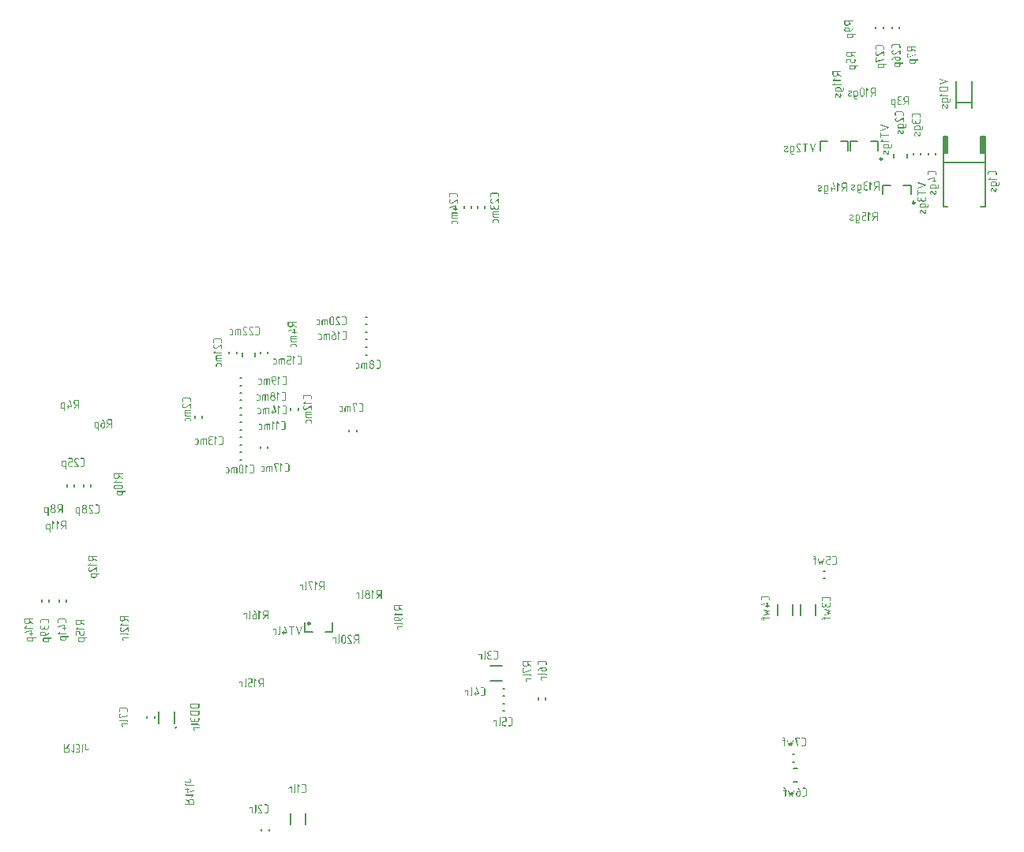
<source format=gbo>
G04*
G04 #@! TF.GenerationSoftware,Altium Limited,Altium Designer,23.0.1 (38)*
G04*
G04 Layer_Color=65280*
%FSLAX44Y44*%
%MOMM*%
G71*
G04*
G04 #@! TF.SameCoordinates,7681B053-B415-4EDE-A76C-09C314C6D952*
G04*
G04*
G04 #@! TF.FilePolarity,Positive*
G04*
G01*
G75*
%ADD10C,0.2500*%
%ADD13C,0.2000*%
%ADD17C,0.1500*%
%ADD260R,0.5250X1.9250*%
G36*
X1062300Y267994D02*
X1062343Y267980D01*
X1062357Y267966D01*
X1062441Y267909D01*
X1062526Y267824D01*
X1062568Y267740D01*
X1062597Y267684D01*
X1062610Y267655D01*
X1064514Y260987D01*
X1064542Y260875D01*
Y260762D01*
X1064514Y260635D01*
X1064457Y260536D01*
X1064387Y260480D01*
X1064288Y260424D01*
X1064203Y260395D01*
X1064119Y260381D01*
X1061187D01*
Y258958D01*
X1061159Y258802D01*
X1061116Y258690D01*
X1061074Y258633D01*
X1061046Y258605D01*
X1060933Y258535D01*
X1060834Y258506D01*
X1060750Y258492D01*
X1060722D01*
X1060581Y258506D01*
X1060468Y258549D01*
X1060411Y258591D01*
X1060383Y258605D01*
X1060299Y258718D01*
X1060256Y258831D01*
X1060242Y258915D01*
Y258943D01*
Y258958D01*
Y260381D01*
X1059298D01*
X1059213Y260395D01*
X1059143Y260410D01*
X1059030Y260466D01*
X1058959Y260508D01*
X1058945Y260536D01*
X1058875Y260649D01*
X1058833Y260748D01*
X1058819Y260818D01*
Y260847D01*
X1058847Y260973D01*
X1058889Y261072D01*
X1058931Y261143D01*
X1058959Y261171D01*
X1059016Y261227D01*
X1059072Y261255D01*
X1059185Y261312D01*
X1059270Y261326D01*
X1060242D01*
Y262750D01*
Y262834D01*
X1060270Y262905D01*
X1060313Y263017D01*
X1060369Y263088D01*
X1060383Y263102D01*
X1060397D01*
X1060510Y263172D01*
X1060609Y263215D01*
X1060693Y263229D01*
X1060722D01*
X1060848Y263215D01*
X1060947Y263172D01*
X1061018Y263116D01*
X1061046Y263102D01*
X1061130Y262975D01*
X1061173Y262862D01*
X1061187Y262778D01*
Y262764D01*
Y262750D01*
Y261326D01*
X1063428D01*
X1061694Y267388D01*
X1061680Y267528D01*
X1061708Y267669D01*
X1061751Y267782D01*
X1061793Y267839D01*
X1061821Y267867D01*
X1061934Y267951D01*
X1062047Y267994D01*
X1062131Y268008D01*
X1062244D01*
X1062300Y267994D01*
D02*
G37*
G36*
X1080359Y267980D02*
X1080457Y267937D01*
X1080528Y267881D01*
X1080556Y267867D01*
Y267853D01*
X1080641Y267740D01*
X1080683Y267641D01*
X1080697Y267571D01*
Y267557D01*
Y267542D01*
X1080669Y267373D01*
X1077821Y258901D01*
X1077751Y258760D01*
X1077680Y258661D01*
X1077610Y258591D01*
X1077525Y258549D01*
X1077469Y258521D01*
X1077412Y258492D01*
X1077370D01*
X1077243Y258535D01*
X1077159Y258563D01*
X1077102Y258591D01*
X1077088Y258605D01*
X1077018Y258704D01*
X1076961Y258802D01*
X1076933Y258873D01*
X1076919Y258887D01*
Y258901D01*
X1074071Y267373D01*
X1074043Y267542D01*
X1074071Y267684D01*
X1074114Y267782D01*
X1074156Y267853D01*
X1074184Y267881D01*
X1074297Y267951D01*
X1074410Y267994D01*
X1074494Y268008D01*
X1074522D01*
X1074621Y267994D01*
X1074706Y267966D01*
X1074762Y267923D01*
X1074790Y267909D01*
X1074861Y267824D01*
X1074917Y267754D01*
X1074945Y267698D01*
X1074959Y267669D01*
X1077370Y260550D01*
X1079767Y267684D01*
X1079837Y267810D01*
X1079908Y267909D01*
X1079950Y267951D01*
X1079964Y267966D01*
X1080091Y268008D01*
X1080288D01*
X1080359Y267980D01*
D02*
G37*
G36*
X1071830D02*
X1071943Y267923D01*
X1071999Y267867D01*
X1072027Y267853D01*
Y267839D01*
X1072098Y267726D01*
X1072126Y267627D01*
X1072140Y267557D01*
Y267542D01*
Y267528D01*
X1072126Y267402D01*
X1072084Y267289D01*
X1072041Y267218D01*
X1072027Y267204D01*
Y267190D01*
X1071915Y267120D01*
X1071802Y267077D01*
X1071703Y267063D01*
X1069758D01*
Y258958D01*
X1069730Y258802D01*
X1069687Y258690D01*
X1069645Y258633D01*
X1069617Y258605D01*
X1069504Y258535D01*
X1069405Y258506D01*
X1069321Y258492D01*
X1069293D01*
X1069152Y258506D01*
X1069039Y258549D01*
X1068982Y258591D01*
X1068954Y258605D01*
X1068870Y258718D01*
X1068827Y258831D01*
X1068813Y258915D01*
Y258943D01*
Y258958D01*
Y267063D01*
X1066910D01*
X1066826Y267077D01*
X1066755Y267091D01*
X1066642Y267148D01*
X1066572Y267190D01*
X1066558Y267218D01*
X1066487Y267331D01*
X1066445Y267430D01*
X1066431Y267500D01*
Y267528D01*
X1066459Y267655D01*
X1066501Y267754D01*
X1066544Y267824D01*
X1066572Y267853D01*
X1066628Y267909D01*
X1066685Y267937D01*
X1066797Y267994D01*
X1066882Y268008D01*
X1071759D01*
X1071830Y267980D01*
D02*
G37*
G36*
X1056577Y267994D02*
X1056676Y267951D01*
X1056746Y267895D01*
X1056774Y267881D01*
X1056859Y267754D01*
X1056901Y267641D01*
X1056915Y267557D01*
Y267542D01*
Y267528D01*
Y259916D01*
X1056901Y259705D01*
X1056845Y259521D01*
X1056788Y259352D01*
X1056704Y259197D01*
X1056633Y259084D01*
X1056563Y258986D01*
X1056521Y258929D01*
X1056507Y258915D01*
X1056337Y258774D01*
X1056168Y258675D01*
X1055999Y258591D01*
X1055844Y258549D01*
X1055703Y258521D01*
X1055590Y258506D01*
X1055520Y258492D01*
X1055492D01*
X1055407Y258506D01*
X1055337Y258521D01*
X1055224Y258577D01*
X1055153Y258619D01*
X1055139Y258647D01*
X1055069Y258760D01*
X1055026Y258859D01*
X1055012Y258929D01*
Y258958D01*
X1055041Y259084D01*
X1055083Y259183D01*
X1055125Y259254D01*
X1055153Y259282D01*
X1055210Y259338D01*
X1055266Y259366D01*
X1055379Y259423D01*
X1055463Y259437D01*
X1055492D01*
X1055618Y259465D01*
X1055731Y259507D01*
X1055802Y259550D01*
X1055816Y259578D01*
X1055830D01*
X1055915Y259705D01*
X1055957Y259803D01*
X1055971Y259874D01*
Y259902D01*
Y267528D01*
Y267613D01*
X1055999Y267684D01*
X1056041Y267796D01*
X1056098Y267867D01*
X1056112Y267881D01*
X1056126D01*
X1056239Y267951D01*
X1056337Y267994D01*
X1056422Y268008D01*
X1056450D01*
X1056577Y267994D01*
D02*
G37*
G36*
X1052799Y265132D02*
X1052912Y265076D01*
X1052996Y264991D01*
X1053053Y264906D01*
X1053081Y264822D01*
X1053095Y264737D01*
X1053109Y264681D01*
Y264667D01*
Y258958D01*
X1053081Y258802D01*
X1053039Y258690D01*
X1052996Y258633D01*
X1052968Y258605D01*
X1052855Y258535D01*
X1052757Y258506D01*
X1052672Y258492D01*
X1052644D01*
X1052503Y258506D01*
X1052390Y258549D01*
X1052334Y258591D01*
X1052306Y258605D01*
X1052221Y258718D01*
X1052179Y258831D01*
X1052165Y258915D01*
Y258943D01*
Y258958D01*
Y264202D01*
X1050656D01*
X1050586Y264173D01*
X1050487Y264117D01*
X1050417Y264061D01*
X1050388Y264046D01*
Y264032D01*
X1050304Y263920D01*
X1050262Y263821D01*
X1050247Y263750D01*
Y263736D01*
Y263722D01*
X1050219Y263567D01*
X1050177Y263454D01*
X1050135Y263384D01*
X1050107Y263356D01*
X1049994Y263285D01*
X1049895Y263257D01*
X1049810Y263243D01*
X1049782D01*
X1049641Y263257D01*
X1049529Y263299D01*
X1049472Y263342D01*
X1049444Y263356D01*
X1049359Y263468D01*
X1049317Y263595D01*
X1049303Y263680D01*
Y263708D01*
Y263722D01*
X1049317Y263934D01*
X1049373Y264131D01*
X1049430Y264300D01*
X1049514Y264441D01*
X1049585Y264568D01*
X1049655Y264653D01*
X1049712Y264709D01*
X1049726Y264723D01*
X1049895Y264864D01*
X1050064Y264963D01*
X1050233Y265047D01*
X1050388Y265090D01*
X1050529Y265118D01*
X1050642Y265146D01*
X1052644D01*
X1052799Y265132D01*
D02*
G37*
G36*
X1740953Y744329D02*
X1749425Y741481D01*
X1749566Y741410D01*
X1749665Y741340D01*
X1749735Y741270D01*
X1749778Y741185D01*
X1749806Y741128D01*
X1749834Y741072D01*
Y741030D01*
X1749792Y740903D01*
X1749763Y740818D01*
X1749735Y740762D01*
X1749721Y740748D01*
X1749622Y740677D01*
X1749524Y740621D01*
X1749453Y740593D01*
X1749439Y740579D01*
X1749425D01*
X1740953Y737731D01*
X1740784Y737703D01*
X1740643Y737731D01*
X1740544Y737773D01*
X1740473Y737816D01*
X1740445Y737844D01*
X1740375Y737957D01*
X1740333Y738069D01*
X1740318Y738154D01*
Y738182D01*
X1740333Y738281D01*
X1740361Y738365D01*
X1740403Y738422D01*
X1740417Y738450D01*
X1740502Y738521D01*
X1740572Y738577D01*
X1740629Y738605D01*
X1740657Y738619D01*
X1747776Y741030D01*
X1740643Y743426D01*
X1740516Y743497D01*
X1740417Y743567D01*
X1740375Y743610D01*
X1740361Y743624D01*
X1740318Y743751D01*
Y743948D01*
X1740347Y744018D01*
X1740389Y744117D01*
X1740445Y744187D01*
X1740459Y744216D01*
X1740473D01*
X1740586Y744300D01*
X1740685Y744343D01*
X1740755Y744357D01*
X1740770D01*
X1740784D01*
X1740953Y744329D01*
D02*
G37*
G36*
X1740925Y735786D02*
X1741037Y735743D01*
X1741108Y735701D01*
X1741122Y735687D01*
X1741136D01*
X1741207Y735574D01*
X1741249Y735462D01*
X1741263Y735363D01*
Y733417D01*
X1749369D01*
X1749524Y733389D01*
X1749637Y733347D01*
X1749693Y733305D01*
X1749721Y733277D01*
X1749792Y733164D01*
X1749820Y733065D01*
X1749834Y732980D01*
Y732952D01*
X1749820Y732811D01*
X1749778Y732699D01*
X1749735Y732642D01*
X1749721Y732614D01*
X1749608Y732529D01*
X1749496Y732487D01*
X1749411Y732473D01*
X1749383D01*
X1749369D01*
X1741263D01*
Y730570D01*
X1741249Y730485D01*
X1741235Y730415D01*
X1741178Y730302D01*
X1741136Y730231D01*
X1741108Y730217D01*
X1740995Y730147D01*
X1740896Y730105D01*
X1740826Y730090D01*
X1740798D01*
X1740671Y730119D01*
X1740572Y730161D01*
X1740502Y730203D01*
X1740473Y730231D01*
X1740417Y730288D01*
X1740389Y730344D01*
X1740333Y730457D01*
X1740318Y730542D01*
Y735419D01*
X1740347Y735490D01*
X1740403Y735602D01*
X1740459Y735659D01*
X1740473Y735687D01*
X1740488D01*
X1740600Y735758D01*
X1740699Y735786D01*
X1740770Y735800D01*
X1740784D01*
X1740798D01*
X1740925Y735786D01*
D02*
G37*
G36*
X1749496Y728216D02*
X1749608Y728173D01*
X1749679Y728131D01*
X1749693Y728117D01*
X1749707D01*
X1749778Y728004D01*
X1749820Y727891D01*
X1749834Y727793D01*
Y725861D01*
X1749820Y725678D01*
X1749806Y725509D01*
X1749721Y725185D01*
X1749608Y724903D01*
X1749482Y724663D01*
X1749355Y724452D01*
X1749256Y724311D01*
X1749200Y724254D01*
X1749171Y724212D01*
X1749157Y724198D01*
X1749143Y724184D01*
X1749002Y724057D01*
X1748861Y723944D01*
X1748720Y723860D01*
X1748579Y723775D01*
X1748297Y723648D01*
X1748044Y723564D01*
X1747804Y723521D01*
X1747705Y723493D01*
X1747635D01*
X1747564Y723479D01*
X1747508D01*
X1747480D01*
X1747466D01*
X1746521D01*
X1746310Y723493D01*
X1746112Y723535D01*
X1745929Y723578D01*
X1745774Y723620D01*
X1745633Y723676D01*
X1745534Y723719D01*
X1745478Y723747D01*
X1745450Y723761D01*
X1745267Y723860D01*
X1745111Y723972D01*
X1744971Y724071D01*
X1744858Y724184D01*
X1744759Y724268D01*
X1744689Y724339D01*
X1744646Y724395D01*
X1744632Y724409D01*
X1744491Y724240D01*
X1744336Y724099D01*
X1744195Y723987D01*
X1744054Y723888D01*
X1743941Y723817D01*
X1743857Y723761D01*
X1743786Y723733D01*
X1743772Y723719D01*
X1743589Y723648D01*
X1743392Y723592D01*
X1743222Y723549D01*
X1743053Y723507D01*
X1742912Y723493D01*
X1742800Y723479D01*
X1742729D01*
X1742701D01*
X1742518D01*
X1742348Y723507D01*
X1742038Y723578D01*
X1741756Y723676D01*
X1741517Y723775D01*
X1741333Y723888D01*
X1741192Y723987D01*
X1741136Y724029D01*
X1741094Y724057D01*
X1741080Y724071D01*
X1741066Y724085D01*
X1740939Y724212D01*
X1740826Y724353D01*
X1740727Y724494D01*
X1740643Y724635D01*
X1740516Y724931D01*
X1740417Y725227D01*
X1740375Y725467D01*
X1740361Y725580D01*
X1740347Y725678D01*
X1740333Y725749D01*
Y727849D01*
X1740361Y727920D01*
X1740403Y728018D01*
X1740459Y728089D01*
X1740473Y728117D01*
X1740488D01*
X1740600Y728187D01*
X1740713Y728216D01*
X1740784Y728230D01*
X1740798D01*
X1740812D01*
X1740953Y728216D01*
X1741051Y728173D01*
X1741122Y728131D01*
X1741150Y728117D01*
X1741221Y728004D01*
X1741263Y727891D01*
X1741277Y727793D01*
Y725861D01*
X1741291Y725622D01*
X1741348Y725410D01*
X1741418Y725227D01*
X1741488Y725072D01*
X1741573Y724959D01*
X1741644Y724875D01*
X1741700Y724818D01*
X1741714Y724804D01*
X1741869Y724691D01*
X1742038Y724607D01*
X1742193Y724550D01*
X1742348Y724508D01*
X1742489Y724480D01*
X1742588Y724466D01*
X1742659D01*
X1742687D01*
X1742898Y724480D01*
X1743096Y724522D01*
X1743265Y724579D01*
X1743406Y724635D01*
X1743533Y724706D01*
X1743617Y724762D01*
X1743674Y724804D01*
X1743688Y724818D01*
X1743843Y724973D01*
X1743941Y725157D01*
X1744026Y725326D01*
X1744082Y725495D01*
X1744111Y725636D01*
X1744125Y725749D01*
X1744139Y725833D01*
Y726890D01*
X1744167Y726961D01*
X1744223Y727074D01*
X1744280Y727144D01*
X1744294Y727172D01*
X1744308D01*
X1744421Y727243D01*
X1744519Y727271D01*
X1744590Y727285D01*
X1744604D01*
X1744618D01*
X1744745Y727271D01*
X1744858Y727215D01*
X1744928Y727172D01*
X1744942Y727158D01*
X1744956D01*
X1745027Y727046D01*
X1745069Y726933D01*
X1745083Y726848D01*
Y725861D01*
X1745097Y725650D01*
X1745154Y725453D01*
X1745210Y725269D01*
X1745295Y725128D01*
X1745365Y725002D01*
X1745436Y724917D01*
X1745492Y724861D01*
X1745506Y724846D01*
X1745675Y724706D01*
X1745845Y724607D01*
X1746014Y724522D01*
X1746169Y724480D01*
X1746310Y724452D01*
X1746422Y724424D01*
X1746493D01*
X1746521D01*
X1747466D01*
X1747677Y724438D01*
X1747874Y724494D01*
X1748044Y724550D01*
X1748199Y724635D01*
X1748311Y724706D01*
X1748410Y724776D01*
X1748466Y724832D01*
X1748481Y724846D01*
X1748622Y725016D01*
X1748720Y725185D01*
X1748791Y725354D01*
X1748833Y725509D01*
X1748861Y725650D01*
X1748889Y725763D01*
Y727849D01*
X1748918Y727920D01*
X1748974Y728032D01*
X1749030Y728089D01*
X1749044Y728117D01*
X1749059D01*
X1749171Y728187D01*
X1749270Y728216D01*
X1749341Y728230D01*
X1749355D01*
X1749369D01*
X1749496Y728216D01*
D02*
G37*
G36*
X1748227Y721506D02*
X1748481Y721449D01*
X1748720Y721350D01*
X1748904Y721252D01*
X1749073Y721153D01*
X1749185Y721054D01*
X1749256Y720998D01*
X1749284Y720970D01*
X1749467Y720744D01*
X1749608Y720519D01*
X1749693Y720293D01*
X1749763Y720082D01*
X1749806Y719898D01*
X1749820Y719757D01*
X1749834Y719701D01*
Y717728D01*
X1750778D01*
X1750919Y717742D01*
X1751060Y717770D01*
X1751173Y717812D01*
X1751272Y717868D01*
X1751342Y717925D01*
X1751413Y717967D01*
X1751441Y717995D01*
X1751455Y718009D01*
X1751554Y718122D01*
X1751624Y718235D01*
X1751667Y718348D01*
X1751695Y718446D01*
X1751723Y718545D01*
X1751737Y718616D01*
Y720589D01*
X1751765Y720744D01*
X1751808Y720857D01*
X1751850Y720928D01*
X1751878Y720956D01*
X1751991Y721026D01*
X1752090Y721054D01*
X1752174Y721068D01*
X1752188D01*
X1752202D01*
X1752329Y721054D01*
X1752428Y720998D01*
X1752498Y720956D01*
X1752527Y720942D01*
X1752583Y720871D01*
X1752611Y720815D01*
X1752667Y720702D01*
X1752681Y720617D01*
Y718686D01*
X1752653Y718404D01*
X1752597Y718136D01*
X1752498Y717911D01*
X1752400Y717713D01*
X1752301Y717558D01*
X1752202Y717446D01*
X1752146Y717375D01*
X1752118Y717347D01*
X1751892Y717164D01*
X1751667Y717023D01*
X1751441Y716924D01*
X1751230Y716853D01*
X1751046Y716811D01*
X1750905Y716797D01*
X1750849Y716783D01*
X1750807D01*
X1750793D01*
X1750778D01*
X1743660D01*
X1743504Y716797D01*
X1743378Y716853D01*
X1743293Y716938D01*
X1743237Y717023D01*
X1743208Y717107D01*
X1743180Y717192D01*
Y719645D01*
X1743208Y719927D01*
X1743265Y720180D01*
X1743363Y720420D01*
X1743462Y720603D01*
X1743561Y720772D01*
X1743660Y720885D01*
X1743716Y720956D01*
X1743744Y720984D01*
X1743956Y721167D01*
X1744181Y721308D01*
X1744407Y721393D01*
X1744618Y721463D01*
X1744801Y721506D01*
X1744956Y721520D01*
X1745013Y721534D01*
X1745041D01*
X1745069D01*
X1745083D01*
X1747945D01*
X1748227Y721506D01*
D02*
G37*
G36*
X1748988Y714809D02*
X1749044Y714795D01*
X1749115Y714767D01*
X1749185Y714711D01*
X1749256Y714654D01*
X1749312Y714570D01*
Y714556D01*
X1749341Y714528D01*
X1749355Y714471D01*
X1749397Y714401D01*
X1749439Y714316D01*
X1749482Y714217D01*
X1749524Y714105D01*
X1749566Y713964D01*
X1749665Y713668D01*
X1749749Y713343D01*
X1749806Y712977D01*
X1749834Y712596D01*
Y712497D01*
X1749820Y712413D01*
Y712328D01*
X1749806Y712215D01*
X1749763Y711976D01*
X1749707Y711680D01*
X1749608Y711370D01*
X1749482Y711046D01*
X1749298Y710735D01*
X1749284Y710721D01*
X1749270Y710693D01*
X1749228Y710637D01*
X1749171Y710580D01*
X1749101Y710510D01*
X1749030Y710439D01*
X1748819Y710312D01*
X1748805Y710298D01*
X1748763Y710284D01*
X1748706Y710256D01*
X1748622Y710228D01*
X1748523Y710200D01*
X1748424Y710186D01*
X1748311Y710157D01*
X1748185D01*
X1748170D01*
X1748142D01*
X1748086Y710172D01*
X1748001D01*
X1747818Y710228D01*
X1747719Y710256D01*
X1747607Y710312D01*
X1747592D01*
X1747550Y710341D01*
X1747494Y710369D01*
X1747423Y710411D01*
X1747240Y710552D01*
X1747057Y710735D01*
X1745055Y713780D01*
X1745041Y713794D01*
X1744985Y713837D01*
X1744900Y713893D01*
X1744787Y713907D01*
X1744773D01*
X1744759D01*
X1744689Y713893D01*
X1744604Y713851D01*
X1744519Y713780D01*
X1744505Y713752D01*
X1744463Y713682D01*
X1744393Y713569D01*
X1744322Y713414D01*
X1744266Y713216D01*
X1744195Y712991D01*
X1744153Y712737D01*
X1744139Y712455D01*
Y712314D01*
X1744167Y712159D01*
X1744195Y711962D01*
X1744237Y711722D01*
X1744322Y711440D01*
X1744421Y711144D01*
X1744562Y710834D01*
X1744618Y710609D01*
Y710580D01*
X1744604Y710510D01*
X1744562Y710411D01*
X1744477Y710298D01*
X1744463Y710284D01*
X1744449Y710270D01*
X1744378Y710214D01*
X1744266Y710172D01*
X1744195Y710143D01*
X1744125D01*
X1744111D01*
X1744082D01*
X1744040Y710157D01*
X1743984Y710172D01*
X1743913Y710214D01*
X1743843Y710256D01*
X1743772Y710327D01*
X1743702Y710411D01*
X1743688Y710425D01*
X1743660Y710496D01*
X1743631Y710580D01*
X1743575Y710707D01*
X1743519Y710862D01*
X1743462Y711031D01*
X1743406Y711229D01*
X1743349Y711426D01*
X1743335Y711454D01*
X1743321Y711525D01*
X1743293Y711624D01*
X1743265Y711764D01*
X1743237Y711919D01*
X1743222Y712089D01*
X1743194Y712258D01*
Y712540D01*
X1743208Y712624D01*
Y712709D01*
X1743222Y712822D01*
X1743265Y713075D01*
X1743321Y713372D01*
X1743420Y713682D01*
X1743561Y714006D01*
X1743744Y714316D01*
Y714330D01*
X1743772Y714344D01*
X1743800Y714387D01*
X1743843Y714443D01*
X1743913Y714499D01*
X1743984Y714556D01*
X1744082Y714626D01*
X1744209Y714697D01*
X1744223D01*
X1744252Y714711D01*
X1744308Y714739D01*
X1744393Y714753D01*
X1744477Y714781D01*
X1744576Y714809D01*
X1744801Y714824D01*
X1744815D01*
X1744830D01*
X1744914D01*
X1745027D01*
X1745125Y714809D01*
X1745140D01*
X1745196Y714781D01*
X1745295Y714753D01*
X1745408Y714697D01*
X1745422D01*
X1745450Y714668D01*
X1745506Y714640D01*
X1745562Y714598D01*
X1745718Y714485D01*
X1745859Y714316D01*
X1747860Y711271D01*
Y711257D01*
X1747874Y711243D01*
X1747931Y711187D01*
X1748044Y711130D01*
X1748100Y711102D01*
X1748185D01*
X1748199D01*
X1748227D01*
X1748311Y711116D01*
X1748410Y711172D01*
X1748452Y711215D01*
X1748495Y711271D01*
X1748509Y711299D01*
X1748551Y711384D01*
X1748622Y711511D01*
X1748692Y711666D01*
X1748763Y711863D01*
X1748833Y712089D01*
X1748875Y712342D01*
X1748889Y712596D01*
Y712667D01*
X1748875Y712737D01*
X1748861Y712878D01*
X1748833Y713075D01*
X1748791Y713315D01*
X1748706Y713569D01*
X1748607Y713837D01*
X1748466Y714119D01*
X1748424Y714231D01*
X1748396Y714358D01*
Y714387D01*
X1748410Y714471D01*
X1748466Y714584D01*
X1748495Y714640D01*
X1748551Y714697D01*
X1748636Y714753D01*
X1748734Y714809D01*
X1748904Y714824D01*
X1748918D01*
X1748946D01*
X1748988Y714809D01*
D02*
G37*
G36*
X1613591Y786168D02*
X1613774Y786139D01*
X1613844Y786111D01*
X1613901Y786097D01*
X1613929Y786083D01*
X1613943D01*
X1614140Y786012D01*
X1614324Y785928D01*
X1614394Y785900D01*
X1614451Y785871D01*
X1614479Y785857D01*
X1614493Y785843D01*
X1614690Y785716D01*
X1614874Y785575D01*
X1615014Y785434D01*
X1615141Y785307D01*
X1615254Y785195D01*
X1615325Y785096D01*
X1615367Y785040D01*
X1615381Y785012D01*
X1615423Y784899D01*
X1615452Y784814D01*
X1615466Y784758D01*
Y784744D01*
X1615452Y784673D01*
X1615437Y784603D01*
X1615381Y784504D01*
X1615339Y784434D01*
X1615311Y784405D01*
X1615198Y784335D01*
X1615085Y784293D01*
X1615000Y784278D01*
X1614972D01*
X1614761Y784321D01*
X1614676Y784377D01*
X1614620Y784434D01*
X1614592Y784476D01*
X1614577Y784490D01*
X1614408Y784715D01*
X1614310Y784814D01*
X1614225Y784899D01*
X1614140Y784955D01*
X1614084Y784997D01*
X1614042Y785026D01*
X1614028Y785040D01*
X1613901Y785110D01*
X1613774Y785153D01*
X1613661Y785195D01*
X1613548Y785209D01*
X1613464Y785223D01*
X1613393Y785237D01*
X1613337D01*
X1613083Y785223D01*
X1612970Y785195D01*
X1612886Y785181D01*
X1612801Y785153D01*
X1612745Y785124D01*
X1612703Y785110D01*
X1612688D01*
X1612477Y784997D01*
X1612322Y784899D01*
X1612251Y784842D01*
X1612209Y784814D01*
X1612181Y784786D01*
X1612167Y784772D01*
X1612012Y784603D01*
X1611885Y784419D01*
X1611800Y784236D01*
X1611744Y784081D01*
X1611716Y783926D01*
X1611688Y783813D01*
Y783743D01*
Y783729D01*
Y783715D01*
X1611702Y783588D01*
X1611716Y783461D01*
X1611744Y783334D01*
X1611772Y783235D01*
X1611815Y783137D01*
X1611843Y783066D01*
X1611857Y783010D01*
X1611871Y782996D01*
X1615381Y777399D01*
X1615452Y777258D01*
X1615480Y777145D01*
X1615494Y777075D01*
Y777047D01*
X1615466Y776920D01*
X1615409Y776821D01*
X1615325Y776765D01*
X1615226Y776708D01*
X1615141Y776680D01*
X1615057Y776666D01*
X1611166D01*
X1611082Y776680D01*
X1611011Y776694D01*
X1610912Y776751D01*
X1610842Y776793D01*
X1610828Y776821D01*
X1610757Y776934D01*
X1610715Y777033D01*
X1610701Y777103D01*
Y777131D01*
X1610729Y777258D01*
X1610771Y777357D01*
X1610814Y777427D01*
X1610842Y777456D01*
X1610898Y777512D01*
X1610941Y777540D01*
X1611053Y777597D01*
X1611138Y777611D01*
X1614126D01*
X1611053Y782502D01*
X1610955Y782728D01*
X1610870Y782939D01*
X1610814Y783137D01*
X1610785Y783306D01*
X1610757Y783461D01*
X1610743Y783574D01*
Y783644D01*
Y783672D01*
X1610757Y783856D01*
X1610771Y784039D01*
X1610870Y784377D01*
X1610983Y784687D01*
X1611124Y784941D01*
X1611279Y785153D01*
X1611335Y785237D01*
X1611392Y785307D01*
X1611448Y785364D01*
X1611490Y785406D01*
X1611504Y785420D01*
X1611519Y785434D01*
X1611673Y785561D01*
X1611829Y785688D01*
X1611984Y785787D01*
X1612139Y785871D01*
X1612463Y785998D01*
X1612759Y786083D01*
X1613013Y786139D01*
X1613125Y786153D01*
X1613224Y786168D01*
X1613295Y786182D01*
X1613407D01*
X1613591Y786168D01*
D02*
G37*
G36*
X1631268Y786153D02*
X1631367Y786111D01*
X1631438Y786055D01*
X1631466Y786041D01*
Y786027D01*
X1631550Y785914D01*
X1631593Y785815D01*
X1631607Y785745D01*
Y785731D01*
Y785716D01*
X1631579Y785547D01*
X1628731Y777075D01*
X1628660Y776934D01*
X1628590Y776835D01*
X1628519Y776765D01*
X1628435Y776722D01*
X1628378Y776694D01*
X1628322Y776666D01*
X1628280D01*
X1628153Y776708D01*
X1628068Y776737D01*
X1628012Y776765D01*
X1627998Y776779D01*
X1627927Y776878D01*
X1627871Y776976D01*
X1627843Y777047D01*
X1627829Y777061D01*
Y777075D01*
X1624981Y785547D01*
X1624953Y785716D01*
X1624981Y785857D01*
X1625023Y785956D01*
X1625066Y786027D01*
X1625094Y786055D01*
X1625207Y786125D01*
X1625319Y786168D01*
X1625404Y786182D01*
X1625432D01*
X1625531Y786168D01*
X1625616Y786139D01*
X1625672Y786097D01*
X1625700Y786083D01*
X1625771Y785998D01*
X1625827Y785928D01*
X1625855Y785871D01*
X1625869Y785843D01*
X1628280Y778724D01*
X1630676Y785857D01*
X1630747Y785984D01*
X1630817Y786083D01*
X1630860Y786125D01*
X1630874Y786139D01*
X1631001Y786182D01*
X1631198D01*
X1631268Y786153D01*
D02*
G37*
G36*
X1622740D02*
X1622852Y786097D01*
X1622909Y786041D01*
X1622937Y786027D01*
Y786012D01*
X1623008Y785900D01*
X1623036Y785801D01*
X1623050Y785731D01*
Y785716D01*
Y785702D01*
X1623036Y785575D01*
X1622993Y785463D01*
X1622951Y785392D01*
X1622937Y785378D01*
Y785364D01*
X1622824Y785294D01*
X1622711Y785251D01*
X1622613Y785237D01*
X1620667D01*
Y777131D01*
X1620639Y776976D01*
X1620597Y776863D01*
X1620555Y776807D01*
X1620526Y776779D01*
X1620414Y776708D01*
X1620315Y776680D01*
X1620230Y776666D01*
X1620202D01*
X1620061Y776680D01*
X1619948Y776722D01*
X1619892Y776765D01*
X1619864Y776779D01*
X1619779Y776892D01*
X1619737Y777004D01*
X1619723Y777089D01*
Y777117D01*
Y777131D01*
Y785237D01*
X1617820D01*
X1617735Y785251D01*
X1617665Y785265D01*
X1617552Y785322D01*
X1617482Y785364D01*
X1617467Y785392D01*
X1617397Y785505D01*
X1617355Y785604D01*
X1617341Y785674D01*
Y785702D01*
X1617369Y785829D01*
X1617411Y785928D01*
X1617453Y785998D01*
X1617482Y786027D01*
X1617538Y786083D01*
X1617594Y786111D01*
X1617707Y786168D01*
X1617792Y786182D01*
X1622669D01*
X1622740Y786153D01*
D02*
G37*
G36*
X1599874Y783292D02*
X1599959D01*
X1600072Y783278D01*
X1600325Y783235D01*
X1600621Y783179D01*
X1600932Y783080D01*
X1601256Y782939D01*
X1601566Y782756D01*
X1601580D01*
X1601594Y782728D01*
X1601637Y782700D01*
X1601693Y782657D01*
X1601749Y782587D01*
X1601806Y782516D01*
X1601876Y782418D01*
X1601947Y782291D01*
Y782277D01*
X1601961Y782249D01*
X1601989Y782192D01*
X1602003Y782107D01*
X1602031Y782023D01*
X1602059Y781924D01*
X1602074Y781699D01*
Y781685D01*
Y781671D01*
Y781586D01*
Y781473D01*
X1602059Y781375D01*
Y781360D01*
X1602031Y781304D01*
X1602003Y781205D01*
X1601947Y781093D01*
Y781078D01*
X1601918Y781050D01*
X1601890Y780994D01*
X1601848Y780938D01*
X1601735Y780782D01*
X1601566Y780641D01*
X1598521Y778640D01*
X1598507D01*
X1598493Y778626D01*
X1598436Y778569D01*
X1598380Y778456D01*
X1598352Y778400D01*
Y778315D01*
Y778301D01*
Y778273D01*
X1598366Y778189D01*
X1598422Y778090D01*
X1598465Y778048D01*
X1598521Y778005D01*
X1598549Y777991D01*
X1598634Y777949D01*
X1598761Y777878D01*
X1598916Y777808D01*
X1599113Y777738D01*
X1599339Y777667D01*
X1599592Y777625D01*
X1599846Y777611D01*
X1599917D01*
X1599987Y777625D01*
X1600128Y777639D01*
X1600325Y777667D01*
X1600565Y777709D01*
X1600819Y777794D01*
X1601087Y777893D01*
X1601369Y778034D01*
X1601481Y778076D01*
X1601608Y778104D01*
X1601637D01*
X1601721Y778090D01*
X1601834Y778034D01*
X1601890Y778005D01*
X1601947Y777949D01*
X1602003Y777864D01*
X1602059Y777766D01*
X1602074Y777597D01*
Y777582D01*
Y777554D01*
X1602059Y777512D01*
X1602045Y777456D01*
X1602017Y777385D01*
X1601961Y777315D01*
X1601904Y777244D01*
X1601820Y777188D01*
X1601806D01*
X1601777Y777160D01*
X1601721Y777145D01*
X1601651Y777103D01*
X1601566Y777061D01*
X1601467Y777019D01*
X1601355Y776976D01*
X1601214Y776934D01*
X1600918Y776835D01*
X1600593Y776751D01*
X1600227Y776694D01*
X1599846Y776666D01*
X1599747D01*
X1599663Y776680D01*
X1599578D01*
X1599465Y776694D01*
X1599226Y776737D01*
X1598930Y776793D01*
X1598620Y776892D01*
X1598295Y777019D01*
X1597985Y777202D01*
X1597971Y777216D01*
X1597943Y777230D01*
X1597887Y777272D01*
X1597830Y777329D01*
X1597760Y777399D01*
X1597689Y777470D01*
X1597562Y777681D01*
X1597548Y777695D01*
X1597534Y777738D01*
X1597506Y777794D01*
X1597478Y777878D01*
X1597450Y777977D01*
X1597436Y778076D01*
X1597407Y778189D01*
Y778315D01*
Y778329D01*
Y778358D01*
X1597422Y778414D01*
Y778499D01*
X1597478Y778682D01*
X1597506Y778781D01*
X1597562Y778893D01*
Y778907D01*
X1597591Y778950D01*
X1597619Y779006D01*
X1597661Y779077D01*
X1597802Y779260D01*
X1597985Y779443D01*
X1601030Y781445D01*
X1601044Y781459D01*
X1601087Y781516D01*
X1601143Y781600D01*
X1601157Y781713D01*
Y781727D01*
Y781741D01*
X1601143Y781812D01*
X1601101Y781896D01*
X1601030Y781981D01*
X1601002Y781995D01*
X1600932Y782037D01*
X1600819Y782107D01*
X1600664Y782178D01*
X1600466Y782234D01*
X1600241Y782305D01*
X1599987Y782347D01*
X1599705Y782361D01*
X1599564D01*
X1599409Y782333D01*
X1599212Y782305D01*
X1598972Y782263D01*
X1598690Y782178D01*
X1598394Y782079D01*
X1598084Y781938D01*
X1597858Y781882D01*
X1597830D01*
X1597760Y781896D01*
X1597661Y781938D01*
X1597548Y782023D01*
X1597534Y782037D01*
X1597520Y782051D01*
X1597464Y782122D01*
X1597422Y782234D01*
X1597393Y782305D01*
Y782375D01*
Y782390D01*
Y782418D01*
X1597407Y782460D01*
X1597422Y782516D01*
X1597464Y782587D01*
X1597506Y782657D01*
X1597576Y782728D01*
X1597661Y782798D01*
X1597675Y782812D01*
X1597746Y782841D01*
X1597830Y782869D01*
X1597957Y782925D01*
X1598112Y782981D01*
X1598281Y783038D01*
X1598479Y783094D01*
X1598676Y783151D01*
X1598704Y783165D01*
X1598775Y783179D01*
X1598873Y783207D01*
X1599014Y783235D01*
X1599169Y783263D01*
X1599339Y783278D01*
X1599508Y783306D01*
X1599790D01*
X1599874Y783292D01*
D02*
G37*
G36*
X1607177D02*
X1607430Y783235D01*
X1607670Y783137D01*
X1607853Y783038D01*
X1608022Y782939D01*
X1608135Y782841D01*
X1608206Y782784D01*
X1608234Y782756D01*
X1608417Y782544D01*
X1608558Y782319D01*
X1608643Y782093D01*
X1608713Y781882D01*
X1608755Y781699D01*
X1608770Y781544D01*
X1608784Y781487D01*
Y781459D01*
Y781431D01*
Y781417D01*
Y778555D01*
X1608755Y778273D01*
X1608699Y778019D01*
X1608600Y777780D01*
X1608502Y777597D01*
X1608403Y777427D01*
X1608304Y777315D01*
X1608248Y777244D01*
X1608220Y777216D01*
X1607994Y777033D01*
X1607769Y776892D01*
X1607543Y776807D01*
X1607332Y776737D01*
X1607148Y776694D01*
X1607007Y776680D01*
X1606951Y776666D01*
X1604978D01*
Y775722D01*
X1604992Y775581D01*
X1605020Y775440D01*
X1605062Y775327D01*
X1605118Y775228D01*
X1605175Y775158D01*
X1605217Y775087D01*
X1605245Y775059D01*
X1605259Y775045D01*
X1605372Y774946D01*
X1605485Y774876D01*
X1605598Y774834D01*
X1605696Y774805D01*
X1605795Y774777D01*
X1605866Y774763D01*
X1607839D01*
X1607994Y774735D01*
X1608107Y774693D01*
X1608177Y774650D01*
X1608206Y774622D01*
X1608276Y774509D01*
X1608304Y774411D01*
X1608318Y774326D01*
Y774312D01*
Y774298D01*
X1608304Y774171D01*
X1608248Y774072D01*
X1608206Y774002D01*
X1608192Y773974D01*
X1608121Y773917D01*
X1608065Y773889D01*
X1607952Y773833D01*
X1607867Y773819D01*
X1605936D01*
X1605654Y773847D01*
X1605386Y773903D01*
X1605161Y774002D01*
X1604963Y774100D01*
X1604808Y774199D01*
X1604695Y774298D01*
X1604625Y774354D01*
X1604597Y774382D01*
X1604414Y774608D01*
X1604273Y774834D01*
X1604174Y775059D01*
X1604103Y775270D01*
X1604061Y775454D01*
X1604047Y775595D01*
X1604033Y775651D01*
Y775693D01*
Y775707D01*
Y775722D01*
Y782841D01*
X1604047Y782996D01*
X1604103Y783122D01*
X1604188Y783207D01*
X1604273Y783263D01*
X1604357Y783292D01*
X1604442Y783320D01*
X1606895D01*
X1607177Y783292D01*
D02*
G37*
G36*
X1701488Y806127D02*
X1709960Y803279D01*
X1710101Y803209D01*
X1710200Y803138D01*
X1710271Y803068D01*
X1710313Y802983D01*
X1710341Y802927D01*
X1710369Y802870D01*
Y802828D01*
X1710327Y802701D01*
X1710299Y802617D01*
X1710271Y802560D01*
X1710256Y802546D01*
X1710158Y802476D01*
X1710059Y802419D01*
X1709989Y802391D01*
X1709974Y802377D01*
X1709960D01*
X1701488Y799529D01*
X1701319Y799501D01*
X1701178Y799529D01*
X1701079Y799572D01*
X1701009Y799614D01*
X1700981Y799642D01*
X1700910Y799755D01*
X1700868Y799868D01*
X1700854Y799952D01*
Y799981D01*
X1700868Y800079D01*
X1700896Y800164D01*
X1700938Y800220D01*
X1700952Y800248D01*
X1701037Y800319D01*
X1701107Y800375D01*
X1701164Y800404D01*
X1701192Y800418D01*
X1708311Y802828D01*
X1701178Y805225D01*
X1701051Y805295D01*
X1700952Y805366D01*
X1700910Y805408D01*
X1700896Y805422D01*
X1700854Y805549D01*
Y805746D01*
X1700882Y805817D01*
X1700924Y805916D01*
X1700981Y805986D01*
X1700995Y806014D01*
X1701009D01*
X1701122Y806099D01*
X1701220Y806141D01*
X1701291Y806155D01*
X1701305D01*
X1701319D01*
X1701488Y806127D01*
D02*
G37*
G36*
X1701460Y797584D02*
X1701573Y797542D01*
X1701643Y797500D01*
X1701657Y797486D01*
X1701671D01*
X1701742Y797373D01*
X1701784Y797260D01*
X1701798Y797161D01*
Y795216D01*
X1709904D01*
X1710059Y795188D01*
X1710172Y795145D01*
X1710228Y795103D01*
X1710256Y795075D01*
X1710327Y794962D01*
X1710355Y794863D01*
X1710369Y794779D01*
Y794751D01*
X1710355Y794610D01*
X1710313Y794497D01*
X1710271Y794441D01*
X1710256Y794412D01*
X1710144Y794328D01*
X1710031Y794286D01*
X1709946Y794271D01*
X1709918D01*
X1709904D01*
X1701798D01*
Y792368D01*
X1701784Y792284D01*
X1701770Y792213D01*
X1701714Y792100D01*
X1701671Y792030D01*
X1701643Y792016D01*
X1701530Y791945D01*
X1701432Y791903D01*
X1701361Y791889D01*
X1701333D01*
X1701206Y791917D01*
X1701107Y791960D01*
X1701037Y792002D01*
X1701009Y792030D01*
X1700952Y792086D01*
X1700924Y792143D01*
X1700868Y792255D01*
X1700854Y792340D01*
Y797218D01*
X1700882Y797288D01*
X1700938Y797401D01*
X1700995Y797457D01*
X1701009Y797486D01*
X1701023D01*
X1701136Y797556D01*
X1701234Y797584D01*
X1701305Y797598D01*
X1701319D01*
X1701333D01*
X1701460Y797584D01*
D02*
G37*
G36*
X1703307Y789972D02*
X1703363Y789958D01*
X1703476Y789901D01*
X1703546Y789859D01*
X1703560Y789831D01*
X1703574D01*
X1703659Y789718D01*
X1703701Y789605D01*
X1703715Y789535D01*
Y789507D01*
X1703687Y789380D01*
X1703645Y789267D01*
X1703603Y789196D01*
X1703574Y789168D01*
X1702475Y788069D01*
X1709904D01*
X1710059Y788040D01*
X1710172Y787998D01*
X1710228Y787956D01*
X1710256Y787928D01*
X1710327Y787815D01*
X1710355Y787716D01*
X1710369Y787632D01*
Y787604D01*
X1710355Y787462D01*
X1710313Y787350D01*
X1710271Y787293D01*
X1710256Y787265D01*
X1710144Y787181D01*
X1710031Y787138D01*
X1709946Y787124D01*
X1709918D01*
X1709904D01*
X1701333D01*
X1701164Y787138D01*
X1701037Y787181D01*
X1700952Y787237D01*
X1700924Y787251D01*
X1700840Y787364D01*
X1700797Y787448D01*
X1700783Y787505D01*
Y787519D01*
X1700797Y787604D01*
X1700811Y787674D01*
X1700826Y787730D01*
X1700840Y787744D01*
X1700882Y787815D01*
X1700938Y787885D01*
X1700981Y787928D01*
X1700995Y787942D01*
X1702912Y789845D01*
X1703025Y789930D01*
X1703137Y789972D01*
X1703208Y789986D01*
X1703222D01*
X1703236D01*
X1703307Y789972D01*
D02*
G37*
G36*
X1708762Y785207D02*
X1709016Y785151D01*
X1709256Y785052D01*
X1709439Y784953D01*
X1709608Y784855D01*
X1709721Y784756D01*
X1709791Y784699D01*
X1709819Y784671D01*
X1710003Y784446D01*
X1710144Y784220D01*
X1710228Y783995D01*
X1710299Y783783D01*
X1710341Y783600D01*
X1710355Y783459D01*
X1710369Y783403D01*
Y781429D01*
X1711314D01*
X1711455Y781443D01*
X1711596Y781471D01*
X1711708Y781514D01*
X1711807Y781570D01*
X1711877Y781626D01*
X1711948Y781669D01*
X1711976Y781697D01*
X1711990Y781711D01*
X1712089Y781824D01*
X1712159Y781936D01*
X1712202Y782049D01*
X1712230Y782148D01*
X1712258Y782247D01*
X1712272Y782317D01*
Y784291D01*
X1712300Y784446D01*
X1712343Y784558D01*
X1712385Y784629D01*
X1712413Y784657D01*
X1712526Y784728D01*
X1712625Y784756D01*
X1712709Y784770D01*
X1712723D01*
X1712737D01*
X1712864Y784756D01*
X1712963Y784699D01*
X1713033Y784657D01*
X1713062Y784643D01*
X1713118Y784573D01*
X1713146Y784516D01*
X1713203Y784404D01*
X1713217Y784319D01*
Y782388D01*
X1713188Y782106D01*
X1713132Y781838D01*
X1713033Y781612D01*
X1712935Y781415D01*
X1712836Y781260D01*
X1712737Y781147D01*
X1712681Y781077D01*
X1712653Y781048D01*
X1712427Y780865D01*
X1712202Y780724D01*
X1711976Y780626D01*
X1711765Y780555D01*
X1711582Y780513D01*
X1711440Y780499D01*
X1711384Y780484D01*
X1711342D01*
X1711328D01*
X1711314D01*
X1704195D01*
X1704040Y780499D01*
X1703913Y780555D01*
X1703828Y780640D01*
X1703772Y780724D01*
X1703744Y780809D01*
X1703715Y780893D01*
Y783346D01*
X1703744Y783628D01*
X1703800Y783882D01*
X1703899Y784121D01*
X1703997Y784305D01*
X1704096Y784474D01*
X1704195Y784587D01*
X1704251Y784657D01*
X1704279Y784685D01*
X1704491Y784869D01*
X1704716Y785010D01*
X1704942Y785094D01*
X1705153Y785165D01*
X1705336Y785207D01*
X1705492Y785221D01*
X1705548Y785235D01*
X1705576D01*
X1705604D01*
X1705618D01*
X1708480D01*
X1708762Y785207D01*
D02*
G37*
G36*
X1709523Y778511D02*
X1709580Y778497D01*
X1709650Y778469D01*
X1709721Y778412D01*
X1709791Y778356D01*
X1709848Y778271D01*
Y778257D01*
X1709876Y778229D01*
X1709890Y778173D01*
X1709932Y778102D01*
X1709974Y778018D01*
X1710017Y777919D01*
X1710059Y777806D01*
X1710101Y777665D01*
X1710200Y777369D01*
X1710285Y777045D01*
X1710341Y776678D01*
X1710369Y776298D01*
Y776199D01*
X1710355Y776114D01*
Y776030D01*
X1710341Y775917D01*
X1710299Y775677D01*
X1710242Y775381D01*
X1710144Y775071D01*
X1710017Y774747D01*
X1709834Y774437D01*
X1709819Y774423D01*
X1709805Y774395D01*
X1709763Y774338D01*
X1709707Y774282D01*
X1709636Y774211D01*
X1709566Y774141D01*
X1709354Y774014D01*
X1709340Y774000D01*
X1709298Y773986D01*
X1709241Y773958D01*
X1709157Y773929D01*
X1709058Y773901D01*
X1708959Y773887D01*
X1708847Y773859D01*
X1708720D01*
X1708706D01*
X1708678D01*
X1708621Y773873D01*
X1708537D01*
X1708353Y773929D01*
X1708255Y773958D01*
X1708142Y774014D01*
X1708128D01*
X1708085Y774042D01*
X1708029Y774070D01*
X1707959Y774113D01*
X1707775Y774254D01*
X1707592Y774437D01*
X1705590Y777482D01*
X1705576Y777496D01*
X1705520Y777538D01*
X1705435Y777595D01*
X1705322Y777609D01*
X1705308D01*
X1705294D01*
X1705224Y777595D01*
X1705139Y777552D01*
X1705055Y777482D01*
X1705040Y777454D01*
X1704998Y777383D01*
X1704928Y777270D01*
X1704857Y777115D01*
X1704801Y776918D01*
X1704730Y776692D01*
X1704688Y776439D01*
X1704674Y776157D01*
Y776016D01*
X1704702Y775861D01*
X1704730Y775663D01*
X1704773Y775424D01*
X1704857Y775142D01*
X1704956Y774846D01*
X1705097Y774536D01*
X1705153Y774310D01*
Y774282D01*
X1705139Y774211D01*
X1705097Y774113D01*
X1705012Y774000D01*
X1704998Y773986D01*
X1704984Y773972D01*
X1704914Y773915D01*
X1704801Y773873D01*
X1704730Y773845D01*
X1704660D01*
X1704646D01*
X1704618D01*
X1704575Y773859D01*
X1704519Y773873D01*
X1704448Y773915D01*
X1704378Y773958D01*
X1704307Y774028D01*
X1704237Y774113D01*
X1704223Y774127D01*
X1704195Y774197D01*
X1704167Y774282D01*
X1704110Y774409D01*
X1704054Y774564D01*
X1703997Y774733D01*
X1703941Y774930D01*
X1703884Y775128D01*
X1703870Y775156D01*
X1703856Y775226D01*
X1703828Y775325D01*
X1703800Y775466D01*
X1703772Y775621D01*
X1703758Y775790D01*
X1703730Y775959D01*
Y776241D01*
X1703744Y776326D01*
Y776411D01*
X1703758Y776523D01*
X1703800Y776777D01*
X1703856Y777073D01*
X1703955Y777383D01*
X1704096Y777707D01*
X1704279Y778018D01*
Y778032D01*
X1704307Y778046D01*
X1704336Y778088D01*
X1704378Y778144D01*
X1704448Y778201D01*
X1704519Y778257D01*
X1704618Y778328D01*
X1704744Y778398D01*
X1704758D01*
X1704787Y778412D01*
X1704843Y778440D01*
X1704928Y778455D01*
X1705012Y778483D01*
X1705111Y778511D01*
X1705336Y778525D01*
X1705351D01*
X1705365D01*
X1705449D01*
X1705562D01*
X1705661Y778511D01*
X1705675D01*
X1705731Y778483D01*
X1705830Y778455D01*
X1705943Y778398D01*
X1705957D01*
X1705985Y778370D01*
X1706041Y778342D01*
X1706098Y778299D01*
X1706253Y778187D01*
X1706394Y778018D01*
X1708396Y774973D01*
Y774958D01*
X1708410Y774944D01*
X1708466Y774888D01*
X1708579Y774832D01*
X1708635Y774803D01*
X1708720D01*
X1708734D01*
X1708762D01*
X1708847Y774818D01*
X1708945Y774874D01*
X1708988Y774916D01*
X1709030Y774973D01*
X1709044Y775001D01*
X1709086Y775085D01*
X1709157Y775212D01*
X1709227Y775367D01*
X1709298Y775565D01*
X1709368Y775790D01*
X1709411Y776044D01*
X1709425Y776298D01*
Y776368D01*
X1709411Y776439D01*
X1709397Y776580D01*
X1709368Y776777D01*
X1709326Y777017D01*
X1709241Y777270D01*
X1709143Y777538D01*
X1709002Y777820D01*
X1708959Y777933D01*
X1708931Y778060D01*
Y778088D01*
X1708945Y778173D01*
X1709002Y778285D01*
X1709030Y778342D01*
X1709086Y778398D01*
X1709171Y778455D01*
X1709270Y778511D01*
X1709439Y778525D01*
X1709453D01*
X1709481D01*
X1709523Y778511D01*
D02*
G37*
G36*
X1764488Y855627D02*
X1772960Y852779D01*
X1773101Y852709D01*
X1773200Y852638D01*
X1773271Y852568D01*
X1773313Y852483D01*
X1773341Y852427D01*
X1773369Y852371D01*
Y852328D01*
X1773327Y852201D01*
X1773299Y852117D01*
X1773271Y852060D01*
X1773256Y852046D01*
X1773158Y851976D01*
X1773059Y851919D01*
X1772988Y851891D01*
X1772974Y851877D01*
X1772960D01*
X1764488Y849030D01*
X1764319Y849001D01*
X1764178Y849030D01*
X1764079Y849072D01*
X1764009Y849114D01*
X1763981Y849142D01*
X1763910Y849255D01*
X1763868Y849368D01*
X1763854Y849453D01*
Y849481D01*
X1763868Y849579D01*
X1763896Y849664D01*
X1763938Y849720D01*
X1763952Y849749D01*
X1764037Y849819D01*
X1764107Y849875D01*
X1764164Y849904D01*
X1764192Y849918D01*
X1771311Y852328D01*
X1764178Y854725D01*
X1764051Y854795D01*
X1763952Y854866D01*
X1763910Y854908D01*
X1763896Y854922D01*
X1763854Y855049D01*
Y855246D01*
X1763882Y855317D01*
X1763924Y855415D01*
X1763981Y855486D01*
X1763995Y855514D01*
X1764009D01*
X1764122Y855599D01*
X1764220Y855641D01*
X1764291Y855655D01*
X1764305D01*
X1764319D01*
X1764488Y855627D01*
D02*
G37*
G36*
X1773059Y847084D02*
X1773172Y847028D01*
X1773256Y846957D01*
X1773313Y846859D01*
X1773341Y846774D01*
X1773355Y846704D01*
X1773369Y846647D01*
Y843292D01*
X1773341Y843010D01*
X1773285Y842756D01*
X1773200Y842531D01*
X1773087Y842334D01*
X1772988Y842178D01*
X1772904Y842052D01*
X1772848Y841981D01*
X1772819Y841953D01*
X1772594Y841770D01*
X1772368Y841629D01*
X1772143Y841530D01*
X1771931Y841460D01*
X1771748Y841417D01*
X1771593Y841403D01*
X1771537Y841389D01*
X1771494D01*
X1771480D01*
X1771466D01*
X1765757D01*
X1765475Y841417D01*
X1765221Y841474D01*
X1764996Y841572D01*
X1764798Y841671D01*
X1764643Y841770D01*
X1764516Y841868D01*
X1764446Y841925D01*
X1764418Y841953D01*
X1764234Y842164D01*
X1764093Y842390D01*
X1763995Y842616D01*
X1763924Y842827D01*
X1763882Y843010D01*
X1763868Y843165D01*
X1763854Y843222D01*
Y846633D01*
X1763868Y846788D01*
X1763924Y846901D01*
X1764009Y846985D01*
X1764093Y847042D01*
X1764178Y847070D01*
X1764263Y847084D01*
X1764319Y847098D01*
X1764333D01*
X1772904D01*
X1773059Y847084D01*
D02*
G37*
G36*
X1766307Y839472D02*
X1766363Y839458D01*
X1766476Y839401D01*
X1766546Y839359D01*
X1766560Y839331D01*
X1766574D01*
X1766659Y839218D01*
X1766701Y839105D01*
X1766715Y839035D01*
Y839007D01*
X1766687Y838880D01*
X1766645Y838767D01*
X1766603Y838697D01*
X1766574Y838668D01*
X1765475Y837569D01*
X1772904D01*
X1773059Y837541D01*
X1773172Y837498D01*
X1773228Y837456D01*
X1773256Y837428D01*
X1773327Y837315D01*
X1773355Y837216D01*
X1773369Y837132D01*
Y837104D01*
X1773355Y836963D01*
X1773313Y836850D01*
X1773271Y836793D01*
X1773256Y836765D01*
X1773144Y836681D01*
X1773031Y836638D01*
X1772946Y836624D01*
X1772918D01*
X1772904D01*
X1764333D01*
X1764164Y836638D01*
X1764037Y836681D01*
X1763952Y836737D01*
X1763924Y836751D01*
X1763840Y836864D01*
X1763797Y836948D01*
X1763783Y837005D01*
Y837019D01*
X1763797Y837104D01*
X1763811Y837174D01*
X1763826Y837230D01*
X1763840Y837244D01*
X1763882Y837315D01*
X1763938Y837385D01*
X1763981Y837428D01*
X1763995Y837442D01*
X1765912Y839345D01*
X1766025Y839429D01*
X1766137Y839472D01*
X1766208Y839486D01*
X1766222D01*
X1766236D01*
X1766307Y839472D01*
D02*
G37*
G36*
X1771762Y834707D02*
X1772016Y834651D01*
X1772256Y834552D01*
X1772439Y834453D01*
X1772608Y834355D01*
X1772721Y834256D01*
X1772791Y834200D01*
X1772819Y834171D01*
X1773003Y833946D01*
X1773144Y833720D01*
X1773228Y833495D01*
X1773299Y833283D01*
X1773341Y833100D01*
X1773355Y832959D01*
X1773369Y832903D01*
Y830929D01*
X1774314D01*
X1774455Y830943D01*
X1774596Y830971D01*
X1774708Y831014D01*
X1774807Y831070D01*
X1774877Y831126D01*
X1774948Y831169D01*
X1774976Y831197D01*
X1774990Y831211D01*
X1775089Y831324D01*
X1775159Y831436D01*
X1775202Y831549D01*
X1775230Y831648D01*
X1775258Y831747D01*
X1775272Y831817D01*
Y833791D01*
X1775300Y833946D01*
X1775343Y834059D01*
X1775385Y834129D01*
X1775413Y834157D01*
X1775526Y834228D01*
X1775625Y834256D01*
X1775709Y834270D01*
X1775723D01*
X1775737D01*
X1775864Y834256D01*
X1775963Y834200D01*
X1776033Y834157D01*
X1776062Y834143D01*
X1776118Y834073D01*
X1776146Y834016D01*
X1776203Y833904D01*
X1776217Y833819D01*
Y831888D01*
X1776189Y831606D01*
X1776132Y831338D01*
X1776033Y831112D01*
X1775935Y830915D01*
X1775836Y830760D01*
X1775737Y830647D01*
X1775681Y830577D01*
X1775653Y830548D01*
X1775427Y830365D01*
X1775202Y830224D01*
X1774976Y830126D01*
X1774765Y830055D01*
X1774581Y830013D01*
X1774440Y829999D01*
X1774384Y829985D01*
X1774342D01*
X1774328D01*
X1774314D01*
X1767195D01*
X1767040Y829999D01*
X1766913Y830055D01*
X1766828Y830140D01*
X1766772Y830224D01*
X1766744Y830309D01*
X1766715Y830393D01*
Y832846D01*
X1766744Y833128D01*
X1766800Y833382D01*
X1766899Y833622D01*
X1766997Y833805D01*
X1767096Y833974D01*
X1767195Y834087D01*
X1767251Y834157D01*
X1767279Y834185D01*
X1767491Y834369D01*
X1767716Y834510D01*
X1767942Y834594D01*
X1768153Y834665D01*
X1768336Y834707D01*
X1768492Y834721D01*
X1768548Y834735D01*
X1768576D01*
X1768604D01*
X1768618D01*
X1771480D01*
X1771762Y834707D01*
D02*
G37*
G36*
X1772523Y828011D02*
X1772580Y827997D01*
X1772650Y827969D01*
X1772721Y827912D01*
X1772791Y827856D01*
X1772848Y827771D01*
Y827757D01*
X1772876Y827729D01*
X1772890Y827673D01*
X1772932Y827602D01*
X1772974Y827518D01*
X1773017Y827419D01*
X1773059Y827306D01*
X1773101Y827165D01*
X1773200Y826869D01*
X1773285Y826545D01*
X1773341Y826178D01*
X1773369Y825798D01*
Y825699D01*
X1773355Y825614D01*
Y825530D01*
X1773341Y825417D01*
X1773299Y825178D01*
X1773242Y824881D01*
X1773144Y824571D01*
X1773017Y824247D01*
X1772834Y823937D01*
X1772819Y823923D01*
X1772805Y823895D01*
X1772763Y823838D01*
X1772707Y823782D01*
X1772636Y823711D01*
X1772566Y823641D01*
X1772354Y823514D01*
X1772340Y823500D01*
X1772298Y823486D01*
X1772241Y823458D01*
X1772157Y823429D01*
X1772058Y823401D01*
X1771959Y823387D01*
X1771847Y823359D01*
X1771720D01*
X1771706D01*
X1771678D01*
X1771621Y823373D01*
X1771537D01*
X1771353Y823429D01*
X1771255Y823458D01*
X1771142Y823514D01*
X1771128D01*
X1771085Y823542D01*
X1771029Y823570D01*
X1770959Y823613D01*
X1770775Y823754D01*
X1770592Y823937D01*
X1768590Y826982D01*
X1768576Y826996D01*
X1768520Y827038D01*
X1768435Y827095D01*
X1768322Y827109D01*
X1768308D01*
X1768294D01*
X1768224Y827095D01*
X1768139Y827052D01*
X1768055Y826982D01*
X1768040Y826954D01*
X1767998Y826883D01*
X1767928Y826770D01*
X1767857Y826615D01*
X1767801Y826418D01*
X1767730Y826192D01*
X1767688Y825939D01*
X1767674Y825657D01*
Y825516D01*
X1767702Y825361D01*
X1767730Y825163D01*
X1767773Y824924D01*
X1767857Y824642D01*
X1767956Y824346D01*
X1768097Y824036D01*
X1768153Y823810D01*
Y823782D01*
X1768139Y823711D01*
X1768097Y823613D01*
X1768012Y823500D01*
X1767998Y823486D01*
X1767984Y823472D01*
X1767914Y823415D01*
X1767801Y823373D01*
X1767730Y823345D01*
X1767660D01*
X1767646D01*
X1767618D01*
X1767575Y823359D01*
X1767519Y823373D01*
X1767448Y823415D01*
X1767378Y823458D01*
X1767307Y823528D01*
X1767237Y823613D01*
X1767223Y823627D01*
X1767195Y823697D01*
X1767166Y823782D01*
X1767110Y823909D01*
X1767054Y824064D01*
X1766997Y824233D01*
X1766941Y824430D01*
X1766884Y824628D01*
X1766870Y824656D01*
X1766856Y824726D01*
X1766828Y824825D01*
X1766800Y824966D01*
X1766772Y825121D01*
X1766758Y825290D01*
X1766729Y825459D01*
Y825741D01*
X1766744Y825826D01*
Y825910D01*
X1766758Y826023D01*
X1766800Y826277D01*
X1766856Y826573D01*
X1766955Y826883D01*
X1767096Y827207D01*
X1767279Y827518D01*
Y827532D01*
X1767307Y827546D01*
X1767336Y827588D01*
X1767378Y827644D01*
X1767448Y827701D01*
X1767519Y827757D01*
X1767618Y827828D01*
X1767744Y827898D01*
X1767758D01*
X1767787Y827912D01*
X1767843Y827941D01*
X1767928Y827955D01*
X1768012Y827983D01*
X1768111Y828011D01*
X1768336Y828025D01*
X1768351D01*
X1768365D01*
X1768449D01*
X1768562D01*
X1768661Y828011D01*
X1768675D01*
X1768731Y827983D01*
X1768830Y827955D01*
X1768943Y827898D01*
X1768957D01*
X1768985Y827870D01*
X1769041Y827842D01*
X1769098Y827800D01*
X1769253Y827687D01*
X1769394Y827518D01*
X1771396Y824473D01*
Y824458D01*
X1771410Y824444D01*
X1771466Y824388D01*
X1771579Y824332D01*
X1771635Y824304D01*
X1771720D01*
X1771734D01*
X1771762D01*
X1771847Y824318D01*
X1771945Y824374D01*
X1771988Y824416D01*
X1772030Y824473D01*
X1772044Y824501D01*
X1772086Y824585D01*
X1772157Y824712D01*
X1772227Y824867D01*
X1772298Y825065D01*
X1772368Y825290D01*
X1772411Y825544D01*
X1772425Y825798D01*
Y825868D01*
X1772411Y825939D01*
X1772397Y826080D01*
X1772368Y826277D01*
X1772326Y826517D01*
X1772241Y826770D01*
X1772143Y827038D01*
X1772002Y827320D01*
X1771959Y827433D01*
X1771931Y827560D01*
Y827588D01*
X1771945Y827673D01*
X1772002Y827785D01*
X1772030Y827842D01*
X1772086Y827898D01*
X1772171Y827955D01*
X1772270Y828011D01*
X1772439Y828025D01*
X1772453D01*
X1772481D01*
X1772523Y828011D01*
D02*
G37*
G36*
X1132307Y258744D02*
X1132490Y258715D01*
X1132561Y258687D01*
X1132617Y258673D01*
X1132645Y258659D01*
X1132660D01*
X1132857Y258589D01*
X1133040Y258504D01*
X1133111Y258476D01*
X1133167Y258448D01*
X1133195Y258433D01*
X1133209Y258419D01*
X1133407Y258293D01*
X1133590Y258152D01*
X1133731Y258011D01*
X1133858Y257884D01*
X1133970Y257771D01*
X1134041Y257672D01*
X1134083Y257616D01*
X1134097Y257588D01*
X1134140Y257475D01*
X1134168Y257390D01*
X1134182Y257334D01*
Y257320D01*
X1134168Y257249D01*
X1134154Y257179D01*
X1134097Y257080D01*
X1134055Y257010D01*
X1134027Y256982D01*
X1133914Y256911D01*
X1133801Y256869D01*
X1133717Y256855D01*
X1133689D01*
X1133477Y256897D01*
X1133393Y256953D01*
X1133336Y257010D01*
X1133308Y257052D01*
X1133294Y257066D01*
X1133125Y257292D01*
X1133026Y257390D01*
X1132941Y257475D01*
X1132857Y257531D01*
X1132801Y257574D01*
X1132758Y257602D01*
X1132744Y257616D01*
X1132617Y257686D01*
X1132490Y257729D01*
X1132378Y257771D01*
X1132265Y257785D01*
X1132180Y257799D01*
X1132110Y257813D01*
X1132053D01*
X1131800Y257799D01*
X1131687Y257771D01*
X1131602Y257757D01*
X1131518Y257729D01*
X1131461Y257701D01*
X1131419Y257686D01*
X1131405D01*
X1131193Y257574D01*
X1131038Y257475D01*
X1130968Y257418D01*
X1130926Y257390D01*
X1130897Y257362D01*
X1130883Y257348D01*
X1130728Y257179D01*
X1130601Y256996D01*
X1130517Y256812D01*
X1130460Y256657D01*
X1130432Y256502D01*
X1130404Y256390D01*
Y256319D01*
Y256305D01*
Y256291D01*
X1130418Y256164D01*
X1130432Y256037D01*
X1130460Y255910D01*
X1130489Y255812D01*
X1130531Y255713D01*
X1130559Y255642D01*
X1130573Y255586D01*
X1130587Y255572D01*
X1134097Y249975D01*
X1134168Y249834D01*
X1134196Y249722D01*
X1134210Y249651D01*
Y249623D01*
X1134182Y249496D01*
X1134126Y249397D01*
X1134041Y249341D01*
X1133942Y249285D01*
X1133858Y249256D01*
X1133773Y249242D01*
X1129882D01*
X1129798Y249256D01*
X1129727Y249270D01*
X1129629Y249327D01*
X1129558Y249369D01*
X1129544Y249397D01*
X1129474Y249510D01*
X1129431Y249609D01*
X1129417Y249679D01*
Y249708D01*
X1129445Y249834D01*
X1129488Y249933D01*
X1129530Y250004D01*
X1129558Y250032D01*
X1129615Y250088D01*
X1129657Y250116D01*
X1129770Y250173D01*
X1129854Y250187D01*
X1132843D01*
X1129770Y255078D01*
X1129671Y255304D01*
X1129586Y255515D01*
X1129530Y255713D01*
X1129502Y255882D01*
X1129474Y256037D01*
X1129460Y256150D01*
Y256220D01*
Y256248D01*
X1129474Y256432D01*
X1129488Y256615D01*
X1129586Y256953D01*
X1129699Y257264D01*
X1129840Y257517D01*
X1129995Y257729D01*
X1130052Y257813D01*
X1130108Y257884D01*
X1130164Y257940D01*
X1130207Y257982D01*
X1130221Y257997D01*
X1130235Y258011D01*
X1130390Y258137D01*
X1130545Y258264D01*
X1130700Y258363D01*
X1130855Y258448D01*
X1131179Y258575D01*
X1131475Y258659D01*
X1131729Y258715D01*
X1131842Y258730D01*
X1131941Y258744D01*
X1132011Y258758D01*
X1132124D01*
X1132307Y258744D01*
D02*
G37*
G36*
X1141456D02*
X1141569Y258687D01*
X1141653Y258603D01*
X1141710Y258518D01*
X1141738Y258433D01*
X1141752Y258349D01*
X1141766Y258293D01*
Y258279D01*
Y249708D01*
X1141738Y249552D01*
X1141696Y249440D01*
X1141653Y249383D01*
X1141625Y249355D01*
X1141512Y249285D01*
X1141414Y249256D01*
X1141329Y249242D01*
X1141301D01*
X1141160Y249256D01*
X1141047Y249299D01*
X1140991Y249341D01*
X1140963Y249355D01*
X1140878Y249468D01*
X1140836Y249581D01*
X1140822Y249665D01*
Y249693D01*
Y249708D01*
Y253048D01*
X1139186D01*
X1136945Y249454D01*
X1136874Y249369D01*
X1136818Y249313D01*
X1136776Y249285D01*
X1136762Y249270D01*
X1136691Y249256D01*
X1136621Y249242D01*
X1136564D01*
X1136423Y249256D01*
X1136311Y249313D01*
X1136240Y249355D01*
X1136212Y249369D01*
X1136156Y249426D01*
X1136127Y249482D01*
X1136071Y249595D01*
X1136057Y249679D01*
Y249693D01*
Y249708D01*
X1136099Y249862D01*
X1136142Y249975D01*
X1138059Y253048D01*
X1137974D01*
X1137692Y253077D01*
X1137424Y253133D01*
X1137199Y253218D01*
X1137001Y253330D01*
X1136846Y253429D01*
X1136719Y253514D01*
X1136649Y253570D01*
X1136621Y253598D01*
X1136438Y253824D01*
X1136296Y254049D01*
X1136198Y254275D01*
X1136127Y254486D01*
X1136085Y254670D01*
X1136071Y254825D01*
X1136057Y254881D01*
Y254923D01*
Y254937D01*
Y254952D01*
Y256855D01*
X1136085Y257137D01*
X1136142Y257390D01*
X1136240Y257616D01*
X1136339Y257813D01*
X1136438Y257968D01*
X1136536Y258095D01*
X1136593Y258166D01*
X1136621Y258194D01*
X1136832Y258377D01*
X1137058Y258518D01*
X1137283Y258617D01*
X1137495Y258687D01*
X1137678Y258730D01*
X1137833Y258744D01*
X1137889Y258758D01*
X1141301D01*
X1141456Y258744D01*
D02*
G37*
G36*
X1125724Y258730D02*
X1126020Y258659D01*
X1126260Y258560D01*
X1126485Y258448D01*
X1126654Y258321D01*
X1126781Y258222D01*
X1126866Y258152D01*
X1126880Y258137D01*
X1126894Y258123D01*
X1127007Y257997D01*
X1127091Y257884D01*
X1127246Y257630D01*
X1127345Y257376D01*
X1127430Y257151D01*
X1127472Y256953D01*
X1127486Y256798D01*
X1127500Y256742D01*
Y256700D01*
Y256671D01*
Y256657D01*
Y251329D01*
X1127486Y251159D01*
X1127472Y251004D01*
X1127401Y250723D01*
X1127303Y250469D01*
X1127190Y250243D01*
X1127077Y250074D01*
X1126978Y249947D01*
X1126908Y249862D01*
X1126880Y249848D01*
Y249834D01*
X1126640Y249637D01*
X1126386Y249496D01*
X1126147Y249383D01*
X1125907Y249313D01*
X1125710Y249270D01*
X1125555Y249256D01*
X1125498Y249242D01*
X1124850D01*
X1124695Y249256D01*
X1124540Y249270D01*
X1124244Y249341D01*
X1123990Y249440D01*
X1123778Y249552D01*
X1123609Y249665D01*
X1123482Y249764D01*
X1123398Y249834D01*
X1123370Y249862D01*
X1123257Y249975D01*
X1123158Y250102D01*
X1123017Y250356D01*
X1122904Y250596D01*
X1122820Y250835D01*
X1122777Y251033D01*
X1122763Y251188D01*
X1122749Y251244D01*
Y251286D01*
Y251315D01*
Y251329D01*
Y256657D01*
Y256812D01*
X1122777Y256967D01*
X1122848Y257264D01*
X1122947Y257517D01*
X1123059Y257729D01*
X1123186Y257898D01*
X1123285Y258025D01*
X1123355Y258109D01*
X1123370Y258137D01*
X1123384D01*
X1123496Y258250D01*
X1123623Y258349D01*
X1123877Y258490D01*
X1124117Y258603D01*
X1124342Y258687D01*
X1124554Y258730D01*
X1124709Y258744D01*
X1124765Y258758D01*
X1125569D01*
X1125724Y258730D01*
D02*
G37*
G36*
X1120508Y258744D02*
X1120607Y258701D01*
X1120677Y258645D01*
X1120705Y258631D01*
X1120790Y258504D01*
X1120832Y258391D01*
X1120846Y258307D01*
Y258293D01*
Y258279D01*
Y250666D01*
X1120832Y250455D01*
X1120776Y250271D01*
X1120719Y250102D01*
X1120635Y249947D01*
X1120564Y249834D01*
X1120494Y249736D01*
X1120452Y249679D01*
X1120437Y249665D01*
X1120268Y249524D01*
X1120099Y249426D01*
X1119930Y249341D01*
X1119775Y249299D01*
X1119634Y249270D01*
X1119521Y249256D01*
X1119451Y249242D01*
X1119422D01*
X1119338Y249256D01*
X1119267Y249270D01*
X1119155Y249327D01*
X1119084Y249369D01*
X1119070Y249397D01*
X1118999Y249510D01*
X1118957Y249609D01*
X1118943Y249679D01*
Y249708D01*
X1118971Y249834D01*
X1119014Y249933D01*
X1119056Y250004D01*
X1119084Y250032D01*
X1119140Y250088D01*
X1119197Y250116D01*
X1119310Y250173D01*
X1119394Y250187D01*
X1119422D01*
X1119549Y250215D01*
X1119662Y250257D01*
X1119733Y250300D01*
X1119747Y250328D01*
X1119761D01*
X1119845Y250455D01*
X1119888Y250553D01*
X1119902Y250624D01*
Y250652D01*
Y258279D01*
Y258363D01*
X1119930Y258433D01*
X1119972Y258546D01*
X1120029Y258617D01*
X1120043Y258631D01*
X1120057D01*
X1120170Y258701D01*
X1120268Y258744D01*
X1120353Y258758D01*
X1120381D01*
X1120508Y258744D01*
D02*
G37*
G36*
X1116730Y255882D02*
X1116843Y255826D01*
X1116927Y255741D01*
X1116984Y255656D01*
X1117012Y255572D01*
X1117026Y255487D01*
X1117040Y255431D01*
Y255417D01*
Y249708D01*
X1117012Y249552D01*
X1116970Y249440D01*
X1116927Y249383D01*
X1116899Y249355D01*
X1116786Y249285D01*
X1116688Y249256D01*
X1116603Y249242D01*
X1116575D01*
X1116434Y249256D01*
X1116321Y249299D01*
X1116265Y249341D01*
X1116236Y249355D01*
X1116152Y249468D01*
X1116110Y249581D01*
X1116096Y249665D01*
Y249693D01*
Y249708D01*
Y254952D01*
X1114587D01*
X1114517Y254923D01*
X1114418Y254867D01*
X1114348Y254811D01*
X1114319Y254797D01*
Y254782D01*
X1114235Y254670D01*
X1114192Y254571D01*
X1114178Y254501D01*
Y254486D01*
Y254472D01*
X1114150Y254317D01*
X1114108Y254204D01*
X1114066Y254134D01*
X1114037Y254106D01*
X1113925Y254035D01*
X1113826Y254007D01*
X1113741Y253993D01*
X1113713D01*
X1113572Y254007D01*
X1113459Y254049D01*
X1113403Y254092D01*
X1113375Y254106D01*
X1113290Y254219D01*
X1113248Y254345D01*
X1113234Y254430D01*
Y254458D01*
Y254472D01*
X1113248Y254684D01*
X1113304Y254881D01*
X1113361Y255050D01*
X1113445Y255191D01*
X1113516Y255318D01*
X1113586Y255403D01*
X1113643Y255459D01*
X1113657Y255473D01*
X1113826Y255614D01*
X1113995Y255713D01*
X1114164Y255797D01*
X1114319Y255840D01*
X1114460Y255868D01*
X1114573Y255896D01*
X1116575D01*
X1116730Y255882D01*
D02*
G37*
G36*
X1188483Y290286D02*
X1188596Y290244D01*
X1188652Y290202D01*
X1188680Y290174D01*
X1188751Y290061D01*
X1188779Y289962D01*
X1188793Y289878D01*
Y289849D01*
X1188779Y289708D01*
X1188737Y289596D01*
X1188694Y289539D01*
X1188680Y289511D01*
X1188567Y289426D01*
X1188455Y289384D01*
X1188370Y289370D01*
X1188342D01*
X1188328D01*
X1184987D01*
Y287735D01*
X1188581Y285493D01*
X1188666Y285423D01*
X1188723Y285367D01*
X1188751Y285324D01*
X1188765Y285310D01*
X1188779Y285240D01*
X1188793Y285169D01*
Y285113D01*
X1188779Y284972D01*
X1188723Y284859D01*
X1188680Y284789D01*
X1188666Y284760D01*
X1188610Y284704D01*
X1188553Y284676D01*
X1188440Y284619D01*
X1188356Y284605D01*
X1188342D01*
X1188328D01*
X1188173Y284648D01*
X1188060Y284690D01*
X1184987Y286607D01*
Y286523D01*
X1184959Y286241D01*
X1184902Y285973D01*
X1184818Y285747D01*
X1184705Y285550D01*
X1184606Y285395D01*
X1184522Y285268D01*
X1184465Y285197D01*
X1184437Y285169D01*
X1184211Y284986D01*
X1183986Y284845D01*
X1183760Y284746D01*
X1183549Y284676D01*
X1183366Y284634D01*
X1183211Y284619D01*
X1183154Y284605D01*
X1183112D01*
X1183098D01*
X1183084D01*
X1181181D01*
X1180899Y284634D01*
X1180645Y284690D01*
X1180419Y284789D01*
X1180222Y284887D01*
X1180067Y284986D01*
X1179940Y285085D01*
X1179870Y285141D01*
X1179841Y285169D01*
X1179658Y285381D01*
X1179517Y285606D01*
X1179418Y285832D01*
X1179348Y286043D01*
X1179306Y286227D01*
X1179292Y286381D01*
X1179277Y286438D01*
Y289849D01*
X1179292Y290005D01*
X1179348Y290117D01*
X1179433Y290202D01*
X1179517Y290258D01*
X1179602Y290286D01*
X1179686Y290301D01*
X1179743Y290315D01*
X1179757D01*
X1188328D01*
X1188483Y290286D01*
D02*
G37*
G36*
X1181730Y282688D02*
X1181787Y282674D01*
X1181899Y282618D01*
X1181970Y282575D01*
X1181984Y282547D01*
X1181998D01*
X1182083Y282434D01*
X1182125Y282322D01*
X1182139Y282251D01*
Y282223D01*
X1182111Y282096D01*
X1182069Y281983D01*
X1182026Y281913D01*
X1181998Y281885D01*
X1180899Y280785D01*
X1188328D01*
X1188483Y280757D01*
X1188596Y280715D01*
X1188652Y280672D01*
X1188680Y280644D01*
X1188751Y280531D01*
X1188779Y280433D01*
X1188793Y280348D01*
Y280320D01*
X1188779Y280179D01*
X1188737Y280066D01*
X1188694Y280010D01*
X1188680Y279981D01*
X1188567Y279897D01*
X1188455Y279855D01*
X1188370Y279841D01*
X1188342D01*
X1188328D01*
X1179757D01*
X1179588Y279855D01*
X1179461Y279897D01*
X1179376Y279953D01*
X1179348Y279967D01*
X1179263Y280080D01*
X1179221Y280165D01*
X1179207Y280221D01*
Y280235D01*
X1179221Y280320D01*
X1179235Y280390D01*
X1179249Y280447D01*
X1179263Y280461D01*
X1179306Y280531D01*
X1179362Y280602D01*
X1179404Y280644D01*
X1179418Y280658D01*
X1181336Y282561D01*
X1181448Y282646D01*
X1181561Y282688D01*
X1181632Y282702D01*
X1181646D01*
X1181660D01*
X1181730Y282688D01*
D02*
G37*
G36*
X1183366Y277923D02*
X1183633Y277867D01*
X1183859Y277768D01*
X1184056Y277670D01*
X1184225Y277571D01*
X1184338Y277472D01*
X1184409Y277416D01*
X1184437Y277388D01*
X1184620Y277162D01*
X1184761Y276937D01*
X1184846Y276725D01*
X1184916Y276514D01*
X1184959Y276330D01*
X1184973Y276189D01*
X1184987Y276133D01*
Y274343D01*
X1185396Y274456D01*
X1185748Y274582D01*
X1186016Y274709D01*
X1186270Y274864D01*
X1186481Y275005D01*
X1186678Y275132D01*
X1186833Y275259D01*
X1186946Y275358D01*
X1187017Y275414D01*
X1187045Y275442D01*
X1187242Y275654D01*
X1187411Y275851D01*
X1187468Y275936D01*
X1187510Y275992D01*
X1187538Y276034D01*
X1187552Y276048D01*
X1187693Y276288D01*
X1187750Y276401D01*
X1187792Y276500D01*
X1187834Y276584D01*
X1187863Y276655D01*
X1187891Y276697D01*
Y276711D01*
X1187961Y276824D01*
X1188018Y276894D01*
X1188074Y276937D01*
X1188088Y276951D01*
X1188159Y276979D01*
X1188229Y276993D01*
X1188286Y277007D01*
X1188300D01*
X1188440Y276979D01*
X1188553Y276937D01*
X1188624Y276894D01*
X1188638Y276866D01*
X1188652D01*
X1188737Y276753D01*
X1188779Y276655D01*
X1188793Y276584D01*
Y276556D01*
X1188765Y276345D01*
X1188610Y276020D01*
X1188440Y275724D01*
X1188271Y275456D01*
X1188102Y275217D01*
X1187947Y275033D01*
X1187820Y274893D01*
X1187778Y274850D01*
X1187736Y274808D01*
X1187722Y274794D01*
X1187708Y274780D01*
X1187440Y274540D01*
X1187172Y274329D01*
X1186904Y274145D01*
X1186664Y273990D01*
X1186439Y273878D01*
X1186354Y273835D01*
X1186284Y273793D01*
X1186213Y273765D01*
X1186171Y273736D01*
X1186143Y273722D01*
X1186129D01*
X1185677Y273553D01*
X1185226Y273426D01*
X1184789Y273328D01*
X1184395Y273271D01*
X1184225Y273243D01*
X1184056Y273229D01*
X1183915Y273215D01*
X1183789D01*
X1183690Y273201D01*
X1183619D01*
X1183577D01*
X1183563D01*
X1181181D01*
X1180899Y273229D01*
X1180645Y273285D01*
X1180419Y273384D01*
X1180222Y273483D01*
X1180067Y273582D01*
X1179940Y273680D01*
X1179870Y273736D01*
X1179841Y273765D01*
X1179658Y273976D01*
X1179517Y274202D01*
X1179418Y274427D01*
X1179348Y274639D01*
X1179306Y274822D01*
X1179292Y274977D01*
X1179277Y275033D01*
Y276063D01*
X1179306Y276345D01*
X1179362Y276598D01*
X1179461Y276838D01*
X1179559Y277021D01*
X1179658Y277190D01*
X1179757Y277303D01*
X1179813Y277374D01*
X1179841Y277402D01*
X1180067Y277585D01*
X1180293Y277726D01*
X1180518Y277811D01*
X1180715Y277881D01*
X1180899Y277923D01*
X1181054Y277937D01*
X1181110Y277952D01*
X1181152D01*
X1181167D01*
X1181181D01*
X1183084D01*
X1183366Y277923D01*
D02*
G37*
G36*
X1187581Y271284D02*
X1187764Y271227D01*
X1187933Y271171D01*
X1188088Y271086D01*
X1188201Y271016D01*
X1188300Y270945D01*
X1188356Y270903D01*
X1188370Y270889D01*
X1188511Y270720D01*
X1188610Y270551D01*
X1188694Y270382D01*
X1188737Y270226D01*
X1188765Y270085D01*
X1188779Y269973D01*
X1188793Y269902D01*
Y269874D01*
X1188779Y269789D01*
X1188765Y269719D01*
X1188708Y269606D01*
X1188666Y269536D01*
X1188638Y269522D01*
X1188525Y269451D01*
X1188427Y269409D01*
X1188356Y269395D01*
X1188328D01*
X1188201Y269423D01*
X1188102Y269465D01*
X1188032Y269507D01*
X1188003Y269536D01*
X1187947Y269592D01*
X1187919Y269648D01*
X1187863Y269761D01*
X1187849Y269846D01*
Y269874D01*
X1187820Y270001D01*
X1187778Y270114D01*
X1187736Y270184D01*
X1187708Y270198D01*
Y270212D01*
X1187581Y270297D01*
X1187482Y270339D01*
X1187411Y270353D01*
X1187383D01*
X1179757D01*
X1179672D01*
X1179602Y270382D01*
X1179489Y270424D01*
X1179418Y270480D01*
X1179404Y270494D01*
Y270508D01*
X1179334Y270621D01*
X1179292Y270720D01*
X1179277Y270804D01*
Y270833D01*
X1179292Y270959D01*
X1179334Y271058D01*
X1179390Y271129D01*
X1179404Y271157D01*
X1179531Y271241D01*
X1179644Y271284D01*
X1179729Y271298D01*
X1179743D01*
X1179757D01*
X1187369D01*
X1187581Y271284D01*
D02*
G37*
G36*
X1188483Y267463D02*
X1188596Y267421D01*
X1188652Y267379D01*
X1188680Y267351D01*
X1188751Y267238D01*
X1188779Y267139D01*
X1188793Y267055D01*
Y267026D01*
X1188779Y266885D01*
X1188737Y266773D01*
X1188694Y266716D01*
X1188680Y266688D01*
X1188567Y266604D01*
X1188455Y266561D01*
X1188370Y266547D01*
X1188342D01*
X1188328D01*
X1183084D01*
Y265039D01*
X1183112Y264968D01*
X1183168Y264869D01*
X1183225Y264799D01*
X1183239Y264771D01*
X1183253D01*
X1183366Y264686D01*
X1183464Y264644D01*
X1183535Y264630D01*
X1183549D01*
X1183563D01*
X1183718Y264602D01*
X1183831Y264559D01*
X1183901Y264517D01*
X1183930Y264489D01*
X1184000Y264376D01*
X1184028Y264277D01*
X1184042Y264193D01*
Y264165D01*
X1184028Y264024D01*
X1183986Y263911D01*
X1183944Y263855D01*
X1183930Y263826D01*
X1183817Y263742D01*
X1183690Y263699D01*
X1183605Y263685D01*
X1183577D01*
X1183563D01*
X1183352Y263699D01*
X1183154Y263756D01*
X1182985Y263812D01*
X1182844Y263897D01*
X1182717Y263967D01*
X1182633Y264038D01*
X1182576Y264094D01*
X1182562Y264108D01*
X1182421Y264277D01*
X1182322Y264447D01*
X1182238Y264616D01*
X1182196Y264771D01*
X1182167Y264912D01*
X1182139Y265025D01*
Y267026D01*
X1182153Y267181D01*
X1182210Y267294D01*
X1182294Y267379D01*
X1182379Y267435D01*
X1182463Y267463D01*
X1182548Y267477D01*
X1182604Y267492D01*
X1182618D01*
X1188328D01*
X1188483Y267463D01*
D02*
G37*
G36*
X1156049Y306779D02*
X1156120Y306765D01*
X1156176Y306751D01*
X1156190Y306737D01*
X1156261Y306694D01*
X1156331Y306638D01*
X1156373Y306596D01*
X1156387Y306581D01*
X1158290Y304664D01*
X1158375Y304552D01*
X1158417Y304439D01*
X1158431Y304368D01*
Y304354D01*
Y304340D01*
X1158417Y304270D01*
X1158403Y304213D01*
X1158347Y304100D01*
X1158305Y304030D01*
X1158276Y304016D01*
Y304002D01*
X1158164Y303917D01*
X1158051Y303875D01*
X1157980Y303861D01*
X1157952D01*
X1157825Y303889D01*
X1157713Y303931D01*
X1157642Y303974D01*
X1157614Y304002D01*
X1156514Y305101D01*
Y297672D01*
X1156486Y297517D01*
X1156444Y297404D01*
X1156402Y297348D01*
X1156373Y297320D01*
X1156261Y297249D01*
X1156162Y297221D01*
X1156077Y297207D01*
X1156049D01*
X1155908Y297221D01*
X1155795Y297263D01*
X1155739Y297306D01*
X1155711Y297320D01*
X1155626Y297433D01*
X1155584Y297545D01*
X1155570Y297630D01*
Y297658D01*
Y297672D01*
Y306243D01*
X1155584Y306412D01*
X1155626Y306539D01*
X1155683Y306624D01*
X1155697Y306652D01*
X1155809Y306737D01*
X1155894Y306779D01*
X1155950Y306793D01*
X1155965D01*
X1156049Y306779D01*
D02*
G37*
G36*
X1165734Y306708D02*
X1165846Y306652D01*
X1165931Y306567D01*
X1165987Y306483D01*
X1166016Y306398D01*
X1166030Y306314D01*
X1166044Y306257D01*
Y306243D01*
Y297672D01*
X1166016Y297517D01*
X1165973Y297404D01*
X1165931Y297348D01*
X1165903Y297320D01*
X1165790Y297249D01*
X1165692Y297221D01*
X1165607Y297207D01*
X1165579D01*
X1165438Y297221D01*
X1165325Y297263D01*
X1165269Y297306D01*
X1165240Y297320D01*
X1165156Y297433D01*
X1165114Y297545D01*
X1165099Y297630D01*
Y297658D01*
Y297672D01*
Y301013D01*
X1163464D01*
X1161223Y297418D01*
X1161152Y297334D01*
X1161096Y297278D01*
X1161054Y297249D01*
X1161040Y297235D01*
X1160969Y297221D01*
X1160899Y297207D01*
X1160842D01*
X1160701Y297221D01*
X1160588Y297278D01*
X1160518Y297320D01*
X1160490Y297334D01*
X1160433Y297390D01*
X1160405Y297447D01*
X1160349Y297560D01*
X1160335Y297644D01*
Y297658D01*
Y297672D01*
X1160377Y297827D01*
X1160419Y297940D01*
X1162336Y301013D01*
X1162252D01*
X1161970Y301041D01*
X1161702Y301098D01*
X1161477Y301182D01*
X1161279Y301295D01*
X1161124Y301394D01*
X1160997Y301478D01*
X1160927Y301535D01*
X1160899Y301563D01*
X1160715Y301789D01*
X1160574Y302014D01*
X1160476Y302240D01*
X1160405Y302451D01*
X1160363Y302634D01*
X1160349Y302789D01*
X1160335Y302846D01*
Y302888D01*
Y302902D01*
Y302916D01*
Y304819D01*
X1160363Y305101D01*
X1160419Y305355D01*
X1160518Y305581D01*
X1160617Y305778D01*
X1160715Y305933D01*
X1160814Y306060D01*
X1160870Y306130D01*
X1160899Y306159D01*
X1161110Y306342D01*
X1161336Y306483D01*
X1161561Y306581D01*
X1161773Y306652D01*
X1161956Y306694D01*
X1162111Y306708D01*
X1162167Y306723D01*
X1165579D01*
X1165734Y306708D01*
D02*
G37*
G36*
X1151045D02*
X1151228Y306694D01*
X1151594Y306610D01*
X1151890Y306483D01*
X1152144Y306356D01*
X1152356Y306215D01*
X1152440Y306145D01*
X1152497Y306088D01*
X1152553Y306046D01*
X1152595Y306004D01*
X1152609Y305989D01*
X1152624Y305975D01*
X1152821Y305707D01*
X1152962Y305426D01*
X1153061Y305144D01*
X1153131Y304890D01*
X1153173Y304664D01*
X1153187Y304566D01*
Y304481D01*
X1153202Y304425D01*
Y304368D01*
Y304340D01*
Y304326D01*
X1153187Y304129D01*
X1153173Y303945D01*
X1153145Y303776D01*
X1153103Y303621D01*
X1153061Y303494D01*
X1153032Y303396D01*
X1153018Y303339D01*
X1153004Y303311D01*
X1152920Y303128D01*
X1152821Y302973D01*
X1152722Y302832D01*
X1152624Y302719D01*
X1152539Y302620D01*
X1152468Y302550D01*
X1152426Y302507D01*
X1152412Y302493D01*
X1152638Y302338D01*
X1152835Y302169D01*
X1153004Y301986D01*
X1153131Y301831D01*
X1153244Y301676D01*
X1153314Y301563D01*
X1153357Y301478D01*
X1153371Y301464D01*
Y301450D01*
X1153469Y301211D01*
X1153554Y300957D01*
X1153610Y300717D01*
X1153639Y300506D01*
X1153667Y300322D01*
X1153681Y300182D01*
Y300125D01*
Y300083D01*
Y300069D01*
Y300055D01*
X1153667Y299843D01*
X1153653Y299632D01*
X1153568Y299251D01*
X1153455Y298913D01*
X1153328Y298631D01*
X1153258Y298504D01*
X1153202Y298391D01*
X1153145Y298307D01*
X1153089Y298222D01*
X1153046Y298166D01*
X1153004Y298123D01*
X1152990Y298095D01*
X1152976Y298081D01*
X1152821Y297926D01*
X1152652Y297799D01*
X1152483Y297672D01*
X1152299Y297574D01*
X1152116Y297489D01*
X1151947Y297418D01*
X1151609Y297320D01*
X1151439Y297278D01*
X1151298Y297249D01*
X1151172Y297235D01*
X1151059Y297221D01*
X1150960Y297207D01*
X1150833D01*
X1150580Y297221D01*
X1150354Y297249D01*
X1150128Y297292D01*
X1149931Y297348D01*
X1149734Y297418D01*
X1149565Y297489D01*
X1149395Y297574D01*
X1149254Y297658D01*
X1149128Y297729D01*
X1149015Y297813D01*
X1148916Y297884D01*
X1148831Y297954D01*
X1148775Y298011D01*
X1148733Y298053D01*
X1148705Y298081D01*
X1148690Y298095D01*
X1148564Y298250D01*
X1148451Y298419D01*
X1148352Y298589D01*
X1148268Y298758D01*
X1148141Y299082D01*
X1148056Y299392D01*
X1148014Y299660D01*
X1148000Y299773D01*
X1147986Y299871D01*
X1147971Y299942D01*
Y299998D01*
Y300040D01*
Y300055D01*
X1147986Y300337D01*
X1148028Y300590D01*
X1148084Y300830D01*
X1148141Y301027D01*
X1148197Y301211D01*
X1148253Y301337D01*
X1148296Y301422D01*
X1148310Y301450D01*
X1148437Y301690D01*
X1148592Y301887D01*
X1148747Y302071D01*
X1148902Y302211D01*
X1149043Y302324D01*
X1149156Y302409D01*
X1149226Y302465D01*
X1149240Y302479D01*
X1149254D01*
X1149113Y302606D01*
X1149001Y302747D01*
X1148888Y302888D01*
X1148803Y303029D01*
X1148747Y303142D01*
X1148705Y303226D01*
X1148676Y303283D01*
X1148662Y303311D01*
X1148592Y303494D01*
X1148535Y303678D01*
X1148507Y303847D01*
X1148479Y304002D01*
X1148465Y304129D01*
X1148451Y304241D01*
Y304298D01*
Y304326D01*
Y304509D01*
X1148479Y304678D01*
X1148549Y304989D01*
X1148648Y305271D01*
X1148747Y305510D01*
X1148860Y305707D01*
X1148958Y305849D01*
X1149001Y305905D01*
X1149029Y305947D01*
X1149043Y305961D01*
X1149057Y305975D01*
X1149184Y306102D01*
X1149325Y306229D01*
X1149466Y306328D01*
X1149621Y306412D01*
X1149917Y306539D01*
X1150199Y306624D01*
X1150453Y306680D01*
X1150551Y306694D01*
X1150650Y306708D01*
X1150721Y306723D01*
X1150833D01*
X1151045Y306708D01*
D02*
G37*
G36*
X1145730D02*
X1145829Y306666D01*
X1145899Y306610D01*
X1145928Y306596D01*
X1146012Y306469D01*
X1146054Y306356D01*
X1146068Y306271D01*
Y306257D01*
Y306243D01*
Y298631D01*
X1146054Y298419D01*
X1145998Y298236D01*
X1145942Y298067D01*
X1145857Y297912D01*
X1145787Y297799D01*
X1145716Y297700D01*
X1145674Y297644D01*
X1145660Y297630D01*
X1145490Y297489D01*
X1145321Y297390D01*
X1145152Y297306D01*
X1144997Y297263D01*
X1144856Y297235D01*
X1144743Y297221D01*
X1144673Y297207D01*
X1144645D01*
X1144560Y297221D01*
X1144490Y297235D01*
X1144377Y297292D01*
X1144306Y297334D01*
X1144292Y297362D01*
X1144222Y297475D01*
X1144179Y297574D01*
X1144165Y297644D01*
Y297672D01*
X1144193Y297799D01*
X1144236Y297898D01*
X1144278Y297968D01*
X1144306Y297997D01*
X1144363Y298053D01*
X1144419Y298081D01*
X1144532Y298137D01*
X1144616Y298151D01*
X1144645D01*
X1144771Y298180D01*
X1144884Y298222D01*
X1144955Y298264D01*
X1144969Y298293D01*
X1144983D01*
X1145068Y298419D01*
X1145110Y298518D01*
X1145124Y298589D01*
Y298617D01*
Y306243D01*
Y306328D01*
X1145152Y306398D01*
X1145194Y306511D01*
X1145251Y306581D01*
X1145265Y306596D01*
X1145279D01*
X1145392Y306666D01*
X1145490Y306708D01*
X1145575Y306723D01*
X1145603D01*
X1145730Y306708D01*
D02*
G37*
G36*
X1141952Y303847D02*
X1142065Y303790D01*
X1142150Y303706D01*
X1142206Y303621D01*
X1142234Y303537D01*
X1142248Y303452D01*
X1142262Y303396D01*
Y303382D01*
Y297672D01*
X1142234Y297517D01*
X1142192Y297404D01*
X1142150Y297348D01*
X1142121Y297320D01*
X1142009Y297249D01*
X1141910Y297221D01*
X1141825Y297207D01*
X1141797D01*
X1141656Y297221D01*
X1141543Y297263D01*
X1141487Y297306D01*
X1141459Y297320D01*
X1141374Y297433D01*
X1141332Y297545D01*
X1141318Y297630D01*
Y297658D01*
Y297672D01*
Y302916D01*
X1139809D01*
X1139739Y302888D01*
X1139640Y302832D01*
X1139570Y302775D01*
X1139541Y302761D01*
Y302747D01*
X1139457Y302634D01*
X1139415Y302536D01*
X1139401Y302465D01*
Y302451D01*
Y302437D01*
X1139372Y302282D01*
X1139330Y302169D01*
X1139288Y302099D01*
X1139260Y302071D01*
X1139147Y302000D01*
X1139048Y301972D01*
X1138964Y301958D01*
X1138935D01*
X1138794Y301972D01*
X1138682Y302014D01*
X1138625Y302056D01*
X1138597Y302071D01*
X1138512Y302183D01*
X1138470Y302310D01*
X1138456Y302395D01*
Y302423D01*
Y302437D01*
X1138470Y302649D01*
X1138527Y302846D01*
X1138583Y303015D01*
X1138668Y303156D01*
X1138738Y303283D01*
X1138809Y303367D01*
X1138865Y303424D01*
X1138879Y303438D01*
X1139048Y303579D01*
X1139217Y303678D01*
X1139387Y303762D01*
X1139541Y303804D01*
X1139682Y303833D01*
X1139795Y303861D01*
X1141797D01*
X1141952Y303847D01*
D02*
G37*
G36*
X1091891Y315708D02*
X1092004Y315652D01*
X1092089Y315567D01*
X1092145Y315483D01*
X1092173Y315398D01*
X1092187Y315314D01*
X1092202Y315257D01*
Y315243D01*
Y314285D01*
X1092173Y314130D01*
X1092131Y314017D01*
X1092089Y313960D01*
X1092061Y313932D01*
X1091948Y313862D01*
X1091849Y313834D01*
X1091765Y313819D01*
X1091736D01*
X1091595Y313834D01*
X1091483Y313876D01*
X1091426Y313918D01*
X1091398Y313932D01*
X1091313Y314045D01*
X1091271Y314158D01*
X1091257Y314214D01*
Y314256D01*
Y314285D01*
Y314299D01*
Y314778D01*
X1088550D01*
X1090750Y306799D01*
X1090764Y306757D01*
X1090778Y306714D01*
Y306672D01*
Y306658D01*
X1090764Y306517D01*
X1090707Y306404D01*
X1090665Y306348D01*
X1090651Y306320D01*
X1090538Y306249D01*
X1090425Y306221D01*
X1090327Y306207D01*
X1090298D01*
X1090186Y306221D01*
X1090087Y306263D01*
X1090031Y306292D01*
X1090002Y306306D01*
X1089918Y306390D01*
X1089875Y306475D01*
X1089847Y306531D01*
Y306559D01*
X1087465Y315116D01*
X1087437Y315328D01*
X1087451Y315455D01*
X1087507Y315553D01*
X1087592Y315624D01*
X1087676Y315680D01*
X1087761Y315708D01*
X1087846Y315723D01*
X1091736D01*
X1091891Y315708D01*
D02*
G37*
G36*
X1094570Y315779D02*
X1094640Y315765D01*
X1094697Y315751D01*
X1094711Y315737D01*
X1094781Y315694D01*
X1094852Y315638D01*
X1094894Y315596D01*
X1094908Y315581D01*
X1096811Y313664D01*
X1096896Y313552D01*
X1096938Y313439D01*
X1096952Y313368D01*
Y313354D01*
Y313340D01*
X1096938Y313270D01*
X1096924Y313213D01*
X1096868Y313100D01*
X1096825Y313030D01*
X1096797Y313016D01*
Y313002D01*
X1096684Y312917D01*
X1096572Y312875D01*
X1096501Y312861D01*
X1096473D01*
X1096346Y312889D01*
X1096233Y312931D01*
X1096163Y312974D01*
X1096135Y313002D01*
X1095035Y314101D01*
Y306672D01*
X1095007Y306517D01*
X1094965Y306404D01*
X1094922Y306348D01*
X1094894Y306320D01*
X1094781Y306249D01*
X1094683Y306221D01*
X1094598Y306207D01*
X1094570D01*
X1094429Y306221D01*
X1094316Y306263D01*
X1094260Y306306D01*
X1094231Y306320D01*
X1094147Y306433D01*
X1094105Y306545D01*
X1094090Y306630D01*
Y306658D01*
Y306672D01*
Y315243D01*
X1094105Y315412D01*
X1094147Y315539D01*
X1094203Y315624D01*
X1094217Y315652D01*
X1094330Y315737D01*
X1094415Y315779D01*
X1094471Y315793D01*
X1094485D01*
X1094570Y315779D01*
D02*
G37*
G36*
X1104255Y315708D02*
X1104367Y315652D01*
X1104452Y315567D01*
X1104508Y315483D01*
X1104536Y315398D01*
X1104550Y315314D01*
X1104565Y315257D01*
Y315243D01*
Y306672D01*
X1104536Y306517D01*
X1104494Y306404D01*
X1104452Y306348D01*
X1104424Y306320D01*
X1104311Y306249D01*
X1104212Y306221D01*
X1104128Y306207D01*
X1104099D01*
X1103958Y306221D01*
X1103846Y306263D01*
X1103789Y306306D01*
X1103761Y306320D01*
X1103677Y306433D01*
X1103634Y306545D01*
X1103620Y306630D01*
Y306658D01*
Y306672D01*
Y310013D01*
X1101985D01*
X1099743Y306418D01*
X1099673Y306334D01*
X1099616Y306278D01*
X1099574Y306249D01*
X1099560Y306235D01*
X1099490Y306221D01*
X1099419Y306207D01*
X1099363D01*
X1099222Y306221D01*
X1099109Y306278D01*
X1099039Y306320D01*
X1099010Y306334D01*
X1098954Y306390D01*
X1098926Y306447D01*
X1098869Y306559D01*
X1098855Y306644D01*
Y306658D01*
Y306672D01*
X1098898Y306827D01*
X1098940Y306940D01*
X1100857Y310013D01*
X1100772D01*
X1100491Y310041D01*
X1100223Y310098D01*
X1099997Y310182D01*
X1099800Y310295D01*
X1099645Y310394D01*
X1099518Y310478D01*
X1099447Y310535D01*
X1099419Y310563D01*
X1099236Y310788D01*
X1099095Y311014D01*
X1098996Y311240D01*
X1098926Y311451D01*
X1098884Y311634D01*
X1098869Y311789D01*
X1098855Y311846D01*
Y311888D01*
Y311902D01*
Y311916D01*
Y313819D01*
X1098884Y314101D01*
X1098940Y314355D01*
X1099039Y314581D01*
X1099137Y314778D01*
X1099236Y314933D01*
X1099335Y315060D01*
X1099391Y315130D01*
X1099419Y315159D01*
X1099631Y315342D01*
X1099856Y315483D01*
X1100082Y315581D01*
X1100293Y315652D01*
X1100477Y315694D01*
X1100631Y315708D01*
X1100688Y315723D01*
X1104099D01*
X1104255Y315708D01*
D02*
G37*
G36*
X1085209D02*
X1085308Y315666D01*
X1085379Y315610D01*
X1085407Y315596D01*
X1085491Y315469D01*
X1085534Y315356D01*
X1085548Y315271D01*
Y315257D01*
Y315243D01*
Y307631D01*
X1085534Y307419D01*
X1085477Y307236D01*
X1085421Y307067D01*
X1085336Y306912D01*
X1085266Y306799D01*
X1085195Y306700D01*
X1085153Y306644D01*
X1085139Y306630D01*
X1084970Y306489D01*
X1084801Y306390D01*
X1084631Y306306D01*
X1084476Y306263D01*
X1084335Y306235D01*
X1084223Y306221D01*
X1084152Y306207D01*
X1084124D01*
X1084039Y306221D01*
X1083969Y306235D01*
X1083856Y306292D01*
X1083786Y306334D01*
X1083772Y306362D01*
X1083701Y306475D01*
X1083659Y306574D01*
X1083645Y306644D01*
Y306672D01*
X1083673Y306799D01*
X1083715Y306898D01*
X1083757Y306968D01*
X1083786Y306996D01*
X1083842Y307053D01*
X1083898Y307081D01*
X1084011Y307137D01*
X1084096Y307152D01*
X1084124D01*
X1084251Y307180D01*
X1084364Y307222D01*
X1084434Y307264D01*
X1084448Y307292D01*
X1084462D01*
X1084547Y307419D01*
X1084589Y307518D01*
X1084603Y307589D01*
Y307617D01*
Y315243D01*
Y315328D01*
X1084631Y315398D01*
X1084674Y315511D01*
X1084730Y315581D01*
X1084744Y315596D01*
X1084758D01*
X1084871Y315666D01*
X1084970Y315708D01*
X1085054Y315723D01*
X1085082D01*
X1085209Y315708D01*
D02*
G37*
G36*
X1081431Y312847D02*
X1081544Y312790D01*
X1081629Y312706D01*
X1081685Y312621D01*
X1081713Y312537D01*
X1081728Y312452D01*
X1081741Y312396D01*
Y312381D01*
Y306672D01*
X1081713Y306517D01*
X1081671Y306404D01*
X1081629Y306348D01*
X1081601Y306320D01*
X1081488Y306249D01*
X1081389Y306221D01*
X1081304Y306207D01*
X1081276D01*
X1081135Y306221D01*
X1081023Y306263D01*
X1080966Y306306D01*
X1080938Y306320D01*
X1080853Y306433D01*
X1080811Y306545D01*
X1080797Y306630D01*
Y306658D01*
Y306672D01*
Y311916D01*
X1079289D01*
X1079218Y311888D01*
X1079119Y311832D01*
X1079049Y311775D01*
X1079021Y311761D01*
Y311747D01*
X1078936Y311634D01*
X1078894Y311536D01*
X1078880Y311465D01*
Y311451D01*
Y311437D01*
X1078852Y311282D01*
X1078809Y311169D01*
X1078767Y311099D01*
X1078739Y311070D01*
X1078626Y311000D01*
X1078527Y310972D01*
X1078443Y310958D01*
X1078415D01*
X1078274Y310972D01*
X1078161Y311014D01*
X1078104Y311056D01*
X1078076Y311070D01*
X1077992Y311183D01*
X1077950Y311310D01*
X1077935Y311395D01*
Y311423D01*
Y311437D01*
X1077950Y311648D01*
X1078006Y311846D01*
X1078062Y312015D01*
X1078147Y312156D01*
X1078217Y312283D01*
X1078288Y312367D01*
X1078344Y312424D01*
X1078358Y312438D01*
X1078527Y312579D01*
X1078697Y312677D01*
X1078866Y312762D01*
X1079021Y312804D01*
X1079162Y312833D01*
X1079275Y312861D01*
X1081276D01*
X1081431Y312847D01*
D02*
G37*
G36*
X1034320Y284779D02*
X1034390Y284765D01*
X1034447Y284751D01*
X1034461Y284737D01*
X1034531Y284694D01*
X1034602Y284638D01*
X1034644Y284596D01*
X1034658Y284582D01*
X1036561Y282664D01*
X1036646Y282552D01*
X1036688Y282439D01*
X1036702Y282368D01*
Y282354D01*
Y282340D01*
X1036688Y282270D01*
X1036674Y282213D01*
X1036618Y282101D01*
X1036575Y282030D01*
X1036547Y282016D01*
Y282002D01*
X1036434Y281917D01*
X1036322Y281875D01*
X1036251Y281861D01*
X1036223D01*
X1036096Y281889D01*
X1035983Y281931D01*
X1035913Y281974D01*
X1035885Y282002D01*
X1034785Y283101D01*
Y275672D01*
X1034757Y275517D01*
X1034715Y275404D01*
X1034672Y275348D01*
X1034644Y275320D01*
X1034531Y275249D01*
X1034433Y275221D01*
X1034348Y275207D01*
X1034320D01*
X1034179Y275221D01*
X1034066Y275263D01*
X1034010Y275306D01*
X1033981Y275320D01*
X1033897Y275433D01*
X1033855Y275545D01*
X1033840Y275630D01*
Y275658D01*
Y275672D01*
Y284243D01*
X1033855Y284412D01*
X1033897Y284539D01*
X1033953Y284624D01*
X1033967Y284652D01*
X1034080Y284737D01*
X1034165Y284779D01*
X1034221Y284793D01*
X1034235D01*
X1034320Y284779D01*
D02*
G37*
G36*
X1044005Y284708D02*
X1044117Y284652D01*
X1044202Y284567D01*
X1044258Y284483D01*
X1044286Y284398D01*
X1044301Y284314D01*
X1044315Y284257D01*
Y284243D01*
Y275672D01*
X1044286Y275517D01*
X1044244Y275404D01*
X1044202Y275348D01*
X1044174Y275320D01*
X1044061Y275249D01*
X1043962Y275221D01*
X1043878Y275207D01*
X1043849D01*
X1043708Y275221D01*
X1043596Y275263D01*
X1043539Y275306D01*
X1043511Y275320D01*
X1043427Y275433D01*
X1043384Y275545D01*
X1043370Y275630D01*
Y275658D01*
Y275672D01*
Y279013D01*
X1041735D01*
X1039493Y275418D01*
X1039423Y275334D01*
X1039367Y275278D01*
X1039324Y275249D01*
X1039310Y275235D01*
X1039240Y275221D01*
X1039169Y275207D01*
X1039113D01*
X1038972Y275221D01*
X1038859Y275278D01*
X1038789Y275320D01*
X1038760Y275334D01*
X1038704Y275390D01*
X1038676Y275447D01*
X1038619Y275559D01*
X1038605Y275644D01*
Y275658D01*
Y275672D01*
X1038648Y275827D01*
X1038690Y275940D01*
X1040607Y279013D01*
X1040523D01*
X1040241Y279041D01*
X1039973Y279098D01*
X1039747Y279182D01*
X1039550Y279295D01*
X1039395Y279394D01*
X1039268Y279478D01*
X1039197Y279535D01*
X1039169Y279563D01*
X1038986Y279788D01*
X1038845Y280014D01*
X1038746Y280240D01*
X1038676Y280451D01*
X1038633Y280634D01*
X1038619Y280789D01*
X1038605Y280846D01*
Y280888D01*
Y280902D01*
Y280916D01*
Y282819D01*
X1038633Y283101D01*
X1038690Y283355D01*
X1038789Y283581D01*
X1038887Y283778D01*
X1038986Y283933D01*
X1039085Y284060D01*
X1039141Y284130D01*
X1039169Y284159D01*
X1039381Y284342D01*
X1039606Y284483D01*
X1039832Y284582D01*
X1040043Y284652D01*
X1040227Y284694D01*
X1040381Y284708D01*
X1040438Y284722D01*
X1043849D01*
X1044005Y284708D01*
D02*
G37*
G36*
X1028808Y284666D02*
X1029132Y284511D01*
X1029442Y284328D01*
X1029710Y284144D01*
X1029936Y283975D01*
X1030133Y283820D01*
X1030274Y283693D01*
X1030330Y283651D01*
X1030373Y283609D01*
X1030387Y283595D01*
X1030401Y283581D01*
X1030640Y283313D01*
X1030852Y283045D01*
X1031035Y282791D01*
X1031176Y282552D01*
X1031289Y282354D01*
X1031374Y282185D01*
X1031402Y282129D01*
X1031430Y282086D01*
X1031444Y282058D01*
Y282044D01*
X1031613Y281593D01*
X1031740Y281128D01*
X1031825Y280705D01*
X1031867Y280493D01*
X1031881Y280310D01*
X1031909Y280127D01*
X1031923Y279972D01*
X1031937Y279831D01*
Y279704D01*
X1031952Y279605D01*
Y279535D01*
Y279492D01*
Y279478D01*
Y277096D01*
X1031923Y276814D01*
X1031867Y276560D01*
X1031768Y276321D01*
X1031670Y276137D01*
X1031571Y275968D01*
X1031472Y275856D01*
X1031416Y275785D01*
X1031388Y275757D01*
X1031162Y275574D01*
X1030937Y275433D01*
X1030725Y275348D01*
X1030514Y275278D01*
X1030330Y275235D01*
X1030189Y275221D01*
X1030133Y275207D01*
X1029104D01*
X1028822Y275235D01*
X1028554Y275292D01*
X1028329Y275376D01*
X1028131Y275489D01*
X1027976Y275588D01*
X1027863Y275672D01*
X1027793Y275729D01*
X1027765Y275757D01*
X1027581Y275982D01*
X1027440Y276208D01*
X1027342Y276434D01*
X1027271Y276645D01*
X1027229Y276828D01*
X1027215Y276969D01*
X1027201Y277026D01*
Y277068D01*
Y277082D01*
Y277096D01*
Y278999D01*
X1027229Y279281D01*
X1027285Y279549D01*
X1027384Y279774D01*
X1027483Y279972D01*
X1027581Y280127D01*
X1027680Y280240D01*
X1027737Y280310D01*
X1027765Y280338D01*
X1027990Y280522D01*
X1028216Y280663D01*
X1028441Y280761D01*
X1028639Y280832D01*
X1028822Y280874D01*
X1028977Y280888D01*
X1029034Y280902D01*
X1030824D01*
X1030711Y281283D01*
X1030570Y281663D01*
X1030443Y281931D01*
X1030316Y282171D01*
X1030161Y282382D01*
X1030034Y282580D01*
X1029908Y282735D01*
X1029809Y282848D01*
X1029738Y282918D01*
X1029710Y282946D01*
X1029499Y283144D01*
X1029301Y283299D01*
X1029231Y283355D01*
X1029174Y283412D01*
X1029132Y283426D01*
X1029118Y283440D01*
X1028991Y283510D01*
X1028893Y283581D01*
X1028822Y283609D01*
X1028794Y283623D01*
X1028667Y283679D01*
X1028554Y283736D01*
X1028470Y283778D01*
X1028456Y283792D01*
X1028441D01*
X1028329Y283863D01*
X1028258Y283933D01*
X1028230Y283975D01*
X1028216Y283989D01*
X1028188Y284060D01*
X1028159Y284144D01*
Y284201D01*
Y284215D01*
X1028174Y284356D01*
X1028216Y284469D01*
X1028258Y284539D01*
X1028272Y284567D01*
X1028329Y284624D01*
X1028385Y284652D01*
X1028498Y284708D01*
X1028582Y284722D01*
X1028611D01*
X1028808Y284666D01*
D02*
G37*
G36*
X1024959Y284708D02*
X1025058Y284666D01*
X1025129Y284610D01*
X1025157Y284596D01*
X1025241Y284469D01*
X1025284Y284356D01*
X1025298Y284271D01*
Y284257D01*
Y284243D01*
Y276631D01*
X1025284Y276419D01*
X1025227Y276236D01*
X1025171Y276067D01*
X1025086Y275912D01*
X1025016Y275799D01*
X1024945Y275700D01*
X1024903Y275644D01*
X1024889Y275630D01*
X1024720Y275489D01*
X1024551Y275390D01*
X1024381Y275306D01*
X1024226Y275263D01*
X1024085Y275235D01*
X1023973Y275221D01*
X1023902Y275207D01*
X1023874D01*
X1023789Y275221D01*
X1023719Y275235D01*
X1023606Y275292D01*
X1023536Y275334D01*
X1023521Y275362D01*
X1023451Y275475D01*
X1023409Y275574D01*
X1023395Y275644D01*
Y275672D01*
X1023423Y275799D01*
X1023465Y275898D01*
X1023507Y275968D01*
X1023536Y275996D01*
X1023592Y276053D01*
X1023648Y276081D01*
X1023761Y276137D01*
X1023846Y276152D01*
X1023874D01*
X1024001Y276180D01*
X1024114Y276222D01*
X1024184Y276264D01*
X1024198Y276292D01*
X1024212D01*
X1024297Y276419D01*
X1024339Y276518D01*
X1024353Y276588D01*
Y276617D01*
Y284243D01*
Y284328D01*
X1024381Y284398D01*
X1024424Y284511D01*
X1024480Y284582D01*
X1024494Y284596D01*
X1024508D01*
X1024621Y284666D01*
X1024720Y284708D01*
X1024804Y284722D01*
X1024833D01*
X1024959Y284708D01*
D02*
G37*
G36*
X1021181Y281847D02*
X1021294Y281790D01*
X1021379Y281706D01*
X1021435Y281621D01*
X1021463Y281537D01*
X1021478Y281452D01*
X1021492Y281396D01*
Y281381D01*
Y275672D01*
X1021463Y275517D01*
X1021421Y275404D01*
X1021379Y275348D01*
X1021351Y275320D01*
X1021238Y275249D01*
X1021139Y275221D01*
X1021055Y275207D01*
X1021026D01*
X1020885Y275221D01*
X1020773Y275263D01*
X1020716Y275306D01*
X1020688Y275320D01*
X1020603Y275433D01*
X1020561Y275545D01*
X1020547Y275630D01*
Y275658D01*
Y275672D01*
Y280916D01*
X1019039D01*
X1018968Y280888D01*
X1018869Y280832D01*
X1018799Y280775D01*
X1018771Y280761D01*
Y280747D01*
X1018686Y280634D01*
X1018644Y280536D01*
X1018630Y280465D01*
Y280451D01*
Y280437D01*
X1018602Y280282D01*
X1018559Y280169D01*
X1018517Y280099D01*
X1018489Y280070D01*
X1018376Y280000D01*
X1018277Y279972D01*
X1018193Y279958D01*
X1018165D01*
X1018024Y279972D01*
X1017911Y280014D01*
X1017855Y280056D01*
X1017826Y280070D01*
X1017742Y280183D01*
X1017700Y280310D01*
X1017685Y280395D01*
Y280423D01*
Y280437D01*
X1017700Y280648D01*
X1017756Y280846D01*
X1017812Y281015D01*
X1017897Y281156D01*
X1017967Y281283D01*
X1018038Y281367D01*
X1018094Y281424D01*
X1018108Y281438D01*
X1018277Y281579D01*
X1018447Y281677D01*
X1018616Y281762D01*
X1018771Y281804D01*
X1018912Y281833D01*
X1019025Y281861D01*
X1021026D01*
X1021181Y281847D01*
D02*
G37*
G36*
X847059Y274606D02*
X847172Y274563D01*
X847228Y274521D01*
X847256Y274493D01*
X847327Y274380D01*
X847355Y274281D01*
X847369Y274197D01*
Y274169D01*
X847355Y274028D01*
X847313Y273915D01*
X847270Y273858D01*
X847256Y273830D01*
X847144Y273746D01*
X847031Y273703D01*
X846946Y273689D01*
X846918D01*
X846904D01*
X843563D01*
Y272054D01*
X847158Y269813D01*
X847242Y269742D01*
X847299Y269686D01*
X847327Y269643D01*
X847341Y269629D01*
X847355Y269559D01*
X847369Y269488D01*
Y269432D01*
X847355Y269291D01*
X847299Y269178D01*
X847256Y269108D01*
X847242Y269079D01*
X847186Y269023D01*
X847130Y268995D01*
X847017Y268939D01*
X846932Y268925D01*
X846918D01*
X846904D01*
X846749Y268967D01*
X846636Y269009D01*
X843563Y270926D01*
Y270842D01*
X843535Y270560D01*
X843478Y270292D01*
X843394Y270066D01*
X843281Y269869D01*
X843182Y269714D01*
X843098Y269587D01*
X843041Y269517D01*
X843013Y269488D01*
X842788Y269305D01*
X842562Y269164D01*
X842337Y269065D01*
X842125Y268995D01*
X841942Y268953D01*
X841787Y268939D01*
X841730Y268925D01*
X841688D01*
X841674D01*
X841660D01*
X839757D01*
X839475Y268953D01*
X839221Y269009D01*
X838996Y269108D01*
X838798Y269206D01*
X838643Y269305D01*
X838516Y269404D01*
X838446Y269460D01*
X838418Y269488D01*
X838234Y269700D01*
X838093Y269925D01*
X837995Y270151D01*
X837924Y270362D01*
X837882Y270546D01*
X837868Y270701D01*
X837854Y270757D01*
Y274169D01*
X837868Y274324D01*
X837924Y274436D01*
X838009Y274521D01*
X838093Y274577D01*
X838178Y274606D01*
X838262Y274620D01*
X838319Y274634D01*
X838333D01*
X846904D01*
X847059Y274606D01*
D02*
G37*
G36*
X840306Y267007D02*
X840363Y266993D01*
X840476Y266937D01*
X840546Y266894D01*
X840560Y266866D01*
X840574D01*
X840659Y266754D01*
X840701Y266641D01*
X840715Y266570D01*
Y266542D01*
X840687Y266415D01*
X840645Y266302D01*
X840603Y266232D01*
X840574Y266204D01*
X839475Y265104D01*
X846904D01*
X847059Y265076D01*
X847172Y265034D01*
X847228Y264991D01*
X847256Y264963D01*
X847327Y264850D01*
X847355Y264752D01*
X847369Y264667D01*
Y264639D01*
X847355Y264498D01*
X847313Y264385D01*
X847270Y264329D01*
X847256Y264301D01*
X847144Y264216D01*
X847031Y264174D01*
X846946Y264160D01*
X846918D01*
X846904D01*
X838333D01*
X838164Y264174D01*
X838037Y264216D01*
X837952Y264272D01*
X837924Y264287D01*
X837840Y264399D01*
X837797Y264484D01*
X837783Y264540D01*
Y264554D01*
X837797Y264639D01*
X837811Y264709D01*
X837825Y264766D01*
X837840Y264780D01*
X837882Y264850D01*
X837938Y264921D01*
X837980Y264963D01*
X837995Y264977D01*
X839912Y266880D01*
X840025Y266965D01*
X840137Y267007D01*
X840208Y267021D01*
X840222D01*
X840236D01*
X840306Y267007D01*
D02*
G37*
G36*
X847045Y262257D02*
X847144Y262214D01*
X847214Y262172D01*
X847242Y262158D01*
X847313Y262045D01*
X847355Y261932D01*
X847369Y261834D01*
Y259902D01*
X847355Y259719D01*
X847341Y259550D01*
X847256Y259226D01*
X847144Y258944D01*
X847017Y258704D01*
X846890Y258493D01*
X846791Y258352D01*
X846735Y258295D01*
X846707Y258253D01*
X846693Y258239D01*
X846678Y258225D01*
X846537Y258098D01*
X846396Y257985D01*
X846255Y257901D01*
X846115Y257816D01*
X845833Y257689D01*
X845579Y257605D01*
X845339Y257562D01*
X845240Y257534D01*
X845170D01*
X845099Y257520D01*
X845043D01*
X845015D01*
X845001D01*
X844056D01*
X843873Y257534D01*
X843704Y257548D01*
X843380Y257633D01*
X843098Y257746D01*
X842844Y257872D01*
X842647Y257999D01*
X842506Y258112D01*
X842449Y258154D01*
X842407Y258197D01*
X842393Y258211D01*
X842379Y258225D01*
X842252Y258366D01*
X842139Y258493D01*
X842055Y258648D01*
X841970Y258789D01*
X841843Y259071D01*
X841758Y259324D01*
X841716Y259550D01*
X841688Y259649D01*
Y259733D01*
X841674Y259804D01*
Y261326D01*
X838798D01*
Y257999D01*
X838784Y257915D01*
X838770Y257844D01*
X838714Y257731D01*
X838671Y257661D01*
X838643Y257647D01*
X838530Y257576D01*
X838432Y257534D01*
X838361Y257520D01*
X838333D01*
X838206Y257548D01*
X838107Y257591D01*
X838037Y257633D01*
X838009Y257661D01*
X837952Y257717D01*
X837924Y257774D01*
X837868Y257887D01*
X837854Y257971D01*
Y261805D01*
X837868Y261961D01*
X837924Y262073D01*
X838009Y262158D01*
X838093Y262214D01*
X838178Y262243D01*
X838262Y262257D01*
X838319Y262271D01*
X838333D01*
X842153D01*
X842308Y262257D01*
X842421Y262200D01*
X842506Y262130D01*
X842562Y262031D01*
X842590Y261947D01*
X842604Y261876D01*
X842618Y261820D01*
Y259902D01*
X842633Y259691D01*
X842689Y259494D01*
X842745Y259310D01*
X842830Y259169D01*
X842900Y259042D01*
X842971Y258958D01*
X843027Y258902D01*
X843041Y258887D01*
X843211Y258746D01*
X843380Y258648D01*
X843549Y258563D01*
X843704Y258521D01*
X843845Y258493D01*
X843958Y258465D01*
X844028D01*
X844056D01*
X845001D01*
X845226Y258479D01*
X845424Y258535D01*
X845593Y258591D01*
X845748Y258676D01*
X845861Y258746D01*
X845959Y258817D01*
X846016Y258873D01*
X846030Y258887D01*
X846157Y259057D01*
X846255Y259226D01*
X846326Y259395D01*
X846368Y259550D01*
X846396Y259691D01*
X846425Y259804D01*
Y261890D01*
X846453Y261961D01*
X846495Y262059D01*
X846552Y262130D01*
X846566Y262158D01*
X846580D01*
X846693Y262228D01*
X846805Y262257D01*
X846876Y262271D01*
X846890D01*
X846904D01*
X847045Y262257D01*
D02*
G37*
G36*
X849822Y255603D02*
X849893Y255589D01*
X850005Y255532D01*
X850062Y255490D01*
X850090Y255462D01*
X850160Y255349D01*
X850203Y255250D01*
X850217Y255180D01*
Y255152D01*
X850189Y255025D01*
X850146Y254926D01*
X850104Y254856D01*
X850076Y254827D01*
X850019Y254771D01*
X849963Y254743D01*
X849850Y254687D01*
X849766Y254672D01*
X849752D01*
X849737D01*
X847369D01*
Y252769D01*
X847341Y252487D01*
X847284Y252234D01*
X847200Y252008D01*
X847087Y251811D01*
X846989Y251656D01*
X846904Y251529D01*
X846848Y251458D01*
X846819Y251430D01*
X846594Y251247D01*
X846368Y251106D01*
X846143Y251007D01*
X845931Y250937D01*
X845748Y250894D01*
X845607Y250880D01*
X845551Y250866D01*
X845508D01*
X845494D01*
X845480D01*
X842618D01*
X842337Y250894D01*
X842069Y250951D01*
X841843Y251049D01*
X841646Y251148D01*
X841491Y251247D01*
X841378Y251346D01*
X841307Y251402D01*
X841279Y251430D01*
X841096Y251656D01*
X840955Y251881D01*
X840856Y252107D01*
X840786Y252304D01*
X840743Y252487D01*
X840729Y252642D01*
X840715Y252699D01*
Y255152D01*
X840729Y255307D01*
X840786Y255420D01*
X840870Y255504D01*
X840955Y255560D01*
X841040Y255589D01*
X841124Y255603D01*
X841180Y255617D01*
X841195D01*
X849737D01*
X849822Y255603D01*
D02*
G37*
G36*
X1029605Y211681D02*
X1029675Y211667D01*
X1029732Y211653D01*
X1029746Y211639D01*
X1029816Y211596D01*
X1029887Y211540D01*
X1029929Y211498D01*
X1029943Y211484D01*
X1031846Y209566D01*
X1031931Y209454D01*
X1031973Y209341D01*
X1031987Y209270D01*
Y209256D01*
Y209242D01*
X1031973Y209172D01*
X1031959Y209115D01*
X1031903Y209003D01*
X1031860Y208932D01*
X1031832Y208918D01*
Y208904D01*
X1031719Y208819D01*
X1031607Y208777D01*
X1031536Y208763D01*
X1031508D01*
X1031381Y208791D01*
X1031268Y208833D01*
X1031198Y208876D01*
X1031170Y208904D01*
X1030070Y210004D01*
Y202574D01*
X1030042Y202419D01*
X1029999Y202306D01*
X1029957Y202250D01*
X1029929Y202222D01*
X1029816Y202151D01*
X1029718Y202123D01*
X1029633Y202109D01*
X1029605D01*
X1029464Y202123D01*
X1029351Y202166D01*
X1029295Y202208D01*
X1029267Y202222D01*
X1029182Y202335D01*
X1029140Y202447D01*
X1029126Y202532D01*
Y202560D01*
Y202574D01*
Y211145D01*
X1029140Y211315D01*
X1029182Y211441D01*
X1029238Y211526D01*
X1029252Y211554D01*
X1029365Y211639D01*
X1029450Y211681D01*
X1029506Y211695D01*
X1029520D01*
X1029605Y211681D01*
D02*
G37*
G36*
X1039289Y211611D02*
X1039402Y211554D01*
X1039487Y211470D01*
X1039543Y211385D01*
X1039571Y211300D01*
X1039585Y211216D01*
X1039600Y211159D01*
Y211145D01*
Y202574D01*
X1039571Y202419D01*
X1039529Y202306D01*
X1039487Y202250D01*
X1039459Y202222D01*
X1039346Y202151D01*
X1039247Y202123D01*
X1039163Y202109D01*
X1039134D01*
X1038993Y202123D01*
X1038881Y202166D01*
X1038824Y202208D01*
X1038796Y202222D01*
X1038711Y202335D01*
X1038669Y202447D01*
X1038655Y202532D01*
Y202560D01*
Y202574D01*
Y205915D01*
X1037020D01*
X1034778Y202321D01*
X1034708Y202236D01*
X1034652Y202180D01*
X1034609Y202151D01*
X1034595Y202137D01*
X1034525Y202123D01*
X1034454Y202109D01*
X1034398D01*
X1034257Y202123D01*
X1034144Y202180D01*
X1034074Y202222D01*
X1034045Y202236D01*
X1033989Y202292D01*
X1033961Y202349D01*
X1033904Y202462D01*
X1033890Y202546D01*
Y202560D01*
Y202574D01*
X1033933Y202729D01*
X1033975Y202842D01*
X1035892Y205915D01*
X1035807D01*
X1035526Y205944D01*
X1035258Y206000D01*
X1035032Y206084D01*
X1034835Y206197D01*
X1034680Y206296D01*
X1034553Y206381D01*
X1034482Y206437D01*
X1034454Y206465D01*
X1034271Y206691D01*
X1034130Y206916D01*
X1034031Y207142D01*
X1033961Y207353D01*
X1033919Y207537D01*
X1033904Y207692D01*
X1033890Y207748D01*
Y207790D01*
Y207804D01*
Y207818D01*
Y209722D01*
X1033919Y210004D01*
X1033975Y210257D01*
X1034074Y210483D01*
X1034172Y210680D01*
X1034271Y210835D01*
X1034370Y210962D01*
X1034426Y211033D01*
X1034454Y211061D01*
X1034666Y211244D01*
X1034891Y211385D01*
X1035117Y211484D01*
X1035328Y211554D01*
X1035511Y211596D01*
X1035667Y211611D01*
X1035723Y211625D01*
X1039134D01*
X1039289Y211611D01*
D02*
G37*
G36*
X1026926D02*
X1027039Y211554D01*
X1027124Y211470D01*
X1027180Y211385D01*
X1027208Y211300D01*
X1027222Y211216D01*
X1027236Y211159D01*
Y211145D01*
Y207325D01*
X1027222Y207170D01*
X1027166Y207057D01*
X1027096Y206973D01*
X1026997Y206916D01*
X1026912Y206888D01*
X1026842Y206874D01*
X1026785Y206860D01*
X1024868D01*
X1024657Y206846D01*
X1024459Y206789D01*
X1024276Y206733D01*
X1024135Y206648D01*
X1024008Y206578D01*
X1023924Y206507D01*
X1023867Y206451D01*
X1023853Y206437D01*
X1023712Y206268D01*
X1023614Y206099D01*
X1023529Y205929D01*
X1023487Y205774D01*
X1023458Y205633D01*
X1023430Y205521D01*
Y205450D01*
Y205422D01*
Y204477D01*
X1023444Y204252D01*
X1023501Y204055D01*
X1023557Y203885D01*
X1023642Y203730D01*
X1023712Y203617D01*
X1023783Y203519D01*
X1023839Y203463D01*
X1023853Y203448D01*
X1024022Y203321D01*
X1024192Y203223D01*
X1024361Y203152D01*
X1024516Y203110D01*
X1024657Y203082D01*
X1024770Y203054D01*
X1026856D01*
X1026926Y203025D01*
X1027025Y202983D01*
X1027096Y202927D01*
X1027124Y202913D01*
Y202899D01*
X1027194Y202786D01*
X1027222Y202673D01*
X1027236Y202603D01*
Y202588D01*
Y202574D01*
X1027222Y202433D01*
X1027180Y202335D01*
X1027138Y202264D01*
X1027124Y202236D01*
X1027011Y202166D01*
X1026898Y202123D01*
X1026799Y202109D01*
X1024868D01*
X1024685Y202123D01*
X1024516Y202137D01*
X1024192Y202222D01*
X1023910Y202335D01*
X1023670Y202462D01*
X1023458Y202588D01*
X1023318Y202687D01*
X1023261Y202743D01*
X1023219Y202772D01*
X1023205Y202786D01*
X1023191Y202800D01*
X1023064Y202941D01*
X1022951Y203082D01*
X1022867Y203223D01*
X1022782Y203364D01*
X1022655Y203646D01*
X1022570Y203899D01*
X1022528Y204139D01*
X1022500Y204238D01*
Y204308D01*
X1022486Y204379D01*
Y204435D01*
Y204463D01*
Y204477D01*
Y205422D01*
X1022500Y205605D01*
X1022514Y205774D01*
X1022599Y206099D01*
X1022711Y206381D01*
X1022838Y206634D01*
X1022965Y206832D01*
X1023078Y206973D01*
X1023120Y207029D01*
X1023163Y207071D01*
X1023177Y207085D01*
X1023191Y207099D01*
X1023332Y207226D01*
X1023458Y207339D01*
X1023614Y207424D01*
X1023755Y207508D01*
X1024036Y207635D01*
X1024290Y207720D01*
X1024516Y207762D01*
X1024614Y207790D01*
X1024699D01*
X1024770Y207804D01*
X1026292D01*
Y210680D01*
X1022965D01*
X1022881Y210694D01*
X1022810Y210708D01*
X1022697Y210765D01*
X1022627Y210807D01*
X1022613Y210835D01*
X1022542Y210948D01*
X1022500Y211047D01*
X1022486Y211117D01*
Y211145D01*
X1022514Y211272D01*
X1022556Y211371D01*
X1022599Y211441D01*
X1022627Y211470D01*
X1022683Y211526D01*
X1022740Y211554D01*
X1022852Y211611D01*
X1022937Y211625D01*
X1026771D01*
X1026926Y211611D01*
D02*
G37*
G36*
X1020244D02*
X1020343Y211568D01*
X1020414Y211512D01*
X1020442Y211498D01*
X1020526Y211371D01*
X1020569Y211258D01*
X1020583Y211173D01*
Y211159D01*
Y211145D01*
Y203533D01*
X1020569Y203321D01*
X1020512Y203138D01*
X1020456Y202969D01*
X1020371Y202814D01*
X1020301Y202701D01*
X1020230Y202603D01*
X1020188Y202546D01*
X1020174Y202532D01*
X1020005Y202391D01*
X1019836Y202292D01*
X1019666Y202208D01*
X1019511Y202166D01*
X1019370Y202137D01*
X1019258Y202123D01*
X1019187Y202109D01*
X1019159D01*
X1019074Y202123D01*
X1019004Y202137D01*
X1018891Y202194D01*
X1018821Y202236D01*
X1018807Y202264D01*
X1018736Y202377D01*
X1018694Y202476D01*
X1018680Y202546D01*
Y202574D01*
X1018708Y202701D01*
X1018750Y202800D01*
X1018792Y202870D01*
X1018821Y202899D01*
X1018877Y202955D01*
X1018933Y202983D01*
X1019046Y203039D01*
X1019131Y203054D01*
X1019159D01*
X1019286Y203082D01*
X1019399Y203124D01*
X1019469Y203166D01*
X1019483Y203195D01*
X1019497D01*
X1019582Y203321D01*
X1019624Y203420D01*
X1019638Y203491D01*
Y203519D01*
Y211145D01*
Y211230D01*
X1019666Y211300D01*
X1019709Y211413D01*
X1019765Y211484D01*
X1019779Y211498D01*
X1019793D01*
X1019906Y211568D01*
X1020005Y211611D01*
X1020089Y211625D01*
X1020117D01*
X1020244Y211611D01*
D02*
G37*
G36*
X1016466Y208749D02*
X1016579Y208692D01*
X1016664Y208608D01*
X1016720Y208523D01*
X1016748Y208439D01*
X1016762Y208354D01*
X1016777Y208298D01*
Y208284D01*
Y202574D01*
X1016748Y202419D01*
X1016706Y202306D01*
X1016664Y202250D01*
X1016636Y202222D01*
X1016523Y202151D01*
X1016424Y202123D01*
X1016339Y202109D01*
X1016311D01*
X1016170Y202123D01*
X1016058Y202166D01*
X1016001Y202208D01*
X1015973Y202222D01*
X1015888Y202335D01*
X1015846Y202447D01*
X1015832Y202532D01*
Y202560D01*
Y202574D01*
Y207818D01*
X1014324D01*
X1014253Y207790D01*
X1014155Y207734D01*
X1014084Y207677D01*
X1014056Y207663D01*
Y207649D01*
X1013971Y207537D01*
X1013929Y207438D01*
X1013915Y207367D01*
Y207353D01*
Y207339D01*
X1013887Y207184D01*
X1013844Y207071D01*
X1013802Y207001D01*
X1013774Y206973D01*
X1013661Y206902D01*
X1013562Y206874D01*
X1013478Y206860D01*
X1013450D01*
X1013309Y206874D01*
X1013196Y206916D01*
X1013139Y206959D01*
X1013111Y206973D01*
X1013027Y207085D01*
X1012984Y207212D01*
X1012970Y207297D01*
Y207325D01*
Y207339D01*
X1012984Y207551D01*
X1013041Y207748D01*
X1013097Y207917D01*
X1013182Y208058D01*
X1013252Y208185D01*
X1013323Y208270D01*
X1013379Y208326D01*
X1013393Y208340D01*
X1013562Y208481D01*
X1013732Y208580D01*
X1013901Y208664D01*
X1014056Y208706D01*
X1014197Y208735D01*
X1014310Y208763D01*
X1016311D01*
X1016466Y208749D01*
D02*
G37*
G36*
X1687959Y712453D02*
X1688029Y712439D01*
X1688086Y712424D01*
X1688100Y712410D01*
X1688170Y712368D01*
X1688241Y712312D01*
X1688283Y712269D01*
X1688297Y712255D01*
X1690200Y710338D01*
X1690285Y710225D01*
X1690327Y710113D01*
X1690341Y710042D01*
Y710028D01*
Y710014D01*
X1690327Y709943D01*
X1690313Y709887D01*
X1690257Y709774D01*
X1690214Y709704D01*
X1690186Y709690D01*
Y709676D01*
X1690073Y709591D01*
X1689961Y709549D01*
X1689890Y709535D01*
X1689862D01*
X1689735Y709563D01*
X1689622Y709605D01*
X1689552Y709647D01*
X1689524Y709676D01*
X1688424Y710775D01*
Y703346D01*
X1688396Y703191D01*
X1688353Y703078D01*
X1688311Y703022D01*
X1688283Y702994D01*
X1688170Y702923D01*
X1688072Y702895D01*
X1687987Y702881D01*
X1687959D01*
X1687818Y702895D01*
X1687705Y702937D01*
X1687649Y702980D01*
X1687621Y702994D01*
X1687536Y703106D01*
X1687494Y703219D01*
X1687480Y703304D01*
Y703332D01*
Y703346D01*
Y711917D01*
X1687494Y712086D01*
X1687536Y712213D01*
X1687592Y712298D01*
X1687606Y712326D01*
X1687719Y712410D01*
X1687804Y712453D01*
X1687860Y712467D01*
X1687874D01*
X1687959Y712453D01*
D02*
G37*
G36*
X1697643Y712382D02*
X1697756Y712326D01*
X1697841Y712241D01*
X1697897Y712157D01*
X1697925Y712072D01*
X1697939Y711988D01*
X1697954Y711931D01*
Y711917D01*
Y703346D01*
X1697925Y703191D01*
X1697883Y703078D01*
X1697841Y703022D01*
X1697813Y702994D01*
X1697700Y702923D01*
X1697601Y702895D01*
X1697517Y702881D01*
X1697488D01*
X1697347Y702895D01*
X1697235Y702937D01*
X1697178Y702980D01*
X1697150Y702994D01*
X1697065Y703106D01*
X1697023Y703219D01*
X1697009Y703304D01*
Y703332D01*
Y703346D01*
Y706687D01*
X1695374D01*
X1693132Y703092D01*
X1693062Y703008D01*
X1693006Y702951D01*
X1692963Y702923D01*
X1692949Y702909D01*
X1692879Y702895D01*
X1692808Y702881D01*
X1692752D01*
X1692611Y702895D01*
X1692498Y702951D01*
X1692428Y702994D01*
X1692399Y703008D01*
X1692343Y703064D01*
X1692315Y703120D01*
X1692258Y703233D01*
X1692244Y703318D01*
Y703332D01*
Y703346D01*
X1692287Y703501D01*
X1692329Y703614D01*
X1694246Y706687D01*
X1694162D01*
X1693880Y706715D01*
X1693612Y706772D01*
X1693386Y706856D01*
X1693189Y706969D01*
X1693034Y707068D01*
X1692907Y707152D01*
X1692836Y707209D01*
X1692808Y707237D01*
X1692625Y707462D01*
X1692484Y707688D01*
X1692385Y707913D01*
X1692315Y708125D01*
X1692272Y708308D01*
X1692258Y708463D01*
X1692244Y708520D01*
Y708562D01*
Y708576D01*
Y708590D01*
Y710493D01*
X1692272Y710775D01*
X1692329Y711029D01*
X1692428Y711254D01*
X1692526Y711452D01*
X1692625Y711607D01*
X1692724Y711734D01*
X1692780Y711804D01*
X1692808Y711832D01*
X1693020Y712016D01*
X1693245Y712157D01*
X1693471Y712255D01*
X1693682Y712326D01*
X1693866Y712368D01*
X1694021Y712382D01*
X1694077Y712396D01*
X1697488D01*
X1697643Y712382D01*
D02*
G37*
G36*
X1685280D02*
X1685393Y712326D01*
X1685478Y712241D01*
X1685534Y712157D01*
X1685562Y712072D01*
X1685576Y711988D01*
X1685591Y711931D01*
Y711917D01*
Y708097D01*
X1685576Y707942D01*
X1685520Y707829D01*
X1685450Y707744D01*
X1685351Y707688D01*
X1685266Y707660D01*
X1685196Y707646D01*
X1685139Y707632D01*
X1683222D01*
X1683011Y707617D01*
X1682813Y707561D01*
X1682630Y707505D01*
X1682489Y707420D01*
X1682362Y707350D01*
X1682278Y707279D01*
X1682221Y707223D01*
X1682207Y707209D01*
X1682066Y707039D01*
X1681968Y706870D01*
X1681883Y706701D01*
X1681841Y706546D01*
X1681812Y706405D01*
X1681784Y706292D01*
Y706222D01*
Y706194D01*
Y705249D01*
X1681798Y705024D01*
X1681855Y704826D01*
X1681911Y704657D01*
X1681996Y704502D01*
X1682066Y704389D01*
X1682137Y704290D01*
X1682193Y704234D01*
X1682207Y704220D01*
X1682376Y704093D01*
X1682546Y703995D01*
X1682715Y703924D01*
X1682870Y703882D01*
X1683011Y703854D01*
X1683124Y703825D01*
X1685210D01*
X1685280Y703797D01*
X1685379Y703755D01*
X1685450Y703698D01*
X1685478Y703684D01*
Y703670D01*
X1685548Y703558D01*
X1685576Y703445D01*
X1685591Y703374D01*
Y703360D01*
Y703346D01*
X1685576Y703205D01*
X1685534Y703106D01*
X1685492Y703036D01*
X1685478Y703008D01*
X1685365Y702937D01*
X1685252Y702895D01*
X1685154Y702881D01*
X1683222D01*
X1683039Y702895D01*
X1682870Y702909D01*
X1682546Y702994D01*
X1682264Y703106D01*
X1682024Y703233D01*
X1681812Y703360D01*
X1681672Y703459D01*
X1681615Y703515D01*
X1681573Y703543D01*
X1681559Y703558D01*
X1681545Y703572D01*
X1681418Y703712D01*
X1681305Y703854D01*
X1681221Y703995D01*
X1681136Y704135D01*
X1681009Y704417D01*
X1680924Y704671D01*
X1680882Y704911D01*
X1680854Y705010D01*
Y705080D01*
X1680840Y705150D01*
Y705207D01*
Y705235D01*
Y705249D01*
Y706194D01*
X1680854Y706377D01*
X1680868Y706546D01*
X1680953Y706870D01*
X1681065Y707152D01*
X1681192Y707406D01*
X1681319Y707603D01*
X1681432Y707744D01*
X1681474Y707801D01*
X1681517Y707843D01*
X1681531Y707857D01*
X1681545Y707871D01*
X1681686Y707998D01*
X1681812Y708111D01*
X1681968Y708195D01*
X1682109Y708280D01*
X1682390Y708407D01*
X1682644Y708491D01*
X1682870Y708534D01*
X1682968Y708562D01*
X1683053D01*
X1683124Y708576D01*
X1684646D01*
Y711452D01*
X1681319D01*
X1681235Y711466D01*
X1681164Y711480D01*
X1681051Y711536D01*
X1680981Y711579D01*
X1680967Y711607D01*
X1680896Y711720D01*
X1680854Y711818D01*
X1680840Y711889D01*
Y711917D01*
X1680868Y712044D01*
X1680910Y712142D01*
X1680953Y712213D01*
X1680981Y712241D01*
X1681037Y712298D01*
X1681094Y712326D01*
X1681206Y712382D01*
X1681291Y712396D01*
X1685125D01*
X1685280Y712382D01*
D02*
G37*
G36*
X1670027Y709506D02*
X1670112D01*
X1670225Y709492D01*
X1670479Y709450D01*
X1670775Y709394D01*
X1671085Y709295D01*
X1671409Y709154D01*
X1671719Y708971D01*
X1671733D01*
X1671747Y708942D01*
X1671790Y708914D01*
X1671846Y708872D01*
X1671902Y708802D01*
X1671959Y708731D01*
X1672029Y708632D01*
X1672100Y708505D01*
Y708491D01*
X1672114Y708463D01*
X1672142Y708407D01*
X1672156Y708322D01*
X1672184Y708238D01*
X1672213Y708139D01*
X1672227Y707913D01*
Y707899D01*
Y707885D01*
Y707801D01*
Y707688D01*
X1672213Y707589D01*
Y707575D01*
X1672184Y707519D01*
X1672156Y707420D01*
X1672100Y707307D01*
Y707293D01*
X1672072Y707265D01*
X1672043Y707209D01*
X1672001Y707152D01*
X1671888Y706997D01*
X1671719Y706856D01*
X1668674Y704854D01*
X1668660D01*
X1668646Y704840D01*
X1668590Y704784D01*
X1668533Y704671D01*
X1668505Y704615D01*
Y704530D01*
Y704516D01*
Y704488D01*
X1668519Y704403D01*
X1668575Y704305D01*
X1668618Y704262D01*
X1668674Y704220D01*
X1668702Y704206D01*
X1668787Y704164D01*
X1668914Y704093D01*
X1669069Y704023D01*
X1669266Y703952D01*
X1669492Y703882D01*
X1669745Y703839D01*
X1669999Y703825D01*
X1670070D01*
X1670140Y703839D01*
X1670281Y703854D01*
X1670479Y703882D01*
X1670718Y703924D01*
X1670972Y704009D01*
X1671240Y704107D01*
X1671522Y704248D01*
X1671635Y704290D01*
X1671761Y704319D01*
X1671790D01*
X1671874Y704305D01*
X1671987Y704248D01*
X1672043Y704220D01*
X1672100Y704164D01*
X1672156Y704079D01*
X1672213Y703980D01*
X1672227Y703811D01*
Y703797D01*
Y703769D01*
X1672213Y703727D01*
X1672198Y703670D01*
X1672170Y703600D01*
X1672114Y703529D01*
X1672057Y703459D01*
X1671973Y703402D01*
X1671959D01*
X1671931Y703374D01*
X1671874Y703360D01*
X1671804Y703318D01*
X1671719Y703276D01*
X1671620Y703233D01*
X1671508Y703191D01*
X1671367Y703149D01*
X1671071Y703050D01*
X1670746Y702965D01*
X1670380Y702909D01*
X1669999Y702881D01*
X1669901D01*
X1669816Y702895D01*
X1669731D01*
X1669619Y702909D01*
X1669379Y702951D01*
X1669083Y703008D01*
X1668773Y703106D01*
X1668449Y703233D01*
X1668138Y703417D01*
X1668124Y703431D01*
X1668096Y703445D01*
X1668040Y703487D01*
X1667983Y703543D01*
X1667913Y703614D01*
X1667842Y703684D01*
X1667715Y703896D01*
X1667701Y703910D01*
X1667687Y703952D01*
X1667659Y704009D01*
X1667631Y704093D01*
X1667603Y704192D01*
X1667589Y704290D01*
X1667560Y704403D01*
Y704530D01*
Y704544D01*
Y704573D01*
X1667575Y704629D01*
Y704713D01*
X1667631Y704897D01*
X1667659Y704995D01*
X1667715Y705108D01*
Y705122D01*
X1667744Y705164D01*
X1667772Y705221D01*
X1667814Y705291D01*
X1667955Y705475D01*
X1668138Y705658D01*
X1671183Y707660D01*
X1671198Y707674D01*
X1671240Y707730D01*
X1671296Y707815D01*
X1671310Y707927D01*
Y707942D01*
Y707956D01*
X1671296Y708026D01*
X1671254Y708111D01*
X1671183Y708195D01*
X1671155Y708210D01*
X1671085Y708252D01*
X1670972Y708322D01*
X1670817Y708393D01*
X1670620Y708449D01*
X1670394Y708520D01*
X1670140Y708562D01*
X1669858Y708576D01*
X1669717D01*
X1669562Y708548D01*
X1669365Y708520D01*
X1669125Y708477D01*
X1668843Y708393D01*
X1668547Y708294D01*
X1668237Y708153D01*
X1668012Y708097D01*
X1667983D01*
X1667913Y708111D01*
X1667814Y708153D01*
X1667701Y708238D01*
X1667687Y708252D01*
X1667673Y708266D01*
X1667617Y708336D01*
X1667575Y708449D01*
X1667546Y708520D01*
Y708590D01*
Y708604D01*
Y708632D01*
X1667560Y708675D01*
X1667575Y708731D01*
X1667617Y708802D01*
X1667659Y708872D01*
X1667730Y708942D01*
X1667814Y709013D01*
X1667828Y709027D01*
X1667899Y709055D01*
X1667983Y709083D01*
X1668110Y709140D01*
X1668265Y709196D01*
X1668434Y709253D01*
X1668632Y709309D01*
X1668829Y709365D01*
X1668857Y709380D01*
X1668928Y709394D01*
X1669027Y709422D01*
X1669167Y709450D01*
X1669323Y709478D01*
X1669492Y709492D01*
X1669661Y709520D01*
X1669943D01*
X1670027Y709506D01*
D02*
G37*
G36*
X1677330D02*
X1677583Y709450D01*
X1677823Y709351D01*
X1678006Y709253D01*
X1678176Y709154D01*
X1678288Y709055D01*
X1678359Y708999D01*
X1678387Y708971D01*
X1678570Y708759D01*
X1678711Y708534D01*
X1678796Y708308D01*
X1678866Y708097D01*
X1678909Y707913D01*
X1678923Y707758D01*
X1678937Y707702D01*
Y707674D01*
Y707646D01*
Y707632D01*
Y704770D01*
X1678909Y704488D01*
X1678852Y704234D01*
X1678754Y703995D01*
X1678655Y703811D01*
X1678556Y703642D01*
X1678457Y703529D01*
X1678401Y703459D01*
X1678373Y703431D01*
X1678147Y703247D01*
X1677922Y703106D01*
X1677696Y703022D01*
X1677485Y702951D01*
X1677301Y702909D01*
X1677160Y702895D01*
X1677104Y702881D01*
X1675131D01*
Y701936D01*
X1675145Y701795D01*
X1675173Y701654D01*
X1675215Y701542D01*
X1675271Y701443D01*
X1675328Y701372D01*
X1675370Y701302D01*
X1675398Y701274D01*
X1675412Y701260D01*
X1675525Y701161D01*
X1675638Y701090D01*
X1675751Y701048D01*
X1675849Y701020D01*
X1675948Y700992D01*
X1676019Y700978D01*
X1677992D01*
X1678147Y700949D01*
X1678260Y700907D01*
X1678331Y700865D01*
X1678359Y700837D01*
X1678429Y700724D01*
X1678457Y700625D01*
X1678472Y700541D01*
Y700527D01*
Y700512D01*
X1678457Y700386D01*
X1678401Y700287D01*
X1678359Y700217D01*
X1678345Y700188D01*
X1678274Y700132D01*
X1678218Y700104D01*
X1678105Y700047D01*
X1678020Y700033D01*
X1676089D01*
X1675807Y700061D01*
X1675539Y700118D01*
X1675314Y700217D01*
X1675116Y700315D01*
X1674961Y700414D01*
X1674849Y700512D01*
X1674778Y700569D01*
X1674750Y700597D01*
X1674567Y700823D01*
X1674426Y701048D01*
X1674327Y701274D01*
X1674256Y701485D01*
X1674214Y701668D01*
X1674200Y701809D01*
X1674186Y701866D01*
Y701908D01*
Y701922D01*
Y701936D01*
Y709055D01*
X1674200Y709210D01*
X1674256Y709337D01*
X1674341Y709422D01*
X1674426Y709478D01*
X1674510Y709506D01*
X1674595Y709535D01*
X1677048D01*
X1677330Y709506D01*
D02*
G37*
G36*
X792059Y275835D02*
X792172Y275793D01*
X792228Y275750D01*
X792256Y275722D01*
X792327Y275609D01*
X792355Y275511D01*
X792369Y275426D01*
Y275398D01*
X792355Y275257D01*
X792313Y275144D01*
X792270Y275088D01*
X792256Y275060D01*
X792144Y274975D01*
X792031Y274933D01*
X791946Y274919D01*
X791918D01*
X791904D01*
X788563D01*
Y273283D01*
X792158Y271042D01*
X792242Y270971D01*
X792299Y270915D01*
X792327Y270873D01*
X792341Y270859D01*
X792355Y270788D01*
X792369Y270718D01*
Y270661D01*
X792355Y270520D01*
X792299Y270408D01*
X792256Y270337D01*
X792242Y270309D01*
X792186Y270252D01*
X792130Y270224D01*
X792017Y270168D01*
X791932Y270154D01*
X791918D01*
X791904D01*
X791749Y270196D01*
X791636Y270238D01*
X788563Y272156D01*
Y272071D01*
X788535Y271789D01*
X788478Y271521D01*
X788394Y271296D01*
X788281Y271098D01*
X788182Y270943D01*
X788098Y270816D01*
X788041Y270746D01*
X788013Y270718D01*
X787788Y270534D01*
X787562Y270393D01*
X787337Y270295D01*
X787125Y270224D01*
X786942Y270182D01*
X786787Y270168D01*
X786730Y270154D01*
X786688D01*
X786674D01*
X786660D01*
X784757D01*
X784475Y270182D01*
X784221Y270238D01*
X783996Y270337D01*
X783798Y270436D01*
X783643Y270534D01*
X783516Y270633D01*
X783446Y270690D01*
X783418Y270718D01*
X783234Y270929D01*
X783093Y271155D01*
X782995Y271380D01*
X782924Y271592D01*
X782882Y271775D01*
X782868Y271930D01*
X782854Y271986D01*
Y275398D01*
X782868Y275553D01*
X782924Y275666D01*
X783009Y275750D01*
X783093Y275807D01*
X783178Y275835D01*
X783262Y275849D01*
X783319Y275863D01*
X783333D01*
X791904D01*
X792059Y275835D01*
D02*
G37*
G36*
X785306Y268237D02*
X785363Y268223D01*
X785476Y268166D01*
X785546Y268124D01*
X785560Y268096D01*
X785574D01*
X785659Y267983D01*
X785701Y267870D01*
X785715Y267800D01*
Y267771D01*
X785687Y267645D01*
X785645Y267532D01*
X785603Y267461D01*
X785574Y267433D01*
X784475Y266334D01*
X791904D01*
X792059Y266305D01*
X792172Y266263D01*
X792228Y266221D01*
X792256Y266192D01*
X792327Y266080D01*
X792355Y265981D01*
X792369Y265896D01*
Y265868D01*
X792355Y265727D01*
X792313Y265615D01*
X792270Y265558D01*
X792256Y265530D01*
X792144Y265445D01*
X792031Y265403D01*
X791946Y265389D01*
X791918D01*
X791904D01*
X783333D01*
X783164Y265403D01*
X783037Y265445D01*
X782952Y265502D01*
X782924Y265516D01*
X782840Y265629D01*
X782797Y265713D01*
X782783Y265770D01*
Y265784D01*
X782797Y265868D01*
X782811Y265939D01*
X782825Y265995D01*
X782840Y266009D01*
X782882Y266080D01*
X782938Y266150D01*
X782980Y266192D01*
X782995Y266207D01*
X784912Y268110D01*
X785025Y268194D01*
X785137Y268237D01*
X785208Y268251D01*
X785222D01*
X785236D01*
X785306Y268237D01*
D02*
G37*
G36*
X790226Y263486D02*
X790325Y263430D01*
X790381Y263359D01*
X790438Y263260D01*
X790466Y263176D01*
X790480Y263091D01*
Y260159D01*
X791904D01*
X792059Y260131D01*
X792172Y260089D01*
X792228Y260046D01*
X792256Y260018D01*
X792327Y259905D01*
X792355Y259807D01*
X792369Y259722D01*
Y259694D01*
X792355Y259553D01*
X792313Y259440D01*
X792270Y259384D01*
X792256Y259356D01*
X792144Y259271D01*
X792031Y259229D01*
X791946Y259214D01*
X791918D01*
X791904D01*
X790480D01*
Y258270D01*
X790466Y258185D01*
X790452Y258115D01*
X790396Y258002D01*
X790353Y257932D01*
X790325Y257918D01*
X790212Y257847D01*
X790114Y257805D01*
X790043Y257791D01*
X790015D01*
X789888Y257819D01*
X789789Y257861D01*
X789719Y257903D01*
X789691Y257932D01*
X789634Y257988D01*
X789606Y258044D01*
X789550Y258157D01*
X789536Y258242D01*
Y259214D01*
X788112D01*
X788027D01*
X787957Y259243D01*
X787844Y259285D01*
X787774Y259341D01*
X787759Y259356D01*
Y259370D01*
X787689Y259482D01*
X787647Y259581D01*
X787633Y259666D01*
Y259694D01*
X787647Y259821D01*
X787689Y259919D01*
X787745Y259990D01*
X787759Y260018D01*
X787886Y260103D01*
X787999Y260145D01*
X788084Y260159D01*
X788098D01*
X788112D01*
X789536D01*
Y262400D01*
X783474Y260667D01*
X783333Y260652D01*
X783192Y260681D01*
X783079Y260723D01*
X783023Y260765D01*
X782995Y260793D01*
X782910Y260906D01*
X782868Y261019D01*
X782854Y261103D01*
Y261216D01*
X782868Y261273D01*
X782882Y261315D01*
X782896Y261329D01*
X782952Y261414D01*
X783037Y261498D01*
X783121Y261541D01*
X783178Y261569D01*
X783206Y261583D01*
X789874Y263486D01*
X789987Y263514D01*
X790099D01*
X790226Y263486D01*
D02*
G37*
G36*
X794822Y255874D02*
X794893Y255859D01*
X795005Y255803D01*
X795062Y255761D01*
X795090Y255733D01*
X795160Y255620D01*
X795203Y255521D01*
X795217Y255451D01*
Y255422D01*
X795189Y255296D01*
X795146Y255197D01*
X795104Y255126D01*
X795076Y255098D01*
X795019Y255042D01*
X794963Y255014D01*
X794850Y254957D01*
X794766Y254943D01*
X794752D01*
X794737D01*
X792369D01*
Y253040D01*
X792341Y252758D01*
X792284Y252504D01*
X792200Y252279D01*
X792087Y252081D01*
X791989Y251926D01*
X791904Y251800D01*
X791848Y251729D01*
X791819Y251701D01*
X791594Y251518D01*
X791368Y251377D01*
X791143Y251278D01*
X790931Y251207D01*
X790748Y251165D01*
X790607Y251151D01*
X790551Y251137D01*
X790508D01*
X790494D01*
X790480D01*
X787618D01*
X787337Y251165D01*
X787069Y251222D01*
X786843Y251320D01*
X786646Y251419D01*
X786491Y251518D01*
X786378Y251616D01*
X786307Y251673D01*
X786279Y251701D01*
X786096Y251926D01*
X785955Y252152D01*
X785856Y252377D01*
X785786Y252575D01*
X785743Y252758D01*
X785729Y252913D01*
X785715Y252969D01*
Y255422D01*
X785729Y255578D01*
X785786Y255690D01*
X785870Y255775D01*
X785955Y255831D01*
X786040Y255859D01*
X786124Y255874D01*
X786180Y255888D01*
X786195D01*
X794737D01*
X794822Y255874D01*
D02*
G37*
G36*
X960551Y103968D02*
X960748Y103912D01*
X960917Y103855D01*
X961058Y103771D01*
X961185Y103701D01*
X961270Y103630D01*
X961326Y103574D01*
X961340Y103560D01*
X961481Y103390D01*
X961580Y103221D01*
X961664Y103052D01*
X961706Y102897D01*
X961735Y102756D01*
X961763Y102643D01*
Y100641D01*
X961749Y100486D01*
X961692Y100374D01*
X961608Y100289D01*
X961523Y100233D01*
X961439Y100204D01*
X961354Y100190D01*
X961298Y100176D01*
X961284D01*
X955574D01*
X955419Y100204D01*
X955306Y100247D01*
X955250Y100289D01*
X955222Y100317D01*
X955151Y100430D01*
X955123Y100529D01*
X955109Y100613D01*
Y100641D01*
X955123Y100782D01*
X955165Y100895D01*
X955208Y100951D01*
X955222Y100980D01*
X955335Y101064D01*
X955447Y101107D01*
X955532Y101121D01*
X955560D01*
X955574D01*
X960818D01*
Y102629D01*
X960790Y102700D01*
X960734Y102798D01*
X960677Y102869D01*
X960663Y102897D01*
X960649D01*
X960536Y102982D01*
X960438Y103024D01*
X960367Y103038D01*
X960353D01*
X960339D01*
X960184Y103066D01*
X960071Y103108D01*
X960001Y103151D01*
X959973Y103179D01*
X959902Y103292D01*
X959874Y103390D01*
X959860Y103475D01*
Y103503D01*
X959874Y103644D01*
X959916Y103757D01*
X959958Y103813D01*
X959973Y103841D01*
X960085Y103926D01*
X960212Y103968D01*
X960297Y103982D01*
X960325D01*
X960339D01*
X960551Y103968D01*
D02*
G37*
G36*
X955701Y98245D02*
X955800Y98203D01*
X955870Y98160D01*
X955899Y98132D01*
X955955Y98076D01*
X955983Y98019D01*
X956040Y97907D01*
X956054Y97822D01*
Y97794D01*
X956082Y97667D01*
X956124Y97554D01*
X956166Y97484D01*
X956195Y97470D01*
Y97456D01*
X956321Y97371D01*
X956420Y97329D01*
X956491Y97315D01*
X956519D01*
X964145D01*
X964230D01*
X964300Y97286D01*
X964413Y97244D01*
X964484Y97188D01*
X964498Y97174D01*
Y97159D01*
X964568Y97047D01*
X964611Y96948D01*
X964625Y96863D01*
Y96835D01*
X964611Y96708D01*
X964568Y96610D01*
X964512Y96539D01*
X964498Y96511D01*
X964371Y96426D01*
X964258Y96384D01*
X964174Y96370D01*
X964159D01*
X964145D01*
X956533D01*
X956321Y96384D01*
X956138Y96440D01*
X955969Y96497D01*
X955814Y96581D01*
X955701Y96652D01*
X955602Y96722D01*
X955546Y96765D01*
X955532Y96779D01*
X955391Y96948D01*
X955292Y97117D01*
X955208Y97286D01*
X955165Y97441D01*
X955137Y97582D01*
X955123Y97695D01*
X955109Y97766D01*
Y97794D01*
X955123Y97878D01*
X955137Y97949D01*
X955194Y98062D01*
X955236Y98132D01*
X955264Y98146D01*
X955377Y98217D01*
X955476Y98259D01*
X955546Y98273D01*
X955574D01*
X955701Y98245D01*
D02*
G37*
G36*
X957590Y94439D02*
X957689Y94396D01*
X957759Y94354D01*
X957788Y94326D01*
X957844Y94270D01*
X957872Y94213D01*
X957928Y94100D01*
X957943Y94016D01*
Y93043D01*
X959366D01*
X959451D01*
X959521Y93015D01*
X959634Y92973D01*
X959705Y92916D01*
X959719Y92902D01*
Y92888D01*
X959789Y92775D01*
X959832Y92677D01*
X959846Y92592D01*
Y92564D01*
X959832Y92437D01*
X959789Y92338D01*
X959733Y92268D01*
X959719Y92240D01*
X959592Y92155D01*
X959479Y92113D01*
X959395Y92099D01*
X959380D01*
X959366D01*
X957943D01*
Y89857D01*
X964004Y91591D01*
X964145Y91605D01*
X964286Y91577D01*
X964399Y91535D01*
X964455Y91493D01*
X964484Y91464D01*
X964568Y91351D01*
X964611Y91239D01*
X964625Y91154D01*
Y91041D01*
X964611Y90985D01*
X964596Y90943D01*
X964582Y90929D01*
X964526Y90844D01*
X964441Y90759D01*
X964357Y90717D01*
X964300Y90689D01*
X964272Y90675D01*
X957604Y88772D01*
X957492Y88743D01*
X957379D01*
X957252Y88772D01*
X957153Y88828D01*
X957097Y88899D01*
X957040Y88997D01*
X957012Y89082D01*
X956998Y89166D01*
Y92099D01*
X955574D01*
X955419Y92127D01*
X955306Y92169D01*
X955250Y92211D01*
X955222Y92240D01*
X955151Y92352D01*
X955123Y92451D01*
X955109Y92536D01*
Y92564D01*
X955123Y92705D01*
X955165Y92818D01*
X955208Y92874D01*
X955222Y92902D01*
X955335Y92987D01*
X955447Y93029D01*
X955532Y93043D01*
X955560D01*
X955574D01*
X956998D01*
Y93988D01*
X957012Y94072D01*
X957026Y94143D01*
X957083Y94256D01*
X957125Y94326D01*
X957153Y94340D01*
X957266Y94410D01*
X957365Y94453D01*
X957435Y94467D01*
X957463D01*
X957590Y94439D01*
D02*
G37*
G36*
X964314Y86854D02*
X964441Y86812D01*
X964526Y86756D01*
X964554Y86742D01*
X964639Y86629D01*
X964681Y86544D01*
X964695Y86488D01*
Y86474D01*
X964681Y86389D01*
X964667Y86319D01*
X964653Y86263D01*
X964639Y86248D01*
X964596Y86178D01*
X964540Y86107D01*
X964498Y86065D01*
X964484Y86051D01*
X962567Y84148D01*
X962454Y84063D01*
X962341Y84021D01*
X962270Y84007D01*
X962256D01*
X962242D01*
X962172Y84021D01*
X962115Y84035D01*
X962003Y84092D01*
X961932Y84134D01*
X961918Y84162D01*
X961904D01*
X961819Y84275D01*
X961777Y84388D01*
X961763Y84458D01*
Y84486D01*
X961791Y84613D01*
X961833Y84726D01*
X961876Y84796D01*
X961904Y84825D01*
X963003Y85924D01*
X955574D01*
X955419Y85952D01*
X955306Y85995D01*
X955250Y86037D01*
X955222Y86065D01*
X955151Y86178D01*
X955123Y86277D01*
X955109Y86361D01*
Y86389D01*
X955123Y86530D01*
X955165Y86643D01*
X955208Y86699D01*
X955222Y86728D01*
X955335Y86812D01*
X955447Y86854D01*
X955532Y86869D01*
X955560D01*
X955574D01*
X964145D01*
X964314Y86854D01*
D02*
G37*
G36*
X963003Y82076D02*
X963257Y82019D01*
X963483Y81921D01*
X963680Y81822D01*
X963835Y81723D01*
X963962Y81625D01*
X964033Y81568D01*
X964061Y81540D01*
X964244Y81328D01*
X964385Y81103D01*
X964484Y80877D01*
X964554Y80666D01*
X964596Y80483D01*
X964611Y80328D01*
X964625Y80271D01*
Y76860D01*
X964611Y76705D01*
X964554Y76592D01*
X964470Y76507D01*
X964385Y76451D01*
X964300Y76423D01*
X964216Y76409D01*
X964159Y76395D01*
X964145D01*
X955574D01*
X955419Y76423D01*
X955306Y76465D01*
X955250Y76507D01*
X955222Y76536D01*
X955151Y76648D01*
X955123Y76747D01*
X955109Y76832D01*
Y76860D01*
X955123Y77001D01*
X955165Y77113D01*
X955208Y77170D01*
X955222Y77198D01*
X955335Y77283D01*
X955447Y77325D01*
X955532Y77339D01*
X955560D01*
X955574D01*
X958915D01*
Y78974D01*
X955321Y81216D01*
X955236Y81286D01*
X955180Y81343D01*
X955151Y81385D01*
X955137Y81399D01*
X955123Y81469D01*
X955109Y81540D01*
Y81596D01*
X955123Y81737D01*
X955180Y81850D01*
X955222Y81921D01*
X955236Y81949D01*
X955292Y82005D01*
X955349Y82033D01*
X955462Y82090D01*
X955546Y82104D01*
X955560D01*
X955574D01*
X955729Y82062D01*
X955842Y82019D01*
X958915Y80102D01*
Y80187D01*
X958943Y80469D01*
X959000Y80736D01*
X959084Y80962D01*
X959197Y81159D01*
X959296Y81314D01*
X959380Y81441D01*
X959437Y81512D01*
X959465Y81540D01*
X959691Y81723D01*
X959916Y81864D01*
X960142Y81963D01*
X960353Y82033D01*
X960536Y82076D01*
X960692Y82090D01*
X960748Y82104D01*
X960790D01*
X960804D01*
X960818D01*
X962721D01*
X963003Y82076D01*
D02*
G37*
G36*
X1654938Y743953D02*
X1655009Y743939D01*
X1655065Y743924D01*
X1655079Y743910D01*
X1655150Y743868D01*
X1655220Y743812D01*
X1655262Y743769D01*
X1655276Y743755D01*
X1657180Y741838D01*
X1657264Y741725D01*
X1657306Y741613D01*
X1657321Y741542D01*
Y741528D01*
Y741514D01*
X1657306Y741443D01*
X1657292Y741387D01*
X1657236Y741274D01*
X1657194Y741204D01*
X1657165Y741190D01*
Y741176D01*
X1657053Y741091D01*
X1656940Y741049D01*
X1656869Y741035D01*
X1656841D01*
X1656714Y741063D01*
X1656602Y741105D01*
X1656531Y741147D01*
X1656503Y741176D01*
X1655403Y742275D01*
Y734846D01*
X1655375Y734691D01*
X1655333Y734578D01*
X1655291Y734522D01*
X1655262Y734494D01*
X1655150Y734423D01*
X1655051Y734395D01*
X1654966Y734381D01*
X1654938D01*
X1654797Y734395D01*
X1654684Y734437D01*
X1654628Y734480D01*
X1654600Y734494D01*
X1654515Y734606D01*
X1654473Y734719D01*
X1654459Y734804D01*
Y734832D01*
Y734846D01*
Y743417D01*
X1654473Y743586D01*
X1654515Y743713D01*
X1654572Y743798D01*
X1654586Y743826D01*
X1654698Y743910D01*
X1654783Y743953D01*
X1654839Y743967D01*
X1654854D01*
X1654938Y743953D01*
D02*
G37*
G36*
X1650343Y743882D02*
X1650385Y743868D01*
X1650399Y743854D01*
X1650484Y743798D01*
X1650568Y743713D01*
X1650610Y743628D01*
X1650638Y743572D01*
X1650653Y743544D01*
X1652556Y736876D01*
X1652584Y736763D01*
Y736650D01*
X1652556Y736524D01*
X1652499Y736425D01*
X1652429Y736368D01*
X1652330Y736312D01*
X1652246Y736284D01*
X1652161Y736270D01*
X1649229D01*
Y734846D01*
X1649201Y734691D01*
X1649158Y734578D01*
X1649116Y734522D01*
X1649088Y734494D01*
X1648975Y734423D01*
X1648876Y734395D01*
X1648792Y734381D01*
X1648764D01*
X1648623Y734395D01*
X1648510Y734437D01*
X1648454Y734480D01*
X1648425Y734494D01*
X1648341Y734606D01*
X1648298Y734719D01*
X1648284Y734804D01*
Y734832D01*
Y734846D01*
Y736270D01*
X1647340D01*
X1647255Y736284D01*
X1647185Y736298D01*
X1647072Y736354D01*
X1647001Y736397D01*
X1646987Y736425D01*
X1646917Y736538D01*
X1646875Y736636D01*
X1646861Y736707D01*
Y736735D01*
X1646889Y736862D01*
X1646931Y736961D01*
X1646973Y737031D01*
X1647001Y737059D01*
X1647058Y737116D01*
X1647114Y737144D01*
X1647227Y737200D01*
X1647312Y737214D01*
X1648284D01*
Y738638D01*
Y738723D01*
X1648313Y738793D01*
X1648355Y738906D01*
X1648411Y738976D01*
X1648425Y738990D01*
X1648439D01*
X1648552Y739061D01*
X1648651Y739103D01*
X1648735Y739117D01*
X1648764D01*
X1648891Y739103D01*
X1648989Y739061D01*
X1649060Y739005D01*
X1649088Y738990D01*
X1649172Y738864D01*
X1649215Y738751D01*
X1649229Y738666D01*
Y738652D01*
Y738638D01*
Y737214D01*
X1651470D01*
X1649736Y743276D01*
X1649722Y743417D01*
X1649750Y743558D01*
X1649793Y743671D01*
X1649835Y743727D01*
X1649863Y743755D01*
X1649976Y743840D01*
X1650089Y743882D01*
X1650173Y743896D01*
X1650286D01*
X1650343Y743882D01*
D02*
G37*
G36*
X1664623D02*
X1664736Y743826D01*
X1664820Y743741D01*
X1664877Y743657D01*
X1664905Y743572D01*
X1664919Y743487D01*
X1664933Y743431D01*
Y743417D01*
Y734846D01*
X1664905Y734691D01*
X1664862Y734578D01*
X1664820Y734522D01*
X1664792Y734494D01*
X1664679Y734423D01*
X1664581Y734395D01*
X1664496Y734381D01*
X1664468D01*
X1664327Y734395D01*
X1664214Y734437D01*
X1664158Y734480D01*
X1664129Y734494D01*
X1664045Y734606D01*
X1664003Y734719D01*
X1663988Y734804D01*
Y734832D01*
Y734846D01*
Y738187D01*
X1662353D01*
X1660112Y734592D01*
X1660041Y734508D01*
X1659985Y734451D01*
X1659943Y734423D01*
X1659928Y734409D01*
X1659858Y734395D01*
X1659787Y734381D01*
X1659731D01*
X1659590Y734395D01*
X1659477Y734451D01*
X1659407Y734494D01*
X1659379Y734508D01*
X1659322Y734564D01*
X1659294Y734621D01*
X1659238Y734733D01*
X1659224Y734818D01*
Y734832D01*
Y734846D01*
X1659266Y735001D01*
X1659308Y735114D01*
X1661225Y738187D01*
X1661141D01*
X1660859Y738215D01*
X1660591Y738272D01*
X1660365Y738356D01*
X1660168Y738469D01*
X1660013Y738568D01*
X1659886Y738652D01*
X1659816Y738709D01*
X1659787Y738737D01*
X1659604Y738962D01*
X1659463Y739188D01*
X1659365Y739414D01*
X1659294Y739625D01*
X1659252Y739808D01*
X1659238Y739963D01*
X1659224Y740020D01*
Y740062D01*
Y740076D01*
Y740090D01*
Y741993D01*
X1659252Y742275D01*
X1659308Y742529D01*
X1659407Y742754D01*
X1659505Y742952D01*
X1659604Y743107D01*
X1659703Y743234D01*
X1659759Y743304D01*
X1659787Y743332D01*
X1659999Y743516D01*
X1660224Y743657D01*
X1660450Y743755D01*
X1660661Y743826D01*
X1660845Y743868D01*
X1661000Y743882D01*
X1661056Y743896D01*
X1664468D01*
X1664623Y743882D01*
D02*
G37*
G36*
X1636048Y741006D02*
X1636133D01*
X1636246Y740992D01*
X1636499Y740950D01*
X1636795Y740894D01*
X1637105Y740795D01*
X1637430Y740654D01*
X1637740Y740471D01*
X1637754D01*
X1637768Y740443D01*
X1637810Y740414D01*
X1637867Y740372D01*
X1637923Y740302D01*
X1637979Y740231D01*
X1638050Y740132D01*
X1638120Y740005D01*
Y739991D01*
X1638134Y739963D01*
X1638163Y739907D01*
X1638177Y739822D01*
X1638205Y739738D01*
X1638233Y739639D01*
X1638247Y739414D01*
Y739399D01*
Y739385D01*
Y739301D01*
Y739188D01*
X1638233Y739089D01*
Y739075D01*
X1638205Y739019D01*
X1638177Y738920D01*
X1638120Y738807D01*
Y738793D01*
X1638092Y738765D01*
X1638064Y738709D01*
X1638022Y738652D01*
X1637909Y738497D01*
X1637740Y738356D01*
X1634695Y736354D01*
X1634681D01*
X1634667Y736340D01*
X1634610Y736284D01*
X1634554Y736171D01*
X1634526Y736115D01*
Y736030D01*
Y736016D01*
Y735988D01*
X1634540Y735903D01*
X1634596Y735805D01*
X1634638Y735762D01*
X1634695Y735720D01*
X1634723Y735706D01*
X1634808Y735664D01*
X1634935Y735593D01*
X1635090Y735523D01*
X1635287Y735452D01*
X1635513Y735382D01*
X1635766Y735339D01*
X1636020Y735325D01*
X1636090D01*
X1636161Y735339D01*
X1636302Y735353D01*
X1636499Y735382D01*
X1636739Y735424D01*
X1636993Y735509D01*
X1637260Y735607D01*
X1637542Y735748D01*
X1637655Y735790D01*
X1637782Y735819D01*
X1637810D01*
X1637895Y735805D01*
X1638008Y735748D01*
X1638064Y735720D01*
X1638120Y735664D01*
X1638177Y735579D01*
X1638233Y735480D01*
X1638247Y735311D01*
Y735297D01*
Y735269D01*
X1638233Y735227D01*
X1638219Y735170D01*
X1638191Y735100D01*
X1638134Y735029D01*
X1638078Y734959D01*
X1637993Y734902D01*
X1637979D01*
X1637951Y734874D01*
X1637895Y734860D01*
X1637824Y734818D01*
X1637740Y734775D01*
X1637641Y734733D01*
X1637528Y734691D01*
X1637387Y734649D01*
X1637091Y734550D01*
X1636767Y734465D01*
X1636401Y734409D01*
X1636020Y734381D01*
X1635921D01*
X1635837Y734395D01*
X1635752D01*
X1635639Y734409D01*
X1635400Y734451D01*
X1635104Y734508D01*
X1634794Y734606D01*
X1634469Y734733D01*
X1634159Y734917D01*
X1634145Y734931D01*
X1634117Y734945D01*
X1634061Y734987D01*
X1634004Y735043D01*
X1633934Y735114D01*
X1633863Y735184D01*
X1633736Y735396D01*
X1633722Y735410D01*
X1633708Y735452D01*
X1633680Y735509D01*
X1633652Y735593D01*
X1633624Y735692D01*
X1633609Y735790D01*
X1633581Y735903D01*
Y736030D01*
Y736044D01*
Y736072D01*
X1633595Y736129D01*
Y736213D01*
X1633652Y736397D01*
X1633680Y736495D01*
X1633736Y736608D01*
Y736622D01*
X1633764Y736665D01*
X1633793Y736721D01*
X1633835Y736791D01*
X1633976Y736975D01*
X1634159Y737158D01*
X1637204Y739160D01*
X1637218Y739174D01*
X1637260Y739230D01*
X1637317Y739315D01*
X1637331Y739428D01*
Y739442D01*
Y739456D01*
X1637317Y739526D01*
X1637275Y739611D01*
X1637204Y739695D01*
X1637176Y739709D01*
X1637105Y739752D01*
X1636993Y739822D01*
X1636838Y739893D01*
X1636640Y739949D01*
X1636415Y740020D01*
X1636161Y740062D01*
X1635879Y740076D01*
X1635738D01*
X1635583Y740048D01*
X1635386Y740020D01*
X1635146Y739977D01*
X1634864Y739893D01*
X1634568Y739794D01*
X1634258Y739653D01*
X1634032Y739597D01*
X1634004D01*
X1633934Y739611D01*
X1633835Y739653D01*
X1633722Y739738D01*
X1633708Y739752D01*
X1633694Y739766D01*
X1633638Y739836D01*
X1633595Y739949D01*
X1633567Y740020D01*
Y740090D01*
Y740104D01*
Y740132D01*
X1633581Y740175D01*
X1633595Y740231D01*
X1633638Y740302D01*
X1633680Y740372D01*
X1633750Y740443D01*
X1633835Y740513D01*
X1633849Y740527D01*
X1633920Y740555D01*
X1634004Y740583D01*
X1634131Y740640D01*
X1634286Y740696D01*
X1634455Y740753D01*
X1634653Y740809D01*
X1634850Y740865D01*
X1634878Y740880D01*
X1634949Y740894D01*
X1635047Y740922D01*
X1635188Y740950D01*
X1635343Y740978D01*
X1635513Y740992D01*
X1635682Y741021D01*
X1635964D01*
X1636048Y741006D01*
D02*
G37*
G36*
X1643350D02*
X1643604Y740950D01*
X1643844Y740851D01*
X1644027Y740753D01*
X1644196Y740654D01*
X1644309Y740555D01*
X1644379Y740499D01*
X1644408Y740471D01*
X1644591Y740259D01*
X1644732Y740034D01*
X1644816Y739808D01*
X1644887Y739597D01*
X1644929Y739414D01*
X1644943Y739258D01*
X1644957Y739202D01*
Y739174D01*
Y739146D01*
Y739131D01*
Y736270D01*
X1644929Y735988D01*
X1644873Y735734D01*
X1644774Y735495D01*
X1644675Y735311D01*
X1644577Y735142D01*
X1644478Y735029D01*
X1644422Y734959D01*
X1644394Y734931D01*
X1644168Y734747D01*
X1643943Y734606D01*
X1643717Y734522D01*
X1643506Y734451D01*
X1643322Y734409D01*
X1643181Y734395D01*
X1643125Y734381D01*
X1641151D01*
Y733436D01*
X1641165Y733295D01*
X1641194Y733154D01*
X1641236Y733042D01*
X1641292Y732943D01*
X1641349Y732872D01*
X1641391Y732802D01*
X1641419Y732774D01*
X1641433Y732760D01*
X1641546Y732661D01*
X1641659Y732590D01*
X1641772Y732548D01*
X1641870Y732520D01*
X1641969Y732492D01*
X1642039Y732478D01*
X1644013D01*
X1644168Y732449D01*
X1644281Y732407D01*
X1644351Y732365D01*
X1644379Y732337D01*
X1644450Y732224D01*
X1644478Y732125D01*
X1644492Y732041D01*
Y732027D01*
Y732012D01*
X1644478Y731886D01*
X1644422Y731787D01*
X1644379Y731717D01*
X1644365Y731688D01*
X1644295Y731632D01*
X1644238Y731604D01*
X1644126Y731547D01*
X1644041Y731533D01*
X1642110D01*
X1641828Y731561D01*
X1641560Y731618D01*
X1641335Y731717D01*
X1641137Y731815D01*
X1640982Y731914D01*
X1640869Y732012D01*
X1640799Y732069D01*
X1640771Y732097D01*
X1640587Y732323D01*
X1640446Y732548D01*
X1640348Y732774D01*
X1640277Y732985D01*
X1640235Y733168D01*
X1640221Y733309D01*
X1640207Y733366D01*
Y733408D01*
Y733422D01*
Y733436D01*
Y740555D01*
X1640221Y740710D01*
X1640277Y740837D01*
X1640362Y740922D01*
X1640446Y740978D01*
X1640531Y741006D01*
X1640616Y741035D01*
X1643068D01*
X1643350Y741006D01*
D02*
G37*
G36*
X830778Y141279D02*
X830891Y141222D01*
X830961Y141180D01*
X830990Y141166D01*
X831046Y141110D01*
X831074Y141053D01*
X831131Y140941D01*
X831145Y140856D01*
Y140842D01*
Y140828D01*
X831102Y140673D01*
X831060Y140560D01*
X829143Y137487D01*
X829228D01*
X829509Y137459D01*
X829777Y137402D01*
X830003Y137318D01*
X830200Y137205D01*
X830355Y137106D01*
X830482Y137022D01*
X830553Y136965D01*
X830581Y136937D01*
X830764Y136712D01*
X830905Y136486D01*
X831004Y136260D01*
X831074Y136049D01*
X831116Y135866D01*
X831131Y135711D01*
X831145Y135654D01*
Y135612D01*
Y135598D01*
Y135584D01*
Y133681D01*
X831116Y133399D01*
X831060Y133145D01*
X830961Y132919D01*
X830863Y132722D01*
X830764Y132567D01*
X830665Y132440D01*
X830609Y132370D01*
X830581Y132341D01*
X830369Y132158D01*
X830144Y132017D01*
X829918Y131918D01*
X829707Y131848D01*
X829523Y131806D01*
X829369Y131792D01*
X829312Y131777D01*
X825901D01*
X825745Y131792D01*
X825633Y131848D01*
X825548Y131933D01*
X825492Y132017D01*
X825464Y132102D01*
X825450Y132186D01*
X825435Y132243D01*
Y132257D01*
Y140828D01*
X825464Y140983D01*
X825506Y141096D01*
X825548Y141152D01*
X825576Y141180D01*
X825689Y141251D01*
X825788Y141279D01*
X825872Y141293D01*
X825901D01*
X826042Y141279D01*
X826154Y141237D01*
X826211Y141194D01*
X826239Y141180D01*
X826323Y141067D01*
X826366Y140955D01*
X826380Y140870D01*
Y140842D01*
Y140828D01*
Y137487D01*
X828015D01*
X830257Y141081D01*
X830327Y141166D01*
X830384Y141222D01*
X830426Y141251D01*
X830440Y141265D01*
X830510Y141279D01*
X830581Y141293D01*
X830637D01*
X830778Y141279D01*
D02*
G37*
G36*
X848865D02*
X848977Y141237D01*
X849034Y141194D01*
X849062Y141180D01*
X849147Y141067D01*
X849189Y140955D01*
X849203Y140870D01*
Y140842D01*
Y140828D01*
Y135584D01*
X850711D01*
X850782Y135612D01*
X850881Y135668D01*
X850951Y135725D01*
X850979Y135739D01*
Y135753D01*
X851064Y135866D01*
X851106Y135964D01*
X851120Y136035D01*
Y136049D01*
Y136063D01*
X851148Y136218D01*
X851191Y136331D01*
X851233Y136401D01*
X851261Y136430D01*
X851374Y136500D01*
X851473Y136528D01*
X851557Y136542D01*
X851585D01*
X851726Y136528D01*
X851839Y136486D01*
X851896Y136444D01*
X851924Y136430D01*
X852008Y136317D01*
X852050Y136190D01*
X852065Y136105D01*
Y136077D01*
Y136063D01*
X852050Y135851D01*
X851994Y135654D01*
X851938Y135485D01*
X851853Y135344D01*
X851783Y135217D01*
X851712Y135133D01*
X851656Y135076D01*
X851642Y135062D01*
X851473Y134921D01*
X851303Y134823D01*
X851134Y134738D01*
X850979Y134696D01*
X850838Y134667D01*
X850725Y134639D01*
X848724D01*
X848569Y134653D01*
X848456Y134710D01*
X848371Y134794D01*
X848315Y134879D01*
X848287Y134963D01*
X848272Y135048D01*
X848259Y135104D01*
Y135119D01*
Y140828D01*
X848287Y140983D01*
X848329Y141096D01*
X848371Y141152D01*
X848399Y141180D01*
X848512Y141251D01*
X848611Y141279D01*
X848696Y141293D01*
X848724D01*
X848865Y141279D01*
D02*
G37*
G36*
X835571D02*
X835684Y141237D01*
X835740Y141194D01*
X835769Y141180D01*
X835853Y141067D01*
X835895Y140955D01*
X835910Y140870D01*
Y140842D01*
Y140828D01*
Y132257D01*
X835895Y132088D01*
X835853Y131961D01*
X835797Y131876D01*
X835783Y131848D01*
X835670Y131763D01*
X835585Y131721D01*
X835529Y131707D01*
X835515D01*
X835430Y131721D01*
X835360Y131735D01*
X835303Y131749D01*
X835289Y131763D01*
X835219Y131806D01*
X835148Y131862D01*
X835106Y131904D01*
X835092Y131918D01*
X833189Y133836D01*
X833104Y133948D01*
X833062Y134061D01*
X833048Y134132D01*
Y134146D01*
Y134160D01*
X833062Y134230D01*
X833076Y134287D01*
X833132Y134400D01*
X833175Y134470D01*
X833203Y134484D01*
Y134498D01*
X833316Y134583D01*
X833428Y134625D01*
X833499Y134639D01*
X833527D01*
X833654Y134611D01*
X833767Y134569D01*
X833837Y134526D01*
X833865Y134498D01*
X834965Y133399D01*
Y140828D01*
X834993Y140983D01*
X835035Y141096D01*
X835078Y141152D01*
X835106Y141180D01*
X835219Y141251D01*
X835317Y141279D01*
X835402Y141293D01*
X835430D01*
X835571Y141279D01*
D02*
G37*
G36*
X840308D02*
X840477Y141265D01*
X840801Y141180D01*
X841083Y141067D01*
X841323Y140941D01*
X841534Y140814D01*
X841675Y140715D01*
X841731Y140659D01*
X841774Y140630D01*
X841788Y140616D01*
X841802Y140602D01*
X841929Y140461D01*
X842042Y140320D01*
X842126Y140179D01*
X842211Y140038D01*
X842338Y139756D01*
X842422Y139503D01*
X842465Y139263D01*
X842493Y139164D01*
Y139094D01*
X842507Y139023D01*
Y138967D01*
Y138939D01*
Y138925D01*
Y137980D01*
X842493Y137769D01*
X842450Y137571D01*
X842408Y137388D01*
X842366Y137233D01*
X842309Y137092D01*
X842267Y136993D01*
X842239Y136937D01*
X842225Y136909D01*
X842126Y136726D01*
X842013Y136571D01*
X841915Y136430D01*
X841802Y136317D01*
X841717Y136218D01*
X841647Y136148D01*
X841591Y136105D01*
X841577Y136091D01*
X841746Y135950D01*
X841887Y135795D01*
X841999Y135654D01*
X842098Y135513D01*
X842169Y135400D01*
X842225Y135316D01*
X842253Y135245D01*
X842267Y135231D01*
X842338Y135048D01*
X842394Y134851D01*
X842436Y134682D01*
X842479Y134512D01*
X842493Y134371D01*
X842507Y134259D01*
Y134188D01*
Y134160D01*
Y133977D01*
X842479Y133807D01*
X842408Y133497D01*
X842309Y133215D01*
X842211Y132976D01*
X842098Y132793D01*
X841999Y132652D01*
X841957Y132595D01*
X841929Y132553D01*
X841915Y132539D01*
X841901Y132525D01*
X841774Y132398D01*
X841633Y132285D01*
X841492Y132186D01*
X841351Y132102D01*
X841055Y131975D01*
X840759Y131876D01*
X840519Y131834D01*
X840406Y131820D01*
X840308Y131806D01*
X840237Y131792D01*
X838137D01*
X838066Y131820D01*
X837968Y131862D01*
X837897Y131918D01*
X837869Y131933D01*
Y131947D01*
X837798Y132059D01*
X837770Y132172D01*
X837756Y132243D01*
Y132257D01*
Y132271D01*
X837770Y132412D01*
X837813Y132511D01*
X837855Y132581D01*
X837869Y132609D01*
X837982Y132680D01*
X838094Y132722D01*
X838193Y132736D01*
X840125D01*
X840364Y132750D01*
X840576Y132807D01*
X840759Y132877D01*
X840914Y132948D01*
X841027Y133032D01*
X841111Y133103D01*
X841168Y133159D01*
X841182Y133173D01*
X841294Y133328D01*
X841379Y133497D01*
X841435Y133652D01*
X841478Y133807D01*
X841506Y133948D01*
X841520Y134047D01*
Y134118D01*
Y134146D01*
X841506Y134357D01*
X841464Y134555D01*
X841407Y134724D01*
X841351Y134865D01*
X841280Y134992D01*
X841224Y135076D01*
X841182Y135133D01*
X841168Y135147D01*
X841013Y135302D01*
X840829Y135400D01*
X840660Y135485D01*
X840491Y135541D01*
X840350Y135570D01*
X840237Y135584D01*
X840153Y135598D01*
X839095D01*
X839025Y135626D01*
X838912Y135682D01*
X838842Y135739D01*
X838813Y135753D01*
Y135767D01*
X838743Y135880D01*
X838715Y135978D01*
X838701Y136049D01*
Y136063D01*
Y136077D01*
X838715Y136204D01*
X838771Y136317D01*
X838813Y136387D01*
X838828Y136401D01*
Y136415D01*
X838940Y136486D01*
X839053Y136528D01*
X839138Y136542D01*
X840125D01*
X840336Y136556D01*
X840533Y136613D01*
X840717Y136669D01*
X840857Y136754D01*
X840984Y136824D01*
X841069Y136895D01*
X841125Y136951D01*
X841140Y136965D01*
X841280Y137134D01*
X841379Y137303D01*
X841464Y137473D01*
X841506Y137628D01*
X841534Y137769D01*
X841562Y137881D01*
Y137952D01*
Y137980D01*
Y138925D01*
X841548Y139136D01*
X841492Y139333D01*
X841435Y139503D01*
X841351Y139658D01*
X841280Y139770D01*
X841210Y139869D01*
X841154Y139926D01*
X841140Y139940D01*
X840970Y140081D01*
X840801Y140179D01*
X840632Y140250D01*
X840477Y140292D01*
X840336Y140320D01*
X840223Y140349D01*
X838137D01*
X838066Y140377D01*
X837953Y140433D01*
X837897Y140490D01*
X837869Y140504D01*
Y140518D01*
X837798Y140630D01*
X837770Y140729D01*
X837756Y140800D01*
Y140814D01*
Y140828D01*
X837770Y140955D01*
X837813Y141067D01*
X837855Y141138D01*
X837869Y141152D01*
Y141166D01*
X837982Y141237D01*
X838094Y141279D01*
X838193Y141293D01*
X840125D01*
X840308Y141279D01*
D02*
G37*
G36*
X845961D02*
X846031Y141265D01*
X846144Y141208D01*
X846214Y141166D01*
X846228Y141138D01*
X846299Y141025D01*
X846341Y140927D01*
X846355Y140856D01*
Y140828D01*
X846327Y140701D01*
X846285Y140602D01*
X846243Y140532D01*
X846214Y140504D01*
X846158Y140447D01*
X846102Y140419D01*
X845989Y140363D01*
X845904Y140349D01*
X845876D01*
X845749Y140320D01*
X845636Y140278D01*
X845566Y140236D01*
X845552Y140208D01*
X845538D01*
X845453Y140081D01*
X845411Y139982D01*
X845397Y139911D01*
Y139883D01*
Y132257D01*
Y132172D01*
X845369Y132102D01*
X845326Y131989D01*
X845270Y131918D01*
X845256Y131904D01*
X845242D01*
X845129Y131834D01*
X845030Y131792D01*
X844946Y131777D01*
X844918D01*
X844791Y131792D01*
X844692Y131834D01*
X844621Y131890D01*
X844593Y131904D01*
X844509Y132031D01*
X844466Y132144D01*
X844452Y132229D01*
Y132243D01*
Y132257D01*
Y139869D01*
X844466Y140081D01*
X844523Y140264D01*
X844579Y140433D01*
X844664Y140588D01*
X844734Y140701D01*
X844805Y140800D01*
X844847Y140856D01*
X844861Y140870D01*
X845030Y141011D01*
X845199Y141110D01*
X845369Y141194D01*
X845524Y141237D01*
X845665Y141265D01*
X845777Y141279D01*
X845848Y141293D01*
X845876D01*
X845961Y141279D01*
D02*
G37*
G36*
X1689709Y744953D02*
X1689779Y744939D01*
X1689836Y744924D01*
X1689850Y744910D01*
X1689920Y744868D01*
X1689991Y744812D01*
X1690033Y744769D01*
X1690047Y744755D01*
X1691950Y742838D01*
X1692035Y742725D01*
X1692077Y742613D01*
X1692091Y742542D01*
Y742528D01*
Y742514D01*
X1692077Y742443D01*
X1692063Y742387D01*
X1692007Y742274D01*
X1691964Y742204D01*
X1691936Y742190D01*
Y742176D01*
X1691823Y742091D01*
X1691711Y742049D01*
X1691640Y742035D01*
X1691612D01*
X1691485Y742063D01*
X1691372Y742105D01*
X1691302Y742147D01*
X1691274Y742176D01*
X1690174Y743275D01*
Y735846D01*
X1690146Y735691D01*
X1690104Y735578D01*
X1690061Y735522D01*
X1690033Y735494D01*
X1689920Y735423D01*
X1689822Y735395D01*
X1689737Y735381D01*
X1689709D01*
X1689568Y735395D01*
X1689455Y735437D01*
X1689399Y735480D01*
X1689371Y735494D01*
X1689286Y735606D01*
X1689244Y735719D01*
X1689229Y735804D01*
Y735832D01*
Y735846D01*
Y744417D01*
X1689244Y744586D01*
X1689286Y744713D01*
X1689342Y744798D01*
X1689356Y744826D01*
X1689469Y744910D01*
X1689554Y744953D01*
X1689610Y744967D01*
X1689624D01*
X1689709Y744953D01*
D02*
G37*
G36*
X1699393Y744882D02*
X1699506Y744826D01*
X1699591Y744741D01*
X1699647Y744657D01*
X1699675Y744572D01*
X1699689Y744488D01*
X1699704Y744431D01*
Y744417D01*
Y735846D01*
X1699675Y735691D01*
X1699633Y735578D01*
X1699591Y735522D01*
X1699563Y735494D01*
X1699450Y735423D01*
X1699351Y735395D01*
X1699267Y735381D01*
X1699238D01*
X1699097Y735395D01*
X1698985Y735437D01*
X1698928Y735480D01*
X1698900Y735494D01*
X1698815Y735606D01*
X1698773Y735719D01*
X1698759Y735804D01*
Y735832D01*
Y735846D01*
Y739187D01*
X1697124D01*
X1694882Y735592D01*
X1694812Y735508D01*
X1694756Y735451D01*
X1694713Y735423D01*
X1694699Y735409D01*
X1694629Y735395D01*
X1694558Y735381D01*
X1694502D01*
X1694361Y735395D01*
X1694248Y735451D01*
X1694178Y735494D01*
X1694149Y735508D01*
X1694093Y735564D01*
X1694065Y735620D01*
X1694008Y735733D01*
X1693994Y735818D01*
Y735832D01*
Y735846D01*
X1694037Y736001D01*
X1694079Y736114D01*
X1695996Y739187D01*
X1695912D01*
X1695630Y739215D01*
X1695362Y739272D01*
X1695136Y739356D01*
X1694939Y739469D01*
X1694784Y739568D01*
X1694657Y739652D01*
X1694586Y739709D01*
X1694558Y739737D01*
X1694375Y739962D01*
X1694234Y740188D01*
X1694135Y740414D01*
X1694065Y740625D01*
X1694023Y740808D01*
X1694008Y740963D01*
X1693994Y741020D01*
Y741062D01*
Y741076D01*
Y741090D01*
Y742993D01*
X1694023Y743275D01*
X1694079Y743529D01*
X1694178Y743754D01*
X1694276Y743952D01*
X1694375Y744107D01*
X1694474Y744234D01*
X1694530Y744304D01*
X1694558Y744332D01*
X1694770Y744516D01*
X1694995Y744657D01*
X1695221Y744755D01*
X1695432Y744826D01*
X1695616Y744868D01*
X1695771Y744882D01*
X1695827Y744896D01*
X1699238D01*
X1699393Y744882D01*
D02*
G37*
G36*
X1687073Y744854D02*
X1687171Y744812D01*
X1687242Y744755D01*
X1687270Y744741D01*
Y744727D01*
X1687341Y744614D01*
X1687369Y744502D01*
X1687383Y744431D01*
Y744417D01*
Y744403D01*
X1687369Y744262D01*
X1687326Y744163D01*
X1687284Y744093D01*
X1687270Y744065D01*
X1687157Y743994D01*
X1687045Y743952D01*
X1686946Y743938D01*
X1685014D01*
X1684775Y743924D01*
X1684563Y743867D01*
X1684380Y743797D01*
X1684225Y743726D01*
X1684112Y743642D01*
X1684028Y743571D01*
X1683971Y743515D01*
X1683957Y743501D01*
X1683844Y743346D01*
X1683760Y743176D01*
X1683703Y743021D01*
X1683661Y742866D01*
X1683633Y742725D01*
X1683619Y742627D01*
Y742556D01*
Y742528D01*
X1683633Y742317D01*
X1683675Y742119D01*
X1683732Y741950D01*
X1683788Y741809D01*
X1683859Y741682D01*
X1683915Y741598D01*
X1683957Y741541D01*
X1683971Y741527D01*
X1684126Y741372D01*
X1684310Y741273D01*
X1684479Y741189D01*
X1684648Y741132D01*
X1684789Y741104D01*
X1684902Y741090D01*
X1684986Y741076D01*
X1686044D01*
X1686114Y741048D01*
X1686227Y740991D01*
X1686297Y740935D01*
X1686326Y740921D01*
Y740907D01*
X1686396Y740794D01*
X1686424Y740695D01*
X1686438Y740625D01*
Y740611D01*
Y740597D01*
X1686424Y740470D01*
X1686368Y740357D01*
X1686326Y740287D01*
X1686311Y740273D01*
Y740258D01*
X1686199Y740188D01*
X1686086Y740146D01*
X1686001Y740132D01*
X1685014D01*
X1684803Y740117D01*
X1684606Y740061D01*
X1684422Y740005D01*
X1684281Y739920D01*
X1684155Y739850D01*
X1684070Y739779D01*
X1684014Y739723D01*
X1684000Y739709D01*
X1683859Y739539D01*
X1683760Y739370D01*
X1683675Y739201D01*
X1683633Y739046D01*
X1683605Y738905D01*
X1683577Y738792D01*
Y738722D01*
Y738694D01*
Y737749D01*
X1683591Y737538D01*
X1683647Y737340D01*
X1683703Y737171D01*
X1683788Y737016D01*
X1683859Y736903D01*
X1683929Y736805D01*
X1683985Y736748D01*
X1684000Y736734D01*
X1684169Y736593D01*
X1684338Y736495D01*
X1684507Y736424D01*
X1684662Y736382D01*
X1684803Y736354D01*
X1684916Y736325D01*
X1687002D01*
X1687073Y736297D01*
X1687186Y736241D01*
X1687242Y736184D01*
X1687270Y736170D01*
Y736156D01*
X1687341Y736043D01*
X1687369Y735945D01*
X1687383Y735874D01*
Y735860D01*
Y735846D01*
X1687369Y735719D01*
X1687326Y735606D01*
X1687284Y735536D01*
X1687270Y735522D01*
Y735508D01*
X1687157Y735437D01*
X1687045Y735395D01*
X1686946Y735381D01*
X1685014D01*
X1684831Y735395D01*
X1684662Y735409D01*
X1684338Y735494D01*
X1684056Y735606D01*
X1683816Y735733D01*
X1683605Y735860D01*
X1683464Y735959D01*
X1683407Y736015D01*
X1683365Y736043D01*
X1683351Y736058D01*
X1683337Y736072D01*
X1683210Y736212D01*
X1683097Y736354D01*
X1683013Y736495D01*
X1682928Y736636D01*
X1682801Y736917D01*
X1682717Y737171D01*
X1682674Y737411D01*
X1682646Y737510D01*
Y737580D01*
X1682632Y737650D01*
Y737707D01*
Y737735D01*
Y737749D01*
Y738694D01*
X1682646Y738905D01*
X1682688Y739102D01*
X1682731Y739286D01*
X1682773Y739441D01*
X1682829Y739582D01*
X1682872Y739680D01*
X1682900Y739737D01*
X1682914Y739765D01*
X1683013Y739948D01*
X1683125Y740103D01*
X1683224Y740244D01*
X1683337Y740357D01*
X1683422Y740456D01*
X1683492Y740526D01*
X1683548Y740568D01*
X1683562Y740583D01*
X1683393Y740724D01*
X1683252Y740879D01*
X1683140Y741020D01*
X1683041Y741161D01*
X1682970Y741273D01*
X1682914Y741358D01*
X1682886Y741428D01*
X1682872Y741442D01*
X1682801Y741626D01*
X1682745Y741823D01*
X1682703Y741992D01*
X1682660Y742161D01*
X1682646Y742302D01*
X1682632Y742415D01*
Y742486D01*
Y742514D01*
Y742697D01*
X1682660Y742866D01*
X1682731Y743176D01*
X1682829Y743458D01*
X1682928Y743698D01*
X1683041Y743881D01*
X1683140Y744022D01*
X1683182Y744079D01*
X1683210Y744121D01*
X1683224Y744135D01*
X1683238Y744149D01*
X1683365Y744276D01*
X1683506Y744389D01*
X1683647Y744488D01*
X1683788Y744572D01*
X1684084Y744699D01*
X1684380Y744798D01*
X1684620Y744840D01*
X1684733Y744854D01*
X1684831Y744868D01*
X1684902Y744882D01*
X1687002D01*
X1687073Y744854D01*
D02*
G37*
G36*
X1671777Y742006D02*
X1671862D01*
X1671975Y741992D01*
X1672229Y741950D01*
X1672525Y741894D01*
X1672835Y741795D01*
X1673159Y741654D01*
X1673469Y741471D01*
X1673483D01*
X1673497Y741442D01*
X1673540Y741414D01*
X1673596Y741372D01*
X1673652Y741302D01*
X1673709Y741231D01*
X1673779Y741132D01*
X1673850Y741005D01*
Y740991D01*
X1673864Y740963D01*
X1673892Y740907D01*
X1673906Y740822D01*
X1673934Y740738D01*
X1673963Y740639D01*
X1673977Y740414D01*
Y740399D01*
Y740385D01*
Y740301D01*
Y740188D01*
X1673963Y740089D01*
Y740075D01*
X1673934Y740019D01*
X1673906Y739920D01*
X1673850Y739807D01*
Y739793D01*
X1673822Y739765D01*
X1673793Y739709D01*
X1673751Y739652D01*
X1673638Y739497D01*
X1673469Y739356D01*
X1670424Y737354D01*
X1670410D01*
X1670396Y737340D01*
X1670340Y737284D01*
X1670283Y737171D01*
X1670255Y737115D01*
Y737030D01*
Y737016D01*
Y736988D01*
X1670269Y736903D01*
X1670325Y736805D01*
X1670368Y736762D01*
X1670424Y736720D01*
X1670452Y736706D01*
X1670537Y736664D01*
X1670664Y736593D01*
X1670819Y736523D01*
X1671016Y736452D01*
X1671242Y736382D01*
X1671496Y736339D01*
X1671749Y736325D01*
X1671820D01*
X1671890Y736339D01*
X1672031Y736354D01*
X1672229Y736382D01*
X1672468Y736424D01*
X1672722Y736509D01*
X1672990Y736607D01*
X1673272Y736748D01*
X1673385Y736790D01*
X1673511Y736819D01*
X1673540D01*
X1673624Y736805D01*
X1673737Y736748D01*
X1673793Y736720D01*
X1673850Y736664D01*
X1673906Y736579D01*
X1673963Y736480D01*
X1673977Y736311D01*
Y736297D01*
Y736269D01*
X1673963Y736227D01*
X1673948Y736170D01*
X1673920Y736100D01*
X1673864Y736029D01*
X1673807Y735959D01*
X1673723Y735902D01*
X1673709D01*
X1673681Y735874D01*
X1673624Y735860D01*
X1673554Y735818D01*
X1673469Y735776D01*
X1673370Y735733D01*
X1673258Y735691D01*
X1673117Y735649D01*
X1672821Y735550D01*
X1672496Y735465D01*
X1672130Y735409D01*
X1671749Y735381D01*
X1671651D01*
X1671566Y735395D01*
X1671481D01*
X1671369Y735409D01*
X1671129Y735451D01*
X1670833Y735508D01*
X1670523Y735606D01*
X1670199Y735733D01*
X1669888Y735917D01*
X1669874Y735931D01*
X1669846Y735945D01*
X1669790Y735987D01*
X1669733Y736043D01*
X1669663Y736114D01*
X1669592Y736184D01*
X1669465Y736396D01*
X1669451Y736410D01*
X1669437Y736452D01*
X1669409Y736509D01*
X1669381Y736593D01*
X1669353Y736692D01*
X1669339Y736790D01*
X1669310Y736903D01*
Y737030D01*
Y737044D01*
Y737073D01*
X1669325Y737129D01*
Y737213D01*
X1669381Y737397D01*
X1669409Y737495D01*
X1669465Y737608D01*
Y737622D01*
X1669494Y737664D01*
X1669522Y737721D01*
X1669564Y737791D01*
X1669705Y737975D01*
X1669888Y738158D01*
X1672933Y740160D01*
X1672948Y740174D01*
X1672990Y740230D01*
X1673046Y740315D01*
X1673060Y740428D01*
Y740442D01*
Y740456D01*
X1673046Y740526D01*
X1673004Y740611D01*
X1672933Y740695D01*
X1672905Y740710D01*
X1672835Y740752D01*
X1672722Y740822D01*
X1672567Y740893D01*
X1672370Y740949D01*
X1672144Y741020D01*
X1671890Y741062D01*
X1671608Y741076D01*
X1671467D01*
X1671312Y741048D01*
X1671115Y741020D01*
X1670875Y740977D01*
X1670593Y740893D01*
X1670297Y740794D01*
X1669987Y740653D01*
X1669762Y740597D01*
X1669733D01*
X1669663Y740611D01*
X1669564Y740653D01*
X1669451Y740738D01*
X1669437Y740752D01*
X1669423Y740766D01*
X1669367Y740836D01*
X1669325Y740949D01*
X1669296Y741020D01*
Y741090D01*
Y741104D01*
Y741132D01*
X1669310Y741175D01*
X1669325Y741231D01*
X1669367Y741302D01*
X1669409Y741372D01*
X1669480Y741442D01*
X1669564Y741513D01*
X1669578Y741527D01*
X1669649Y741555D01*
X1669733Y741583D01*
X1669860Y741640D01*
X1670015Y741696D01*
X1670184Y741753D01*
X1670382Y741809D01*
X1670579Y741865D01*
X1670607Y741880D01*
X1670678Y741894D01*
X1670777Y741922D01*
X1670918Y741950D01*
X1671073Y741978D01*
X1671242Y741992D01*
X1671411Y742020D01*
X1671693D01*
X1671777Y742006D01*
D02*
G37*
G36*
X1679080D02*
X1679333Y741950D01*
X1679573Y741851D01*
X1679756Y741753D01*
X1679926Y741654D01*
X1680038Y741555D01*
X1680109Y741499D01*
X1680137Y741471D01*
X1680320Y741259D01*
X1680461Y741034D01*
X1680546Y740808D01*
X1680616Y740597D01*
X1680659Y740414D01*
X1680673Y740258D01*
X1680687Y740202D01*
Y740174D01*
Y740146D01*
Y740132D01*
Y737270D01*
X1680659Y736988D01*
X1680602Y736734D01*
X1680504Y736495D01*
X1680405Y736311D01*
X1680306Y736142D01*
X1680208Y736029D01*
X1680151Y735959D01*
X1680123Y735931D01*
X1679897Y735747D01*
X1679672Y735606D01*
X1679446Y735522D01*
X1679235Y735451D01*
X1679052Y735409D01*
X1678911Y735395D01*
X1678854Y735381D01*
X1676881D01*
Y734436D01*
X1676895Y734295D01*
X1676923Y734154D01*
X1676965Y734042D01*
X1677021Y733943D01*
X1677078Y733872D01*
X1677120Y733802D01*
X1677148Y733774D01*
X1677162Y733760D01*
X1677275Y733661D01*
X1677388Y733590D01*
X1677501Y733548D01*
X1677599Y733520D01*
X1677698Y733492D01*
X1677769Y733478D01*
X1679742D01*
X1679897Y733449D01*
X1680010Y733407D01*
X1680081Y733365D01*
X1680109Y733337D01*
X1680179Y733224D01*
X1680208Y733125D01*
X1680222Y733041D01*
Y733027D01*
Y733012D01*
X1680208Y732886D01*
X1680151Y732787D01*
X1680109Y732717D01*
X1680095Y732688D01*
X1680024Y732632D01*
X1679968Y732604D01*
X1679855Y732547D01*
X1679771Y732533D01*
X1677839D01*
X1677557Y732561D01*
X1677289Y732618D01*
X1677064Y732717D01*
X1676866Y732815D01*
X1676711Y732914D01*
X1676599Y733012D01*
X1676528Y733069D01*
X1676500Y733097D01*
X1676317Y733323D01*
X1676176Y733548D01*
X1676077Y733774D01*
X1676007Y733985D01*
X1675964Y734168D01*
X1675950Y734309D01*
X1675936Y734366D01*
Y734408D01*
Y734422D01*
Y734436D01*
Y741555D01*
X1675950Y741710D01*
X1676007Y741837D01*
X1676091Y741922D01*
X1676176Y741978D01*
X1676260Y742006D01*
X1676345Y742035D01*
X1678798D01*
X1679080Y742006D01*
D02*
G37*
G36*
X860309Y343355D02*
X860422Y343313D01*
X860478Y343271D01*
X860506Y343243D01*
X860577Y343130D01*
X860605Y343031D01*
X860619Y342947D01*
Y342919D01*
X860605Y342778D01*
X860563Y342665D01*
X860520Y342608D01*
X860506Y342580D01*
X860394Y342496D01*
X860281Y342453D01*
X860196Y342439D01*
X860168D01*
X860154D01*
X856813D01*
Y340804D01*
X860408Y338563D01*
X860492Y338492D01*
X860549Y338436D01*
X860577Y338393D01*
X860591Y338379D01*
X860605Y338309D01*
X860619Y338238D01*
Y338182D01*
X860605Y338041D01*
X860549Y337928D01*
X860506Y337858D01*
X860492Y337830D01*
X860436Y337773D01*
X860379Y337745D01*
X860267Y337689D01*
X860182Y337674D01*
X860168D01*
X860154D01*
X859999Y337717D01*
X859886Y337759D01*
X856813Y339676D01*
Y339592D01*
X856785Y339310D01*
X856728Y339042D01*
X856644Y338816D01*
X856531Y338619D01*
X856432Y338464D01*
X856348Y338337D01*
X856291Y338266D01*
X856263Y338238D01*
X856038Y338055D01*
X855812Y337914D01*
X855586Y337815D01*
X855375Y337745D01*
X855192Y337703D01*
X855037Y337689D01*
X854980Y337674D01*
X854938D01*
X854924D01*
X854910D01*
X853007D01*
X852725Y337703D01*
X852471Y337759D01*
X852245Y337858D01*
X852048Y337956D01*
X851893Y338055D01*
X851766Y338154D01*
X851696Y338210D01*
X851668Y338238D01*
X851484Y338450D01*
X851343Y338675D01*
X851245Y338901D01*
X851174Y339112D01*
X851132Y339296D01*
X851118Y339451D01*
X851104Y339507D01*
Y342919D01*
X851118Y343074D01*
X851174Y343186D01*
X851259Y343271D01*
X851343Y343327D01*
X851428Y343355D01*
X851513Y343370D01*
X851569Y343384D01*
X851583D01*
X860154D01*
X860309Y343355D01*
D02*
G37*
G36*
X853557Y335757D02*
X853613Y335743D01*
X853726Y335687D01*
X853796Y335644D01*
X853810Y335616D01*
X853824D01*
X853909Y335504D01*
X853951Y335391D01*
X853965Y335320D01*
Y335292D01*
X853937Y335165D01*
X853895Y335052D01*
X853853Y334982D01*
X853824Y334954D01*
X852725Y333854D01*
X860154D01*
X860309Y333826D01*
X860422Y333784D01*
X860478Y333741D01*
X860506Y333713D01*
X860577Y333600D01*
X860605Y333502D01*
X860619Y333417D01*
Y333389D01*
X860605Y333248D01*
X860563Y333135D01*
X860520Y333079D01*
X860506Y333051D01*
X860394Y332966D01*
X860281Y332924D01*
X860196Y332910D01*
X860168D01*
X860154D01*
X851583D01*
X851414Y332924D01*
X851287Y332966D01*
X851202Y333022D01*
X851174Y333036D01*
X851090Y333149D01*
X851047Y333234D01*
X851033Y333290D01*
Y333304D01*
X851047Y333389D01*
X851061Y333460D01*
X851076Y333516D01*
X851090Y333530D01*
X851132Y333600D01*
X851188Y333671D01*
X851231Y333713D01*
X851245Y333727D01*
X853162Y335630D01*
X853275Y335715D01*
X853387Y335757D01*
X853458Y335771D01*
X853472D01*
X853486D01*
X853557Y335757D01*
D02*
G37*
G36*
X860365Y331049D02*
X860464Y330993D01*
X860520Y330908D01*
X860577Y330809D01*
X860605Y330725D01*
X860619Y330640D01*
Y326749D01*
X860605Y326665D01*
X860591Y326594D01*
X860535Y326496D01*
X860492Y326425D01*
X860464Y326411D01*
X860351Y326340D01*
X860253Y326298D01*
X860182Y326284D01*
X860154D01*
X860027Y326312D01*
X859928Y326355D01*
X859858Y326397D01*
X859830Y326425D01*
X859773Y326481D01*
X859745Y326524D01*
X859689Y326637D01*
X859675Y326721D01*
Y329710D01*
X854783Y326637D01*
X854557Y326538D01*
X854346Y326453D01*
X854149Y326397D01*
X853979Y326369D01*
X853824Y326340D01*
X853712Y326326D01*
X853641D01*
X853613D01*
X853430Y326340D01*
X853246Y326355D01*
X852908Y326453D01*
X852598Y326566D01*
X852344Y326707D01*
X852133Y326862D01*
X852048Y326918D01*
X851978Y326975D01*
X851921Y327031D01*
X851879Y327074D01*
X851865Y327088D01*
X851851Y327102D01*
X851724Y327257D01*
X851597Y327412D01*
X851498Y327567D01*
X851414Y327722D01*
X851287Y328046D01*
X851202Y328342D01*
X851146Y328596D01*
X851132Y328709D01*
X851118Y328807D01*
X851104Y328878D01*
Y328991D01*
X851118Y329174D01*
X851146Y329357D01*
X851174Y329428D01*
X851188Y329484D01*
X851202Y329512D01*
Y329526D01*
X851273Y329724D01*
X851357Y329907D01*
X851386Y329977D01*
X851414Y330034D01*
X851428Y330062D01*
X851442Y330076D01*
X851569Y330274D01*
X851710Y330457D01*
X851851Y330598D01*
X851978Y330725D01*
X852091Y330837D01*
X852189Y330908D01*
X852245Y330950D01*
X852274Y330964D01*
X852386Y331007D01*
X852471Y331035D01*
X852527Y331049D01*
X852542D01*
X852612Y331035D01*
X852682Y331021D01*
X852781Y330964D01*
X852852Y330922D01*
X852880Y330894D01*
X852950Y330781D01*
X852993Y330668D01*
X853007Y330584D01*
Y330555D01*
X852964Y330344D01*
X852908Y330259D01*
X852852Y330203D01*
X852809Y330175D01*
X852795Y330161D01*
X852570Y329992D01*
X852471Y329893D01*
X852386Y329808D01*
X852330Y329724D01*
X852288Y329667D01*
X852260Y329625D01*
X852245Y329611D01*
X852175Y329484D01*
X852133Y329357D01*
X852091Y329244D01*
X852076Y329132D01*
X852062Y329047D01*
X852048Y328977D01*
Y328920D01*
X852062Y328666D01*
X852091Y328554D01*
X852105Y328469D01*
X852133Y328385D01*
X852161Y328328D01*
X852175Y328286D01*
Y328272D01*
X852288Y328060D01*
X852386Y327905D01*
X852443Y327835D01*
X852471Y327793D01*
X852499Y327764D01*
X852513Y327750D01*
X852682Y327595D01*
X852866Y327468D01*
X853049Y327384D01*
X853204Y327327D01*
X853359Y327299D01*
X853472Y327271D01*
X853542D01*
X853557D01*
X853571D01*
X853698Y327285D01*
X853824Y327299D01*
X853951Y327327D01*
X854050Y327355D01*
X854149Y327398D01*
X854219Y327426D01*
X854276Y327440D01*
X854290Y327454D01*
X859886Y330964D01*
X860027Y331035D01*
X860140Y331063D01*
X860210Y331077D01*
X860238D01*
X860365Y331049D01*
D02*
G37*
G36*
X863072Y324353D02*
X863142Y324339D01*
X863255Y324282D01*
X863312Y324240D01*
X863340Y324212D01*
X863410Y324099D01*
X863453Y324000D01*
X863467Y323930D01*
Y323902D01*
X863439Y323775D01*
X863396Y323676D01*
X863354Y323606D01*
X863326Y323577D01*
X863269Y323521D01*
X863213Y323493D01*
X863100Y323437D01*
X863016Y323422D01*
X863002D01*
X862988D01*
X860619D01*
Y321519D01*
X860591Y321237D01*
X860535Y320984D01*
X860450Y320758D01*
X860337Y320561D01*
X860238Y320406D01*
X860154Y320279D01*
X860098Y320208D01*
X860069Y320180D01*
X859844Y319997D01*
X859618Y319856D01*
X859393Y319757D01*
X859181Y319687D01*
X858998Y319644D01*
X858857Y319630D01*
X858801Y319616D01*
X858758D01*
X858744D01*
X858730D01*
X855869D01*
X855586Y319644D01*
X855319Y319701D01*
X855093Y319799D01*
X854896Y319898D01*
X854741Y319997D01*
X854628Y320095D01*
X854557Y320152D01*
X854529Y320180D01*
X854346Y320406D01*
X854205Y320631D01*
X854106Y320857D01*
X854036Y321054D01*
X853994Y321237D01*
X853979Y321392D01*
X853965Y321449D01*
Y323902D01*
X853979Y324057D01*
X854036Y324170D01*
X854120Y324254D01*
X854205Y324310D01*
X854290Y324339D01*
X854374Y324353D01*
X854431Y324367D01*
X854445D01*
X862988D01*
X863072Y324353D01*
D02*
G37*
G36*
X894233Y278786D02*
X894346Y278744D01*
X894402Y278702D01*
X894430Y278674D01*
X894501Y278561D01*
X894529Y278462D01*
X894543Y278378D01*
Y278349D01*
X894529Y278208D01*
X894487Y278096D01*
X894444Y278039D01*
X894430Y278011D01*
X894317Y277927D01*
X894205Y277884D01*
X894120Y277870D01*
X894092D01*
X894078D01*
X890737D01*
Y276235D01*
X894332Y273993D01*
X894416Y273923D01*
X894473Y273867D01*
X894501Y273824D01*
X894515Y273810D01*
X894529Y273740D01*
X894543Y273669D01*
Y273613D01*
X894529Y273472D01*
X894473Y273359D01*
X894430Y273289D01*
X894416Y273260D01*
X894360Y273204D01*
X894303Y273176D01*
X894191Y273119D01*
X894106Y273105D01*
X894092D01*
X894078D01*
X893923Y273148D01*
X893810Y273190D01*
X890737Y275107D01*
Y275023D01*
X890709Y274741D01*
X890652Y274473D01*
X890568Y274247D01*
X890455Y274050D01*
X890356Y273895D01*
X890272Y273768D01*
X890215Y273697D01*
X890187Y273669D01*
X889961Y273486D01*
X889736Y273345D01*
X889510Y273246D01*
X889299Y273176D01*
X889116Y273134D01*
X888961Y273119D01*
X888904Y273105D01*
X888862D01*
X888848D01*
X888834D01*
X886931D01*
X886649Y273134D01*
X886395Y273190D01*
X886169Y273289D01*
X885972Y273387D01*
X885817Y273486D01*
X885690Y273585D01*
X885620Y273641D01*
X885591Y273669D01*
X885408Y273881D01*
X885267Y274106D01*
X885169Y274332D01*
X885098Y274543D01*
X885056Y274727D01*
X885042Y274881D01*
X885027Y274938D01*
Y278349D01*
X885042Y278504D01*
X885098Y278617D01*
X885183Y278702D01*
X885267Y278758D01*
X885352Y278786D01*
X885436Y278801D01*
X885493Y278815D01*
X885507D01*
X894078D01*
X894233Y278786D01*
D02*
G37*
G36*
X887480Y271188D02*
X887537Y271174D01*
X887650Y271118D01*
X887720Y271075D01*
X887734Y271047D01*
X887748D01*
X887833Y270934D01*
X887875Y270822D01*
X887889Y270751D01*
Y270723D01*
X887861Y270596D01*
X887819Y270483D01*
X887776Y270413D01*
X887748Y270385D01*
X886649Y269285D01*
X894078D01*
X894233Y269257D01*
X894346Y269214D01*
X894402Y269172D01*
X894430Y269144D01*
X894501Y269031D01*
X894529Y268933D01*
X894543Y268848D01*
Y268820D01*
X894529Y268679D01*
X894487Y268566D01*
X894444Y268510D01*
X894430Y268482D01*
X894317Y268397D01*
X894205Y268355D01*
X894120Y268340D01*
X894092D01*
X894078D01*
X885507D01*
X885338Y268355D01*
X885211Y268397D01*
X885126Y268453D01*
X885098Y268467D01*
X885013Y268580D01*
X884971Y268665D01*
X884957Y268721D01*
Y268735D01*
X884971Y268820D01*
X884985Y268890D01*
X884999Y268947D01*
X885013Y268961D01*
X885056Y269031D01*
X885112Y269102D01*
X885154Y269144D01*
X885169Y269158D01*
X887086Y271061D01*
X887198Y271146D01*
X887311Y271188D01*
X887382Y271202D01*
X887396D01*
X887410D01*
X887480Y271188D01*
D02*
G37*
G36*
X894289Y266480D02*
X894388Y266423D01*
X894444Y266339D01*
X894501Y266240D01*
X894529Y266155D01*
X894543Y266071D01*
Y262180D01*
X894529Y262096D01*
X894515Y262025D01*
X894458Y261926D01*
X894416Y261856D01*
X894388Y261842D01*
X894275Y261771D01*
X894176Y261729D01*
X894106Y261715D01*
X894078D01*
X893951Y261743D01*
X893852Y261785D01*
X893782Y261828D01*
X893754Y261856D01*
X893697Y261912D01*
X893669Y261955D01*
X893613Y262067D01*
X893598Y262152D01*
Y265140D01*
X888707Y262067D01*
X888481Y261969D01*
X888270Y261884D01*
X888072Y261828D01*
X887903Y261800D01*
X887748Y261771D01*
X887635Y261757D01*
X887565D01*
X887537D01*
X887354Y261771D01*
X887170Y261785D01*
X886832Y261884D01*
X886522Y261997D01*
X886268Y262138D01*
X886057Y262293D01*
X885972Y262349D01*
X885901Y262406D01*
X885845Y262462D01*
X885803Y262504D01*
X885789Y262518D01*
X885775Y262533D01*
X885648Y262688D01*
X885521Y262843D01*
X885422Y262998D01*
X885338Y263153D01*
X885211Y263477D01*
X885126Y263773D01*
X885070Y264027D01*
X885056Y264140D01*
X885042Y264238D01*
X885027Y264309D01*
Y264422D01*
X885042Y264605D01*
X885070Y264788D01*
X885098Y264859D01*
X885112Y264915D01*
X885126Y264943D01*
Y264957D01*
X885197Y265155D01*
X885281Y265338D01*
X885309Y265408D01*
X885338Y265465D01*
X885352Y265493D01*
X885366Y265507D01*
X885493Y265704D01*
X885634Y265888D01*
X885775Y266029D01*
X885901Y266155D01*
X886014Y266268D01*
X886113Y266339D01*
X886169Y266381D01*
X886198Y266395D01*
X886310Y266437D01*
X886395Y266466D01*
X886451Y266480D01*
X886465D01*
X886536Y266466D01*
X886606Y266451D01*
X886705Y266395D01*
X886776Y266353D01*
X886804Y266325D01*
X886874Y266212D01*
X886917Y266099D01*
X886931Y266014D01*
Y265986D01*
X886888Y265775D01*
X886832Y265690D01*
X886776Y265634D01*
X886733Y265606D01*
X886719Y265592D01*
X886494Y265422D01*
X886395Y265324D01*
X886310Y265239D01*
X886254Y265155D01*
X886212Y265098D01*
X886183Y265056D01*
X886169Y265042D01*
X886099Y264915D01*
X886057Y264788D01*
X886014Y264675D01*
X886000Y264562D01*
X885986Y264478D01*
X885972Y264407D01*
Y264351D01*
X885986Y264097D01*
X886014Y263985D01*
X886028Y263900D01*
X886057Y263815D01*
X886085Y263759D01*
X886099Y263717D01*
Y263703D01*
X886212Y263491D01*
X886310Y263336D01*
X886367Y263266D01*
X886395Y263223D01*
X886423Y263195D01*
X886437Y263181D01*
X886606Y263026D01*
X886790Y262899D01*
X886973Y262815D01*
X887128Y262758D01*
X887283Y262730D01*
X887396Y262702D01*
X887466D01*
X887480D01*
X887495D01*
X887621Y262716D01*
X887748Y262730D01*
X887875Y262758D01*
X887974Y262786D01*
X888072Y262829D01*
X888143Y262857D01*
X888199Y262871D01*
X888213Y262885D01*
X893810Y266395D01*
X893951Y266466D01*
X894064Y266494D01*
X894134Y266508D01*
X894162D01*
X894289Y266480D01*
D02*
G37*
G36*
X893331Y259784D02*
X893514Y259727D01*
X893683Y259671D01*
X893838Y259586D01*
X893951Y259516D01*
X894050Y259445D01*
X894106Y259403D01*
X894120Y259389D01*
X894261Y259220D01*
X894360Y259051D01*
X894444Y258881D01*
X894487Y258726D01*
X894515Y258585D01*
X894529Y258473D01*
X894543Y258402D01*
Y258374D01*
X894529Y258289D01*
X894515Y258219D01*
X894458Y258106D01*
X894416Y258036D01*
X894388Y258022D01*
X894275Y257951D01*
X894176Y257909D01*
X894106Y257895D01*
X894078D01*
X893951Y257923D01*
X893852Y257965D01*
X893782Y258007D01*
X893754Y258036D01*
X893697Y258092D01*
X893669Y258148D01*
X893613Y258261D01*
X893598Y258346D01*
Y258374D01*
X893570Y258501D01*
X893528Y258614D01*
X893486Y258684D01*
X893457Y258698D01*
Y258712D01*
X893331Y258797D01*
X893232Y258839D01*
X893161Y258853D01*
X893133D01*
X885507D01*
X885422D01*
X885352Y258881D01*
X885239Y258924D01*
X885169Y258980D01*
X885154Y258994D01*
Y259008D01*
X885084Y259121D01*
X885042Y259220D01*
X885027Y259304D01*
Y259333D01*
X885042Y259459D01*
X885084Y259558D01*
X885140Y259629D01*
X885154Y259657D01*
X885281Y259741D01*
X885394Y259784D01*
X885479Y259798D01*
X885493D01*
X885507D01*
X893119D01*
X893331Y259784D01*
D02*
G37*
G36*
X894233Y255963D02*
X894346Y255921D01*
X894402Y255879D01*
X894430Y255851D01*
X894501Y255738D01*
X894529Y255639D01*
X894543Y255555D01*
Y255526D01*
X894529Y255385D01*
X894487Y255273D01*
X894444Y255216D01*
X894430Y255188D01*
X894317Y255103D01*
X894205Y255061D01*
X894120Y255047D01*
X894092D01*
X894078D01*
X888834D01*
Y253539D01*
X888862Y253468D01*
X888918Y253370D01*
X888975Y253299D01*
X888989Y253271D01*
X889003D01*
X889116Y253186D01*
X889214Y253144D01*
X889285Y253130D01*
X889299D01*
X889313D01*
X889468Y253102D01*
X889581Y253059D01*
X889651Y253017D01*
X889679Y252989D01*
X889750Y252876D01*
X889778Y252777D01*
X889792Y252693D01*
Y252665D01*
X889778Y252524D01*
X889736Y252411D01*
X889694Y252355D01*
X889679Y252326D01*
X889567Y252242D01*
X889440Y252199D01*
X889355Y252185D01*
X889327D01*
X889313D01*
X889101Y252199D01*
X888904Y252256D01*
X888735Y252312D01*
X888594Y252397D01*
X888467Y252467D01*
X888383Y252538D01*
X888326Y252594D01*
X888312Y252608D01*
X888171Y252777D01*
X888072Y252947D01*
X887988Y253116D01*
X887946Y253271D01*
X887917Y253412D01*
X887889Y253525D01*
Y255526D01*
X887903Y255681D01*
X887960Y255794D01*
X888044Y255879D01*
X888129Y255935D01*
X888213Y255963D01*
X888298Y255977D01*
X888354Y255991D01*
X888369D01*
X894078D01*
X894233Y255963D01*
D02*
G37*
G36*
X817687Y380953D02*
X817758Y380939D01*
X817814Y380924D01*
X817828Y380910D01*
X817899Y380868D01*
X817969Y380812D01*
X818012Y380769D01*
X818026Y380755D01*
X819929Y378838D01*
X820013Y378725D01*
X820056Y378613D01*
X820070Y378542D01*
Y378528D01*
Y378514D01*
X820056Y378443D01*
X820042Y378387D01*
X819985Y378274D01*
X819943Y378204D01*
X819915Y378190D01*
Y378176D01*
X819802Y378091D01*
X819689Y378049D01*
X819619Y378035D01*
X819591D01*
X819464Y378063D01*
X819351Y378105D01*
X819280Y378147D01*
X819252Y378176D01*
X818153Y379275D01*
Y371846D01*
X818124Y371691D01*
X818082Y371578D01*
X818040Y371522D01*
X818012Y371494D01*
X817899Y371423D01*
X817800Y371395D01*
X817716Y371381D01*
X817687D01*
X817546Y371395D01*
X817434Y371437D01*
X817377Y371479D01*
X817349Y371494D01*
X817264Y371606D01*
X817222Y371719D01*
X817208Y371804D01*
Y371832D01*
Y371846D01*
Y380417D01*
X817222Y380586D01*
X817264Y380713D01*
X817321Y380798D01*
X817335Y380826D01*
X817448Y380910D01*
X817532Y380953D01*
X817589Y380967D01*
X817603D01*
X817687Y380953D01*
D02*
G37*
G36*
X812937D02*
X813007Y380939D01*
X813064Y380924D01*
X813078Y380910D01*
X813148Y380868D01*
X813219Y380812D01*
X813261Y380769D01*
X813275Y380755D01*
X815178Y378838D01*
X815263Y378725D01*
X815305Y378613D01*
X815319Y378542D01*
Y378528D01*
Y378514D01*
X815305Y378443D01*
X815291Y378387D01*
X815235Y378274D01*
X815192Y378204D01*
X815164Y378190D01*
Y378176D01*
X815051Y378091D01*
X814939Y378049D01*
X814868Y378035D01*
X814840D01*
X814713Y378063D01*
X814600Y378105D01*
X814530Y378147D01*
X814501Y378176D01*
X813402Y379275D01*
Y371846D01*
X813374Y371691D01*
X813332Y371578D01*
X813289Y371522D01*
X813261Y371494D01*
X813148Y371423D01*
X813049Y371395D01*
X812965Y371381D01*
X812937D01*
X812796Y371395D01*
X812683Y371437D01*
X812627Y371479D01*
X812598Y371494D01*
X812514Y371606D01*
X812472Y371719D01*
X812458Y371804D01*
Y371832D01*
Y371846D01*
Y380417D01*
X812472Y380586D01*
X812514Y380713D01*
X812570Y380798D01*
X812584Y380826D01*
X812697Y380910D01*
X812782Y380953D01*
X812838Y380967D01*
X812852D01*
X812937Y380953D01*
D02*
G37*
G36*
X827372Y380882D02*
X827485Y380826D01*
X827569Y380741D01*
X827626Y380657D01*
X827654Y380572D01*
X827668Y380488D01*
X827682Y380431D01*
Y380417D01*
Y371846D01*
X827654Y371691D01*
X827612Y371578D01*
X827569Y371522D01*
X827541Y371494D01*
X827429Y371423D01*
X827330Y371395D01*
X827245Y371381D01*
X827217D01*
X827076Y371395D01*
X826963Y371437D01*
X826907Y371479D01*
X826879Y371494D01*
X826794Y371606D01*
X826752Y371719D01*
X826738Y371804D01*
Y371832D01*
Y371846D01*
Y375187D01*
X825102D01*
X822861Y371592D01*
X822791Y371508D01*
X822734Y371451D01*
X822692Y371423D01*
X822678Y371409D01*
X822607Y371395D01*
X822537Y371381D01*
X822480D01*
X822339Y371395D01*
X822227Y371451D01*
X822156Y371494D01*
X822128Y371508D01*
X822072Y371564D01*
X822043Y371620D01*
X821987Y371733D01*
X821973Y371818D01*
Y371832D01*
Y371846D01*
X822015Y372001D01*
X822057Y372114D01*
X823975Y375187D01*
X823890D01*
X823608Y375215D01*
X823340Y375272D01*
X823115Y375356D01*
X822917Y375469D01*
X822762Y375568D01*
X822635Y375652D01*
X822565Y375709D01*
X822537Y375737D01*
X822354Y375962D01*
X822213Y376188D01*
X822114Y376413D01*
X822043Y376625D01*
X822001Y376808D01*
X821987Y376963D01*
X821973Y377020D01*
Y377062D01*
Y377076D01*
Y377090D01*
Y378993D01*
X822001Y379275D01*
X822057Y379529D01*
X822156Y379754D01*
X822255Y379952D01*
X822354Y380107D01*
X822452Y380234D01*
X822509Y380304D01*
X822537Y380332D01*
X822748Y380516D01*
X822974Y380657D01*
X823199Y380755D01*
X823411Y380826D01*
X823594Y380868D01*
X823749Y380882D01*
X823805Y380896D01*
X827217D01*
X827372Y380882D01*
D02*
G37*
G36*
X810258Y378021D02*
X810371Y377964D01*
X810456Y377879D01*
X810512Y377795D01*
X810540Y377710D01*
X810554Y377626D01*
X810568Y377569D01*
Y377555D01*
Y369012D01*
X810554Y368928D01*
X810540Y368857D01*
X810484Y368745D01*
X810442Y368688D01*
X810413Y368660D01*
X810301Y368590D01*
X810202Y368547D01*
X810132Y368533D01*
X810103D01*
X809976Y368561D01*
X809878Y368604D01*
X809807Y368646D01*
X809779Y368674D01*
X809723Y368731D01*
X809694Y368787D01*
X809638Y368900D01*
X809624Y368984D01*
Y368998D01*
Y369012D01*
Y371381D01*
X807721D01*
X807439Y371409D01*
X807185Y371465D01*
X806960Y371550D01*
X806762Y371663D01*
X806607Y371761D01*
X806480Y371846D01*
X806410Y371902D01*
X806382Y371931D01*
X806198Y372156D01*
X806057Y372382D01*
X805959Y372607D01*
X805888Y372819D01*
X805846Y373002D01*
X805832Y373143D01*
X805818Y373199D01*
Y373242D01*
Y373256D01*
Y373270D01*
Y376132D01*
X805846Y376413D01*
X805902Y376681D01*
X806001Y376907D01*
X806100Y377104D01*
X806198Y377259D01*
X806297Y377372D01*
X806354Y377443D01*
X806382Y377471D01*
X806607Y377654D01*
X806833Y377795D01*
X807058Y377894D01*
X807256Y377964D01*
X807439Y378006D01*
X807594Y378021D01*
X807650Y378035D01*
X810103D01*
X810258Y378021D01*
D02*
G37*
G36*
X1658559Y863474D02*
X1658672Y863432D01*
X1658728Y863389D01*
X1658756Y863361D01*
X1658827Y863248D01*
X1658855Y863150D01*
X1658869Y863065D01*
Y863037D01*
X1658855Y862896D01*
X1658813Y862783D01*
X1658770Y862727D01*
X1658756Y862699D01*
X1658644Y862614D01*
X1658531Y862572D01*
X1658446Y862558D01*
X1658418D01*
X1658404D01*
X1655063D01*
Y860922D01*
X1658658Y858681D01*
X1658742Y858610D01*
X1658799Y858554D01*
X1658827Y858512D01*
X1658841Y858498D01*
X1658855Y858427D01*
X1658869Y858357D01*
Y858300D01*
X1658855Y858159D01*
X1658799Y858046D01*
X1658756Y857976D01*
X1658742Y857948D01*
X1658686Y857891D01*
X1658629Y857863D01*
X1658517Y857807D01*
X1658432Y857793D01*
X1658418D01*
X1658404D01*
X1658249Y857835D01*
X1658136Y857877D01*
X1655063Y859794D01*
Y859710D01*
X1655035Y859428D01*
X1654978Y859160D01*
X1654894Y858935D01*
X1654781Y858737D01*
X1654682Y858582D01*
X1654598Y858455D01*
X1654541Y858385D01*
X1654513Y858357D01*
X1654288Y858173D01*
X1654062Y858032D01*
X1653837Y857934D01*
X1653625Y857863D01*
X1653442Y857821D01*
X1653287Y857807D01*
X1653230Y857793D01*
X1653188D01*
X1653174D01*
X1653160D01*
X1651257D01*
X1650975Y857821D01*
X1650721Y857877D01*
X1650496Y857976D01*
X1650298Y858075D01*
X1650143Y858173D01*
X1650016Y858272D01*
X1649946Y858328D01*
X1649918Y858357D01*
X1649734Y858568D01*
X1649593Y858794D01*
X1649495Y859019D01*
X1649424Y859231D01*
X1649382Y859414D01*
X1649368Y859569D01*
X1649354Y859625D01*
Y863037D01*
X1649368Y863192D01*
X1649424Y863305D01*
X1649509Y863389D01*
X1649593Y863446D01*
X1649678Y863474D01*
X1649763Y863488D01*
X1649819Y863502D01*
X1649833D01*
X1658404D01*
X1658559Y863474D01*
D02*
G37*
G36*
X1651807Y855876D02*
X1651863Y855862D01*
X1651976Y855805D01*
X1652046Y855763D01*
X1652060Y855735D01*
X1652074D01*
X1652159Y855622D01*
X1652201Y855509D01*
X1652215Y855439D01*
Y855410D01*
X1652187Y855284D01*
X1652145Y855171D01*
X1652103Y855100D01*
X1652074Y855072D01*
X1650975Y853972D01*
X1658404D01*
X1658559Y853944D01*
X1658672Y853902D01*
X1658728Y853860D01*
X1658756Y853831D01*
X1658827Y853719D01*
X1658855Y853620D01*
X1658869Y853536D01*
Y853507D01*
X1658855Y853366D01*
X1658813Y853253D01*
X1658770Y853197D01*
X1658756Y853169D01*
X1658644Y853084D01*
X1658531Y853042D01*
X1658446Y853028D01*
X1658418D01*
X1658404D01*
X1649833D01*
X1649664Y853042D01*
X1649537Y853084D01*
X1649452Y853141D01*
X1649424Y853155D01*
X1649340Y853268D01*
X1649297Y853352D01*
X1649283Y853409D01*
Y853423D01*
X1649297Y853507D01*
X1649311Y853578D01*
X1649326Y853634D01*
X1649340Y853648D01*
X1649382Y853719D01*
X1649438Y853789D01*
X1649481Y853831D01*
X1649495Y853846D01*
X1651412Y855749D01*
X1651525Y855833D01*
X1651637Y855876D01*
X1651708Y855890D01*
X1651722D01*
X1651736D01*
X1651807Y855876D01*
D02*
G37*
G36*
Y851125D02*
X1651863Y851111D01*
X1651976Y851054D01*
X1652046Y851012D01*
X1652060Y850984D01*
X1652074D01*
X1652159Y850871D01*
X1652201Y850758D01*
X1652215Y850688D01*
Y850660D01*
X1652187Y850533D01*
X1652145Y850420D01*
X1652103Y850350D01*
X1652074Y850321D01*
X1650975Y849222D01*
X1658404D01*
X1658559Y849194D01*
X1658672Y849151D01*
X1658728Y849109D01*
X1658756Y849081D01*
X1658827Y848968D01*
X1658855Y848869D01*
X1658869Y848785D01*
Y848757D01*
X1658855Y848616D01*
X1658813Y848503D01*
X1658770Y848447D01*
X1658756Y848418D01*
X1658644Y848334D01*
X1658531Y848291D01*
X1658446Y848277D01*
X1658418D01*
X1658404D01*
X1649833D01*
X1649664Y848291D01*
X1649537Y848334D01*
X1649452Y848390D01*
X1649424Y848404D01*
X1649340Y848517D01*
X1649297Y848602D01*
X1649283Y848658D01*
Y848672D01*
X1649297Y848757D01*
X1649311Y848827D01*
X1649326Y848884D01*
X1649340Y848898D01*
X1649382Y848968D01*
X1649438Y849038D01*
X1649481Y849081D01*
X1649495Y849095D01*
X1651412Y850998D01*
X1651525Y851083D01*
X1651637Y851125D01*
X1651708Y851139D01*
X1651722D01*
X1651736D01*
X1651807Y851125D01*
D02*
G37*
G36*
X1657262Y846360D02*
X1657516Y846304D01*
X1657755Y846205D01*
X1657939Y846106D01*
X1658108Y846008D01*
X1658221Y845909D01*
X1658291Y845853D01*
X1658319Y845824D01*
X1658503Y845599D01*
X1658644Y845373D01*
X1658728Y845148D01*
X1658799Y844936D01*
X1658841Y844753D01*
X1658855Y844612D01*
X1658869Y844556D01*
Y842582D01*
X1659814D01*
X1659955Y842596D01*
X1660096Y842624D01*
X1660208Y842667D01*
X1660307Y842723D01*
X1660378Y842779D01*
X1660448Y842822D01*
X1660476Y842850D01*
X1660490Y842864D01*
X1660589Y842977D01*
X1660659Y843090D01*
X1660702Y843202D01*
X1660730Y843301D01*
X1660758Y843400D01*
X1660772Y843470D01*
Y845444D01*
X1660800Y845599D01*
X1660843Y845712D01*
X1660885Y845782D01*
X1660913Y845810D01*
X1661026Y845881D01*
X1661125Y845909D01*
X1661209Y845923D01*
X1661223D01*
X1661237D01*
X1661364Y845909D01*
X1661463Y845853D01*
X1661534Y845810D01*
X1661562Y845796D01*
X1661618Y845726D01*
X1661646Y845669D01*
X1661703Y845557D01*
X1661717Y845472D01*
Y843541D01*
X1661689Y843259D01*
X1661632Y842991D01*
X1661534Y842765D01*
X1661435Y842568D01*
X1661336Y842413D01*
X1661237Y842300D01*
X1661181Y842230D01*
X1661153Y842202D01*
X1660927Y842018D01*
X1660702Y841877D01*
X1660476Y841779D01*
X1660265Y841708D01*
X1660081Y841666D01*
X1659940Y841652D01*
X1659884Y841638D01*
X1659842D01*
X1659828D01*
X1659814D01*
X1652695D01*
X1652540Y841652D01*
X1652413Y841708D01*
X1652328Y841793D01*
X1652272Y841877D01*
X1652244Y841962D01*
X1652215Y842046D01*
Y844499D01*
X1652244Y844781D01*
X1652300Y845035D01*
X1652399Y845275D01*
X1652497Y845458D01*
X1652596Y845627D01*
X1652695Y845740D01*
X1652751Y845810D01*
X1652779Y845838D01*
X1652991Y846022D01*
X1653216Y846163D01*
X1653442Y846247D01*
X1653653Y846318D01*
X1653837Y846360D01*
X1653992Y846374D01*
X1654048Y846388D01*
X1654076D01*
X1654104D01*
X1654118D01*
X1656980D01*
X1657262Y846360D01*
D02*
G37*
G36*
X1658023Y839664D02*
X1658080Y839650D01*
X1658150Y839622D01*
X1658221Y839565D01*
X1658291Y839509D01*
X1658348Y839424D01*
Y839410D01*
X1658376Y839382D01*
X1658390Y839326D01*
X1658432Y839255D01*
X1658474Y839171D01*
X1658517Y839072D01*
X1658559Y838959D01*
X1658601Y838818D01*
X1658700Y838522D01*
X1658785Y838198D01*
X1658841Y837831D01*
X1658869Y837451D01*
Y837352D01*
X1658855Y837268D01*
Y837183D01*
X1658841Y837070D01*
X1658799Y836831D01*
X1658742Y836535D01*
X1658644Y836224D01*
X1658517Y835900D01*
X1658333Y835590D01*
X1658319Y835576D01*
X1658305Y835548D01*
X1658263Y835491D01*
X1658207Y835435D01*
X1658136Y835364D01*
X1658066Y835294D01*
X1657854Y835167D01*
X1657840Y835153D01*
X1657798Y835139D01*
X1657741Y835111D01*
X1657657Y835082D01*
X1657558Y835054D01*
X1657460Y835040D01*
X1657347Y835012D01*
X1657220D01*
X1657206D01*
X1657177D01*
X1657121Y835026D01*
X1657037D01*
X1656853Y835082D01*
X1656755Y835111D01*
X1656642Y835167D01*
X1656628D01*
X1656586Y835195D01*
X1656529Y835223D01*
X1656459Y835266D01*
X1656275Y835407D01*
X1656092Y835590D01*
X1654090Y838635D01*
X1654076Y838649D01*
X1654020Y838691D01*
X1653935Y838748D01*
X1653822Y838762D01*
X1653808D01*
X1653794D01*
X1653724Y838748D01*
X1653639Y838705D01*
X1653555Y838635D01*
X1653540Y838607D01*
X1653498Y838536D01*
X1653428Y838423D01*
X1653357Y838268D01*
X1653301Y838071D01*
X1653230Y837846D01*
X1653188Y837592D01*
X1653174Y837310D01*
Y837169D01*
X1653202Y837014D01*
X1653230Y836816D01*
X1653273Y836577D01*
X1653357Y836295D01*
X1653456Y835999D01*
X1653597Y835689D01*
X1653653Y835463D01*
Y835435D01*
X1653639Y835364D01*
X1653597Y835266D01*
X1653512Y835153D01*
X1653498Y835139D01*
X1653484Y835125D01*
X1653414Y835068D01*
X1653301Y835026D01*
X1653230Y834998D01*
X1653160D01*
X1653146D01*
X1653118D01*
X1653075Y835012D01*
X1653019Y835026D01*
X1652948Y835068D01*
X1652878Y835111D01*
X1652807Y835181D01*
X1652737Y835266D01*
X1652723Y835280D01*
X1652695Y835350D01*
X1652666Y835435D01*
X1652610Y835562D01*
X1652554Y835717D01*
X1652497Y835886D01*
X1652441Y836083D01*
X1652385Y836281D01*
X1652370Y836309D01*
X1652356Y836379D01*
X1652328Y836478D01*
X1652300Y836619D01*
X1652272Y836774D01*
X1652258Y836943D01*
X1652229Y837113D01*
Y837394D01*
X1652244Y837479D01*
Y837564D01*
X1652258Y837676D01*
X1652300Y837930D01*
X1652356Y838226D01*
X1652455Y838536D01*
X1652596Y838860D01*
X1652779Y839171D01*
Y839185D01*
X1652807Y839199D01*
X1652836Y839241D01*
X1652878Y839297D01*
X1652948Y839354D01*
X1653019Y839410D01*
X1653118Y839481D01*
X1653244Y839551D01*
X1653259D01*
X1653287Y839565D01*
X1653343Y839594D01*
X1653428Y839608D01*
X1653512Y839636D01*
X1653611Y839664D01*
X1653837Y839678D01*
X1653851D01*
X1653865D01*
X1653949D01*
X1654062D01*
X1654161Y839664D01*
X1654175D01*
X1654231Y839636D01*
X1654330Y839608D01*
X1654443Y839551D01*
X1654457D01*
X1654485Y839523D01*
X1654541Y839495D01*
X1654598Y839453D01*
X1654753Y839340D01*
X1654894Y839171D01*
X1656896Y836126D01*
Y836112D01*
X1656910Y836097D01*
X1656966Y836041D01*
X1657079Y835985D01*
X1657135Y835956D01*
X1657220D01*
X1657234D01*
X1657262D01*
X1657347Y835971D01*
X1657445Y836027D01*
X1657488Y836069D01*
X1657530Y836126D01*
X1657544Y836154D01*
X1657586Y836238D01*
X1657657Y836365D01*
X1657727Y836520D01*
X1657798Y836718D01*
X1657868Y836943D01*
X1657911Y837197D01*
X1657925Y837451D01*
Y837521D01*
X1657911Y837592D01*
X1657897Y837733D01*
X1657868Y837930D01*
X1657826Y838170D01*
X1657741Y838423D01*
X1657643Y838691D01*
X1657502Y838973D01*
X1657460Y839086D01*
X1657431Y839213D01*
Y839241D01*
X1657445Y839326D01*
X1657502Y839438D01*
X1657530Y839495D01*
X1657586Y839551D01*
X1657671Y839608D01*
X1657770Y839664D01*
X1657939Y839678D01*
X1657953D01*
X1657981D01*
X1658023Y839664D01*
D02*
G37*
G36*
X888059Y431856D02*
X888172Y431813D01*
X888228Y431771D01*
X888256Y431743D01*
X888327Y431630D01*
X888355Y431531D01*
X888369Y431447D01*
Y431418D01*
X888355Y431278D01*
X888313Y431165D01*
X888270Y431108D01*
X888256Y431080D01*
X888144Y430996D01*
X888031Y430953D01*
X887946Y430939D01*
X887918D01*
X887904D01*
X884563D01*
Y429304D01*
X888158Y427063D01*
X888242Y426992D01*
X888299Y426936D01*
X888327Y426893D01*
X888341Y426879D01*
X888355Y426809D01*
X888369Y426738D01*
Y426682D01*
X888355Y426541D01*
X888299Y426428D01*
X888256Y426358D01*
X888242Y426329D01*
X888186Y426273D01*
X888130Y426245D01*
X888017Y426189D01*
X887932Y426175D01*
X887918D01*
X887904D01*
X887749Y426217D01*
X887636Y426259D01*
X884563Y428176D01*
Y428092D01*
X884535Y427810D01*
X884478Y427542D01*
X884394Y427316D01*
X884281Y427119D01*
X884182Y426964D01*
X884098Y426837D01*
X884041Y426767D01*
X884013Y426738D01*
X883788Y426555D01*
X883562Y426414D01*
X883336Y426315D01*
X883125Y426245D01*
X882942Y426203D01*
X882787Y426189D01*
X882730Y426175D01*
X882688D01*
X882674D01*
X882660D01*
X880757D01*
X880475Y426203D01*
X880221Y426259D01*
X879995Y426358D01*
X879798Y426456D01*
X879643Y426555D01*
X879516Y426654D01*
X879446Y426710D01*
X879418Y426738D01*
X879234Y426950D01*
X879093Y427175D01*
X878995Y427401D01*
X878924Y427612D01*
X878882Y427796D01*
X878868Y427951D01*
X878854Y428007D01*
Y431418D01*
X878868Y431574D01*
X878924Y431686D01*
X879009Y431771D01*
X879093Y431827D01*
X879178Y431856D01*
X879262Y431870D01*
X879319Y431884D01*
X879333D01*
X887904D01*
X888059Y431856D01*
D02*
G37*
G36*
X881307Y424257D02*
X881363Y424243D01*
X881476Y424187D01*
X881546Y424145D01*
X881560Y424116D01*
X881574D01*
X881659Y424003D01*
X881701Y423891D01*
X881715Y423820D01*
Y423792D01*
X881687Y423665D01*
X881645Y423552D01*
X881603Y423482D01*
X881574Y423454D01*
X880475Y422354D01*
X887904D01*
X888059Y422326D01*
X888172Y422284D01*
X888228Y422241D01*
X888256Y422213D01*
X888327Y422100D01*
X888355Y422002D01*
X888369Y421917D01*
Y421889D01*
X888355Y421748D01*
X888313Y421635D01*
X888270Y421579D01*
X888256Y421551D01*
X888144Y421466D01*
X888031Y421424D01*
X887946Y421410D01*
X887918D01*
X887904D01*
X879333D01*
X879164Y421424D01*
X879037Y421466D01*
X878952Y421522D01*
X878924Y421536D01*
X878840Y421649D01*
X878797Y421734D01*
X878783Y421790D01*
Y421804D01*
X878797Y421889D01*
X878811Y421959D01*
X878826Y422016D01*
X878840Y422030D01*
X878882Y422100D01*
X878938Y422171D01*
X878981Y422213D01*
X878995Y422227D01*
X880912Y424130D01*
X881025Y424215D01*
X881137Y424257D01*
X881208Y424271D01*
X881222D01*
X881236D01*
X881307Y424257D01*
D02*
G37*
G36*
X886452Y419507D02*
X886607Y419492D01*
X886889Y419422D01*
X887143Y419323D01*
X887368Y419211D01*
X887537Y419098D01*
X887664Y418999D01*
X887749Y418929D01*
X887763Y418900D01*
X887777D01*
X887974Y418661D01*
X888115Y418407D01*
X888228Y418167D01*
X888299Y417928D01*
X888341Y417730D01*
X888355Y417575D01*
X888369Y417519D01*
Y416870D01*
X888355Y416715D01*
X888341Y416560D01*
X888270Y416264D01*
X888172Y416011D01*
X888059Y415799D01*
X887946Y415630D01*
X887848Y415503D01*
X887777Y415418D01*
X887749Y415390D01*
X887636Y415277D01*
X887509Y415179D01*
X887255Y415038D01*
X887016Y414925D01*
X886776Y414841D01*
X886579Y414798D01*
X886424Y414784D01*
X886367Y414770D01*
X886325D01*
X886297D01*
X886283D01*
X880954D01*
X880799D01*
X880644Y414798D01*
X880348Y414869D01*
X880094Y414967D01*
X879883Y415080D01*
X879714Y415207D01*
X879587Y415306D01*
X879502Y415376D01*
X879474Y415390D01*
Y415404D01*
X879361Y415517D01*
X879262Y415644D01*
X879121Y415898D01*
X879009Y416137D01*
X878924Y416363D01*
X878882Y416574D01*
X878868Y416730D01*
X878854Y416786D01*
Y417589D01*
X878882Y417744D01*
X878952Y418041D01*
X879051Y418280D01*
X879164Y418506D01*
X879291Y418675D01*
X879389Y418802D01*
X879460Y418886D01*
X879474Y418900D01*
X879488Y418914D01*
X879615Y419027D01*
X879728Y419112D01*
X879982Y419267D01*
X880235Y419366D01*
X880461Y419450D01*
X880658Y419492D01*
X880813Y419507D01*
X880870Y419521D01*
X880912D01*
X880940D01*
X880954D01*
X886283D01*
X886452Y419507D01*
D02*
G37*
G36*
X890822Y412853D02*
X890892Y412839D01*
X891005Y412782D01*
X891062Y412740D01*
X891090Y412712D01*
X891160Y412599D01*
X891203Y412500D01*
X891217Y412430D01*
Y412402D01*
X891189Y412275D01*
X891146Y412176D01*
X891104Y412106D01*
X891076Y412077D01*
X891019Y412021D01*
X890963Y411993D01*
X890850Y411936D01*
X890766Y411922D01*
X890752D01*
X890738D01*
X888369D01*
Y410019D01*
X888341Y409737D01*
X888285Y409484D01*
X888200Y409258D01*
X888087Y409061D01*
X887989Y408906D01*
X887904Y408779D01*
X887848Y408708D01*
X887819Y408680D01*
X887594Y408497D01*
X887368Y408356D01*
X887143Y408257D01*
X886931Y408187D01*
X886748Y408144D01*
X886607Y408130D01*
X886551Y408116D01*
X886508D01*
X886494D01*
X886480D01*
X883618D01*
X883336Y408144D01*
X883069Y408201D01*
X882843Y408299D01*
X882646Y408398D01*
X882491Y408497D01*
X882378Y408596D01*
X882308Y408652D01*
X882279Y408680D01*
X882096Y408906D01*
X881955Y409131D01*
X881856Y409357D01*
X881786Y409554D01*
X881744Y409737D01*
X881730Y409892D01*
X881715Y409949D01*
Y412402D01*
X881730Y412557D01*
X881786Y412669D01*
X881870Y412754D01*
X881955Y412811D01*
X882040Y412839D01*
X882124Y412853D01*
X882181Y412867D01*
X882195D01*
X890738D01*
X890822Y412853D01*
D02*
G37*
G36*
X1685959Y845703D02*
X1686029Y845689D01*
X1686086Y845675D01*
X1686100Y845660D01*
X1686170Y845618D01*
X1686241Y845562D01*
X1686283Y845519D01*
X1686297Y845505D01*
X1688200Y843588D01*
X1688285Y843475D01*
X1688327Y843363D01*
X1688341Y843292D01*
Y843278D01*
Y843264D01*
X1688327Y843193D01*
X1688313Y843137D01*
X1688257Y843024D01*
X1688214Y842954D01*
X1688186Y842940D01*
Y842926D01*
X1688073Y842841D01*
X1687961Y842799D01*
X1687890Y842785D01*
X1687862D01*
X1687735Y842813D01*
X1687622Y842855D01*
X1687552Y842897D01*
X1687524Y842926D01*
X1686424Y844025D01*
Y836596D01*
X1686396Y836441D01*
X1686353Y836328D01*
X1686311Y836272D01*
X1686283Y836244D01*
X1686170Y836173D01*
X1686072Y836145D01*
X1685987Y836131D01*
X1685959D01*
X1685818Y836145D01*
X1685705Y836187D01*
X1685649Y836229D01*
X1685621Y836244D01*
X1685536Y836356D01*
X1685494Y836469D01*
X1685479Y836554D01*
Y836582D01*
Y836596D01*
Y845167D01*
X1685494Y845336D01*
X1685536Y845463D01*
X1685592Y845548D01*
X1685606Y845576D01*
X1685719Y845660D01*
X1685804Y845703D01*
X1685860Y845717D01*
X1685874D01*
X1685959Y845703D01*
D02*
G37*
G36*
X1695643Y845632D02*
X1695756Y845576D01*
X1695841Y845491D01*
X1695897Y845407D01*
X1695925Y845322D01*
X1695939Y845238D01*
X1695954Y845181D01*
Y845167D01*
Y836596D01*
X1695925Y836441D01*
X1695883Y836328D01*
X1695841Y836272D01*
X1695813Y836244D01*
X1695700Y836173D01*
X1695601Y836145D01*
X1695517Y836131D01*
X1695488D01*
X1695347Y836145D01*
X1695235Y836187D01*
X1695178Y836229D01*
X1695150Y836244D01*
X1695065Y836356D01*
X1695023Y836469D01*
X1695009Y836554D01*
Y836582D01*
Y836596D01*
Y839937D01*
X1693374D01*
X1691132Y836342D01*
X1691062Y836258D01*
X1691006Y836201D01*
X1690963Y836173D01*
X1690949Y836159D01*
X1690879Y836145D01*
X1690808Y836131D01*
X1690752D01*
X1690611Y836145D01*
X1690498Y836201D01*
X1690428Y836244D01*
X1690399Y836258D01*
X1690343Y836314D01*
X1690315Y836370D01*
X1690258Y836483D01*
X1690244Y836568D01*
Y836582D01*
Y836596D01*
X1690287Y836751D01*
X1690329Y836864D01*
X1692246Y839937D01*
X1692162D01*
X1691880Y839965D01*
X1691612Y840022D01*
X1691386Y840106D01*
X1691189Y840219D01*
X1691034Y840318D01*
X1690907Y840402D01*
X1690836Y840459D01*
X1690808Y840487D01*
X1690625Y840712D01*
X1690484Y840938D01*
X1690385Y841163D01*
X1690315Y841375D01*
X1690273Y841558D01*
X1690258Y841713D01*
X1690244Y841770D01*
Y841812D01*
Y841826D01*
Y841840D01*
Y843743D01*
X1690273Y844025D01*
X1690329Y844279D01*
X1690428Y844504D01*
X1690526Y844702D01*
X1690625Y844857D01*
X1690724Y844984D01*
X1690780Y845054D01*
X1690808Y845082D01*
X1691020Y845266D01*
X1691245Y845407D01*
X1691471Y845505D01*
X1691682Y845576D01*
X1691866Y845618D01*
X1692021Y845632D01*
X1692077Y845646D01*
X1695488D01*
X1695643Y845632D01*
D02*
G37*
G36*
X1681814Y845618D02*
X1682110Y845548D01*
X1682350Y845449D01*
X1682576Y845336D01*
X1682745Y845209D01*
X1682872Y845111D01*
X1682956Y845040D01*
X1682970Y845026D01*
X1682984Y845012D01*
X1683097Y844885D01*
X1683182Y844772D01*
X1683337Y844519D01*
X1683436Y844265D01*
X1683520Y844039D01*
X1683562Y843842D01*
X1683576Y843687D01*
X1683591Y843630D01*
Y843588D01*
Y843560D01*
Y843546D01*
Y838217D01*
X1683576Y838048D01*
X1683562Y837893D01*
X1683492Y837611D01*
X1683393Y837357D01*
X1683280Y837132D01*
X1683168Y836963D01*
X1683069Y836836D01*
X1682999Y836751D01*
X1682970Y836737D01*
Y836723D01*
X1682731Y836525D01*
X1682477Y836385D01*
X1682237Y836272D01*
X1681998Y836201D01*
X1681800Y836159D01*
X1681645Y836145D01*
X1681589Y836131D01*
X1680940D01*
X1680785Y836145D01*
X1680630Y836159D01*
X1680334Y836229D01*
X1680080Y836328D01*
X1679869Y836441D01*
X1679700Y836554D01*
X1679573Y836652D01*
X1679488Y836723D01*
X1679460Y836751D01*
X1679347Y836864D01*
X1679249Y836991D01*
X1679108Y837244D01*
X1678995Y837484D01*
X1678910Y837724D01*
X1678868Y837921D01*
X1678854Y838076D01*
X1678840Y838133D01*
Y838175D01*
Y838203D01*
Y838217D01*
Y843546D01*
Y843701D01*
X1678868Y843856D01*
X1678938Y844152D01*
X1679037Y844406D01*
X1679150Y844617D01*
X1679277Y844786D01*
X1679375Y844913D01*
X1679446Y844998D01*
X1679460Y845026D01*
X1679474D01*
X1679587Y845139D01*
X1679714Y845238D01*
X1679968Y845378D01*
X1680207Y845491D01*
X1680433Y845576D01*
X1680644Y845618D01*
X1680799Y845632D01*
X1680856Y845646D01*
X1681659D01*
X1681814Y845618D01*
D02*
G37*
G36*
X1668027Y842756D02*
X1668112D01*
X1668225Y842742D01*
X1668479Y842700D01*
X1668775Y842644D01*
X1669085Y842545D01*
X1669409Y842404D01*
X1669719Y842221D01*
X1669733D01*
X1669747Y842193D01*
X1669790Y842164D01*
X1669846Y842122D01*
X1669902Y842052D01*
X1669959Y841981D01*
X1670029Y841882D01*
X1670100Y841756D01*
Y841741D01*
X1670114Y841713D01*
X1670142Y841657D01*
X1670156Y841572D01*
X1670184Y841488D01*
X1670213Y841389D01*
X1670227Y841163D01*
Y841149D01*
Y841135D01*
Y841051D01*
Y840938D01*
X1670213Y840839D01*
Y840825D01*
X1670184Y840769D01*
X1670156Y840670D01*
X1670100Y840557D01*
Y840543D01*
X1670072Y840515D01*
X1670043Y840459D01*
X1670001Y840402D01*
X1669888Y840247D01*
X1669719Y840106D01*
X1666674Y838104D01*
X1666660D01*
X1666646Y838090D01*
X1666590Y838034D01*
X1666533Y837921D01*
X1666505Y837865D01*
Y837780D01*
Y837766D01*
Y837738D01*
X1666519Y837653D01*
X1666575Y837555D01*
X1666618Y837512D01*
X1666674Y837470D01*
X1666702Y837456D01*
X1666787Y837414D01*
X1666914Y837343D01*
X1667069Y837273D01*
X1667266Y837202D01*
X1667492Y837132D01*
X1667746Y837089D01*
X1667999Y837075D01*
X1668070D01*
X1668140Y837089D01*
X1668281Y837104D01*
X1668479Y837132D01*
X1668718Y837174D01*
X1668972Y837259D01*
X1669240Y837357D01*
X1669522Y837498D01*
X1669635Y837541D01*
X1669761Y837569D01*
X1669790D01*
X1669874Y837555D01*
X1669987Y837498D01*
X1670043Y837470D01*
X1670100Y837414D01*
X1670156Y837329D01*
X1670213Y837230D01*
X1670227Y837061D01*
Y837047D01*
Y837019D01*
X1670213Y836977D01*
X1670198Y836920D01*
X1670170Y836850D01*
X1670114Y836779D01*
X1670057Y836709D01*
X1669973Y836652D01*
X1669959D01*
X1669931Y836624D01*
X1669874Y836610D01*
X1669804Y836568D01*
X1669719Y836525D01*
X1669620Y836483D01*
X1669508Y836441D01*
X1669367Y836399D01*
X1669071Y836300D01*
X1668746Y836215D01*
X1668380Y836159D01*
X1667999Y836131D01*
X1667901D01*
X1667816Y836145D01*
X1667731D01*
X1667619Y836159D01*
X1667379Y836201D01*
X1667083Y836258D01*
X1666773Y836356D01*
X1666449Y836483D01*
X1666138Y836666D01*
X1666124Y836681D01*
X1666096Y836695D01*
X1666040Y836737D01*
X1665983Y836793D01*
X1665913Y836864D01*
X1665842Y836934D01*
X1665715Y837146D01*
X1665701Y837160D01*
X1665687Y837202D01*
X1665659Y837259D01*
X1665631Y837343D01*
X1665603Y837442D01*
X1665589Y837541D01*
X1665560Y837653D01*
Y837780D01*
Y837794D01*
Y837822D01*
X1665575Y837879D01*
Y837963D01*
X1665631Y838147D01*
X1665659Y838245D01*
X1665715Y838358D01*
Y838372D01*
X1665744Y838415D01*
X1665772Y838471D01*
X1665814Y838541D01*
X1665955Y838725D01*
X1666138Y838908D01*
X1669183Y840910D01*
X1669198Y840924D01*
X1669240Y840980D01*
X1669296Y841065D01*
X1669310Y841178D01*
Y841192D01*
Y841206D01*
X1669296Y841276D01*
X1669254Y841361D01*
X1669183Y841445D01*
X1669155Y841460D01*
X1669085Y841502D01*
X1668972Y841572D01*
X1668817Y841643D01*
X1668620Y841699D01*
X1668394Y841770D01*
X1668140Y841812D01*
X1667858Y841826D01*
X1667717D01*
X1667562Y841798D01*
X1667365Y841770D01*
X1667125Y841727D01*
X1666843Y841643D01*
X1666547Y841544D01*
X1666237Y841403D01*
X1666012Y841347D01*
X1665983D01*
X1665913Y841361D01*
X1665814Y841403D01*
X1665701Y841488D01*
X1665687Y841502D01*
X1665673Y841516D01*
X1665617Y841586D01*
X1665575Y841699D01*
X1665546Y841770D01*
Y841840D01*
Y841854D01*
Y841882D01*
X1665560Y841925D01*
X1665575Y841981D01*
X1665617Y842052D01*
X1665659Y842122D01*
X1665730Y842193D01*
X1665814Y842263D01*
X1665828Y842277D01*
X1665899Y842305D01*
X1665983Y842334D01*
X1666110Y842390D01*
X1666265Y842446D01*
X1666434Y842503D01*
X1666632Y842559D01*
X1666829Y842615D01*
X1666857Y842629D01*
X1666928Y842644D01*
X1667027Y842672D01*
X1667168Y842700D01*
X1667323Y842728D01*
X1667492Y842742D01*
X1667661Y842770D01*
X1667943D01*
X1668027Y842756D01*
D02*
G37*
G36*
X1675330D02*
X1675583Y842700D01*
X1675823Y842601D01*
X1676006Y842503D01*
X1676176Y842404D01*
X1676288Y842305D01*
X1676359Y842249D01*
X1676387Y842221D01*
X1676570Y842009D01*
X1676711Y841784D01*
X1676796Y841558D01*
X1676866Y841347D01*
X1676909Y841163D01*
X1676923Y841008D01*
X1676937Y840952D01*
Y840924D01*
Y840896D01*
Y840882D01*
Y838020D01*
X1676909Y837738D01*
X1676852Y837484D01*
X1676754Y837244D01*
X1676655Y837061D01*
X1676556Y836892D01*
X1676458Y836779D01*
X1676401Y836709D01*
X1676373Y836681D01*
X1676147Y836497D01*
X1675922Y836356D01*
X1675696Y836272D01*
X1675485Y836201D01*
X1675302Y836159D01*
X1675161Y836145D01*
X1675104Y836131D01*
X1673131D01*
Y835186D01*
X1673145Y835045D01*
X1673173Y834904D01*
X1673215Y834792D01*
X1673271Y834693D01*
X1673328Y834622D01*
X1673370Y834552D01*
X1673398Y834524D01*
X1673412Y834510D01*
X1673525Y834411D01*
X1673638Y834341D01*
X1673751Y834298D01*
X1673849Y834270D01*
X1673948Y834242D01*
X1674019Y834228D01*
X1675992D01*
X1676147Y834200D01*
X1676260Y834157D01*
X1676331Y834115D01*
X1676359Y834087D01*
X1676429Y833974D01*
X1676458Y833875D01*
X1676472Y833791D01*
Y833777D01*
Y833763D01*
X1676458Y833636D01*
X1676401Y833537D01*
X1676359Y833466D01*
X1676345Y833438D01*
X1676274Y833382D01*
X1676218Y833354D01*
X1676105Y833297D01*
X1676020Y833283D01*
X1674089D01*
X1673807Y833311D01*
X1673539Y833368D01*
X1673314Y833466D01*
X1673116Y833565D01*
X1672961Y833664D01*
X1672849Y833763D01*
X1672778Y833819D01*
X1672750Y833847D01*
X1672567Y834073D01*
X1672426Y834298D01*
X1672327Y834524D01*
X1672256Y834735D01*
X1672214Y834919D01*
X1672200Y835059D01*
X1672186Y835116D01*
Y835158D01*
Y835172D01*
Y835186D01*
Y842305D01*
X1672200Y842460D01*
X1672256Y842587D01*
X1672341Y842672D01*
X1672426Y842728D01*
X1672510Y842756D01*
X1672595Y842785D01*
X1675048D01*
X1675330Y842756D01*
D02*
G37*
G36*
X1671274Y917980D02*
X1671387Y917938D01*
X1671443Y917896D01*
X1671471Y917868D01*
X1671542Y917755D01*
X1671570Y917656D01*
X1671584Y917571D01*
Y917543D01*
X1671570Y917402D01*
X1671528Y917290D01*
X1671485Y917233D01*
X1671471Y917205D01*
X1671358Y917120D01*
X1671246Y917078D01*
X1671161Y917064D01*
X1671133D01*
X1671119D01*
X1667778D01*
Y915429D01*
X1671373Y913187D01*
X1671457Y913117D01*
X1671513Y913060D01*
X1671542Y913018D01*
X1671556Y913004D01*
X1671570Y912934D01*
X1671584Y912863D01*
Y912807D01*
X1671570Y912666D01*
X1671513Y912553D01*
X1671471Y912482D01*
X1671457Y912454D01*
X1671401Y912398D01*
X1671344Y912370D01*
X1671232Y912313D01*
X1671147Y912299D01*
X1671133D01*
X1671119D01*
X1670964Y912341D01*
X1670851Y912384D01*
X1667778Y914301D01*
Y914216D01*
X1667749Y913934D01*
X1667693Y913667D01*
X1667609Y913441D01*
X1667496Y913244D01*
X1667397Y913089D01*
X1667312Y912962D01*
X1667256Y912891D01*
X1667228Y912863D01*
X1667002Y912680D01*
X1666777Y912539D01*
X1666551Y912440D01*
X1666340Y912370D01*
X1666157Y912327D01*
X1666001Y912313D01*
X1665945Y912299D01*
X1665903D01*
X1665889D01*
X1665875D01*
X1663972D01*
X1663690Y912327D01*
X1663436Y912384D01*
X1663210Y912482D01*
X1663013Y912581D01*
X1662858Y912680D01*
X1662731Y912778D01*
X1662661Y912835D01*
X1662632Y912863D01*
X1662449Y913074D01*
X1662308Y913300D01*
X1662209Y913526D01*
X1662139Y913737D01*
X1662097Y913920D01*
X1662083Y914075D01*
X1662068Y914132D01*
Y917543D01*
X1662083Y917698D01*
X1662139Y917811D01*
X1662224Y917896D01*
X1662308Y917952D01*
X1662393Y917980D01*
X1662477Y917994D01*
X1662534Y918008D01*
X1662548D01*
X1671119D01*
X1671274Y917980D01*
D02*
G37*
G36*
X1666157Y910368D02*
X1666424Y910312D01*
X1666650Y910213D01*
X1666847Y910114D01*
X1667016Y910015D01*
X1667129Y909917D01*
X1667200Y909860D01*
X1667228Y909832D01*
X1667411Y909607D01*
X1667552Y909381D01*
X1667637Y909170D01*
X1667707Y908958D01*
X1667749Y908775D01*
X1667764Y908634D01*
X1667778Y908577D01*
Y906787D01*
X1668187Y906900D01*
X1668539Y907027D01*
X1668807Y907154D01*
X1669061Y907309D01*
X1669272Y907450D01*
X1669469Y907577D01*
X1669624Y907703D01*
X1669737Y907802D01*
X1669808Y907859D01*
X1669836Y907887D01*
X1670033Y908098D01*
X1670202Y908296D01*
X1670259Y908380D01*
X1670301Y908437D01*
X1670329Y908479D01*
X1670343Y908493D01*
X1670484Y908733D01*
X1670541Y908845D01*
X1670583Y908944D01*
X1670625Y909029D01*
X1670654Y909099D01*
X1670682Y909141D01*
Y909156D01*
X1670752Y909268D01*
X1670809Y909339D01*
X1670865Y909381D01*
X1670879Y909395D01*
X1670950Y909423D01*
X1671020Y909437D01*
X1671076Y909452D01*
X1671091D01*
X1671232Y909423D01*
X1671344Y909381D01*
X1671415Y909339D01*
X1671429Y909311D01*
X1671443D01*
X1671528Y909198D01*
X1671570Y909099D01*
X1671584Y909029D01*
Y909000D01*
X1671556Y908789D01*
X1671401Y908465D01*
X1671232Y908169D01*
X1671062Y907901D01*
X1670893Y907661D01*
X1670738Y907478D01*
X1670611Y907337D01*
X1670569Y907295D01*
X1670527Y907252D01*
X1670513Y907238D01*
X1670499Y907224D01*
X1670231Y906985D01*
X1669963Y906773D01*
X1669695Y906590D01*
X1669455Y906435D01*
X1669230Y906322D01*
X1669145Y906280D01*
X1669075Y906237D01*
X1669004Y906209D01*
X1668962Y906181D01*
X1668934Y906167D01*
X1668920D01*
X1668468Y905998D01*
X1668017Y905871D01*
X1667580Y905772D01*
X1667186Y905716D01*
X1667016Y905688D01*
X1666847Y905674D01*
X1666706Y905659D01*
X1666579D01*
X1666481Y905645D01*
X1666410D01*
X1666368D01*
X1666354D01*
X1663972D01*
X1663690Y905674D01*
X1663436Y905730D01*
X1663210Y905829D01*
X1663013Y905927D01*
X1662858Y906026D01*
X1662731Y906125D01*
X1662661Y906181D01*
X1662632Y906209D01*
X1662449Y906421D01*
X1662308Y906646D01*
X1662209Y906872D01*
X1662139Y907083D01*
X1662097Y907266D01*
X1662083Y907422D01*
X1662068Y907478D01*
Y908507D01*
X1662097Y908789D01*
X1662153Y909043D01*
X1662252Y909282D01*
X1662350Y909466D01*
X1662449Y909635D01*
X1662548Y909748D01*
X1662604Y909818D01*
X1662632Y909846D01*
X1662858Y910030D01*
X1663083Y910171D01*
X1663309Y910255D01*
X1663506Y910326D01*
X1663690Y910368D01*
X1663845Y910382D01*
X1663901Y910396D01*
X1663943D01*
X1663958D01*
X1663972D01*
X1665875D01*
X1666157Y910368D01*
D02*
G37*
G36*
X1674037Y903728D02*
X1674107Y903714D01*
X1674220Y903658D01*
X1674276Y903615D01*
X1674305Y903587D01*
X1674375Y903474D01*
X1674417Y903376D01*
X1674431Y903305D01*
Y903277D01*
X1674403Y903150D01*
X1674361Y903052D01*
X1674319Y902981D01*
X1674291Y902953D01*
X1674234Y902896D01*
X1674178Y902868D01*
X1674065Y902812D01*
X1673980Y902798D01*
X1673966D01*
X1673952D01*
X1671584D01*
Y900895D01*
X1671556Y900613D01*
X1671499Y900359D01*
X1671415Y900133D01*
X1671302Y899936D01*
X1671203Y899781D01*
X1671119Y899654D01*
X1671062Y899584D01*
X1671034Y899556D01*
X1670809Y899372D01*
X1670583Y899231D01*
X1670358Y899133D01*
X1670146Y899062D01*
X1669963Y899020D01*
X1669822Y899006D01*
X1669765Y898992D01*
X1669723D01*
X1669709D01*
X1669695D01*
X1666833D01*
X1666551Y899020D01*
X1666284Y899076D01*
X1666058Y899175D01*
X1665860Y899274D01*
X1665706Y899372D01*
X1665593Y899471D01*
X1665522Y899527D01*
X1665494Y899556D01*
X1665311Y899781D01*
X1665170Y900007D01*
X1665071Y900232D01*
X1665001Y900430D01*
X1664958Y900613D01*
X1664944Y900768D01*
X1664930Y900824D01*
Y903277D01*
X1664944Y903432D01*
X1665001Y903545D01*
X1665085Y903630D01*
X1665170Y903686D01*
X1665254Y903714D01*
X1665339Y903728D01*
X1665395Y903742D01*
X1665409D01*
X1673952D01*
X1674037Y903728D01*
D02*
G37*
G36*
X823678Y398667D02*
X823790Y398611D01*
X823875Y398526D01*
X823931Y398442D01*
X823960Y398357D01*
X823974Y398273D01*
X823988Y398216D01*
Y398202D01*
Y389631D01*
X823960Y389476D01*
X823917Y389363D01*
X823875Y389307D01*
X823847Y389279D01*
X823734Y389208D01*
X823635Y389180D01*
X823551Y389166D01*
X823522D01*
X823382Y389180D01*
X823269Y389222D01*
X823212Y389265D01*
X823184Y389279D01*
X823100Y389392D01*
X823057Y389504D01*
X823043Y389589D01*
Y389617D01*
Y389631D01*
Y392972D01*

... [470170 chars truncated]
</source>
